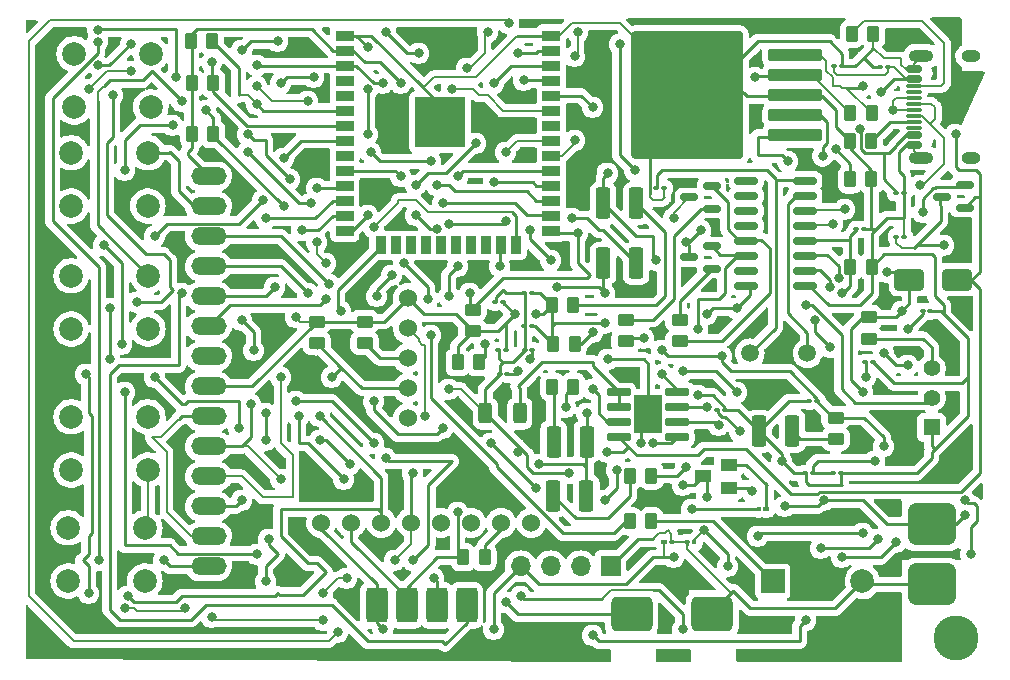
<source format=gtl>
%TF.GenerationSoftware,KiCad,Pcbnew,7.0.10*%
%TF.CreationDate,2024-08-15T14:25:41+05:30*%
%TF.ProjectId,Watch,57617463-682e-46b6-9963-61645f706362,rev?*%
%TF.SameCoordinates,Original*%
%TF.FileFunction,Copper,L1,Top*%
%TF.FilePolarity,Positive*%
%FSLAX46Y46*%
G04 Gerber Fmt 4.6, Leading zero omitted, Abs format (unit mm)*
G04 Created by KiCad (PCBNEW 7.0.10) date 2024-08-15 14:25:41*
%MOMM*%
%LPD*%
G01*
G04 APERTURE LIST*
G04 Aperture macros list*
%AMRoundRect*
0 Rectangle with rounded corners*
0 $1 Rounding radius*
0 $2 $3 $4 $5 $6 $7 $8 $9 X,Y pos of 4 corners*
0 Add a 4 corners polygon primitive as box body*
4,1,4,$2,$3,$4,$5,$6,$7,$8,$9,$2,$3,0*
0 Add four circle primitives for the rounded corners*
1,1,$1+$1,$2,$3*
1,1,$1+$1,$4,$5*
1,1,$1+$1,$6,$7*
1,1,$1+$1,$8,$9*
0 Add four rect primitives between the rounded corners*
20,1,$1+$1,$2,$3,$4,$5,0*
20,1,$1+$1,$4,$5,$6,$7,0*
20,1,$1+$1,$6,$7,$8,$9,0*
20,1,$1+$1,$8,$9,$2,$3,0*%
G04 Aperture macros list end*
%TA.AperFunction,SMDPad,CuDef*%
%ADD10RoundRect,0.100000X-0.140000X-0.100000X0.140000X-0.100000X0.140000X0.100000X-0.140000X0.100000X0*%
%TD*%
%TA.AperFunction,SMDPad,CuDef*%
%ADD11RoundRect,0.100000X-0.125000X-0.100000X0.125000X-0.100000X0.125000X0.100000X-0.125000X0.100000X0*%
%TD*%
%TA.AperFunction,SMDPad,CuDef*%
%ADD12RoundRect,0.250000X-0.375000X-1.075000X0.375000X-1.075000X0.375000X1.075000X-0.375000X1.075000X0*%
%TD*%
%TA.AperFunction,SMDPad,CuDef*%
%ADD13RoundRect,0.100000X-0.115000X-0.100000X0.115000X-0.100000X0.115000X0.100000X-0.115000X0.100000X0*%
%TD*%
%TA.AperFunction,ComponentPad*%
%ADD14C,2.000000*%
%TD*%
%TA.AperFunction,SMDPad,CuDef*%
%ADD15RoundRect,0.250000X0.262500X0.450000X-0.262500X0.450000X-0.262500X-0.450000X0.262500X-0.450000X0*%
%TD*%
%TA.AperFunction,SMDPad,CuDef*%
%ADD16RoundRect,0.100000X-0.100000X-0.100000X0.100000X-0.100000X0.100000X0.100000X-0.100000X0.100000X0*%
%TD*%
%TA.AperFunction,SMDPad,CuDef*%
%ADD17RoundRect,0.100000X-0.150000X-0.100000X0.150000X-0.100000X0.150000X0.100000X-0.150000X0.100000X0*%
%TD*%
%TA.AperFunction,SMDPad,CuDef*%
%ADD18RoundRect,0.250000X-0.262500X-0.450000X0.262500X-0.450000X0.262500X0.450000X-0.262500X0.450000X0*%
%TD*%
%TA.AperFunction,SMDPad,CuDef*%
%ADD19RoundRect,0.100000X-0.130000X-0.100000X0.130000X-0.100000X0.130000X0.100000X-0.130000X0.100000X0*%
%TD*%
%TA.AperFunction,ComponentPad*%
%ADD20R,1.700000X1.700000*%
%TD*%
%TA.AperFunction,ComponentPad*%
%ADD21O,1.700000X1.700000*%
%TD*%
%TA.AperFunction,SMDPad,CuDef*%
%ADD22RoundRect,0.150000X0.587500X0.150000X-0.587500X0.150000X-0.587500X-0.150000X0.587500X-0.150000X0*%
%TD*%
%TA.AperFunction,SMDPad,CuDef*%
%ADD23RoundRect,0.150000X0.500000X-0.150000X0.500000X0.150000X-0.500000X0.150000X-0.500000X-0.150000X0*%
%TD*%
%TA.AperFunction,SMDPad,CuDef*%
%ADD24RoundRect,0.075000X0.575000X-0.075000X0.575000X0.075000X-0.575000X0.075000X-0.575000X-0.075000X0*%
%TD*%
%TA.AperFunction,ComponentPad*%
%ADD25O,2.100000X1.000000*%
%TD*%
%TA.AperFunction,ComponentPad*%
%ADD26O,1.600000X1.000000*%
%TD*%
%TA.AperFunction,SMDPad,CuDef*%
%ADD27RoundRect,0.100000X0.130000X0.100000X-0.130000X0.100000X-0.130000X-0.100000X0.130000X-0.100000X0*%
%TD*%
%TA.AperFunction,ComponentPad*%
%ADD28C,3.800000*%
%TD*%
%TA.AperFunction,SMDPad,CuDef*%
%ADD29RoundRect,0.250000X0.450000X-0.262500X0.450000X0.262500X-0.450000X0.262500X-0.450000X-0.262500X0*%
%TD*%
%TA.AperFunction,SMDPad,CuDef*%
%ADD30RoundRect,0.100000X-0.120000X-0.100000X0.120000X-0.100000X0.120000X0.100000X-0.120000X0.100000X0*%
%TD*%
%TA.AperFunction,SMDPad,CuDef*%
%ADD31RoundRect,0.100000X-0.105000X-0.100000X0.105000X-0.100000X0.105000X0.100000X-0.105000X0.100000X0*%
%TD*%
%TA.AperFunction,ComponentPad*%
%ADD32R,1.408000X1.408000*%
%TD*%
%TA.AperFunction,ComponentPad*%
%ADD33C,1.408000*%
%TD*%
%TA.AperFunction,SMDPad,CuDef*%
%ADD34RoundRect,0.250000X2.050000X0.300000X-2.050000X0.300000X-2.050000X-0.300000X2.050000X-0.300000X0*%
%TD*%
%TA.AperFunction,SMDPad,CuDef*%
%ADD35RoundRect,0.250000X2.025000X2.375000X-2.025000X2.375000X-2.025000X-2.375000X2.025000X-2.375000X0*%
%TD*%
%TA.AperFunction,SMDPad,CuDef*%
%ADD36RoundRect,0.250002X4.449998X5.149998X-4.449998X5.149998X-4.449998X-5.149998X4.449998X-5.149998X0*%
%TD*%
%TA.AperFunction,SMDPad,CuDef*%
%ADD37RoundRect,0.250000X0.312500X0.625000X-0.312500X0.625000X-0.312500X-0.625000X0.312500X-0.625000X0*%
%TD*%
%TA.AperFunction,ComponentPad*%
%ADD38C,1.524000*%
%TD*%
%TA.AperFunction,ComponentPad*%
%ADD39C,1.500000*%
%TD*%
%TA.AperFunction,SMDPad,CuDef*%
%ADD40RoundRect,0.250000X-1.000000X-0.650000X1.000000X-0.650000X1.000000X0.650000X-1.000000X0.650000X0*%
%TD*%
%TA.AperFunction,ComponentPad*%
%ADD41O,3.000000X1.500000*%
%TD*%
%TA.AperFunction,ComponentPad*%
%ADD42R,2.000000X2.000000*%
%TD*%
%TA.AperFunction,SMDPad,CuDef*%
%ADD43RoundRect,0.281250X-0.618750X-1.188750X0.618750X-1.188750X0.618750X1.188750X-0.618750X1.188750X0*%
%TD*%
%TA.AperFunction,SMDPad,CuDef*%
%ADD44R,1.400000X1.000000*%
%TD*%
%TA.AperFunction,SMDPad,CuDef*%
%ADD45RoundRect,0.075000X-0.910000X-0.225000X0.910000X-0.225000X0.910000X0.225000X-0.910000X0.225000X0*%
%TD*%
%TA.AperFunction,SMDPad,CuDef*%
%ADD46R,2.413000X3.302000*%
%TD*%
%TA.AperFunction,SMDPad,CuDef*%
%ADD47R,1.500000X0.900000*%
%TD*%
%TA.AperFunction,SMDPad,CuDef*%
%ADD48R,0.900000X1.500000*%
%TD*%
%TA.AperFunction,SMDPad,CuDef*%
%ADD49R,1.050000X1.050000*%
%TD*%
%TA.AperFunction,SMDPad,CuDef*%
%ADD50R,4.200000X4.200000*%
%TD*%
%TA.AperFunction,SMDPad,CuDef*%
%ADD51RoundRect,0.150000X0.825000X0.150000X-0.825000X0.150000X-0.825000X-0.150000X0.825000X-0.150000X0*%
%TD*%
%TA.AperFunction,SMDPad,CuDef*%
%ADD52RoundRect,0.459375X-1.290625X-1.010625X1.290625X-1.010625X1.290625X1.010625X-1.290625X1.010625X0*%
%TD*%
%TA.AperFunction,SMDPad,CuDef*%
%ADD53RoundRect,0.546875X1.458125X-1.203125X1.458125X1.203125X-1.458125X1.203125X-1.458125X-1.203125X0*%
%TD*%
%TA.AperFunction,ViaPad*%
%ADD54C,0.800000*%
%TD*%
%TA.AperFunction,Conductor*%
%ADD55C,0.250000*%
%TD*%
%TA.AperFunction,Conductor*%
%ADD56C,0.200000*%
%TD*%
%TA.AperFunction,Conductor*%
%ADD57C,0.160000*%
%TD*%
%TA.AperFunction,Conductor*%
%ADD58C,0.180000*%
%TD*%
G04 APERTURE END LIST*
D10*
%TO.P,C7,1*%
%TO.N,+3.3V*%
X134046000Y-117348000D03*
D11*
%TO.P,C7,2*%
%TO.N,GND*%
X134726000Y-117348000D03*
%TD*%
D12*
%TO.P,D4,1,K*%
%TO.N,TX*%
X128902000Y-88646000D03*
%TO.P,D4,2,A*%
%TO.N,Net-(D4-A)*%
X131702000Y-88646000D03*
%TD*%
D13*
%TO.P,C6,1*%
%TO.N,GND*%
X122271000Y-101092000D03*
%TO.P,C6,2*%
%TO.N,EN*%
X122911000Y-101092000D03*
%TD*%
D14*
%TO.P,BOOT,1,A*%
%TO.N,Io0*%
X83872000Y-106716000D03*
X90372000Y-106716000D03*
%TO.P,BOOT,2,B*%
%TO.N,GND*%
X83872000Y-111216000D03*
X90372000Y-111216000D03*
%TD*%
D12*
%TO.P,D3,1,K*%
%TO.N,RX*%
X128902000Y-93726000D03*
%TO.P,D3,2,A*%
%TO.N,Net-(D3-A)*%
X131702000Y-93726000D03*
%TD*%
D15*
%TO.P,R15,1*%
%TO.N,Net-(D3-A)*%
X118411000Y-102108000D03*
%TO.P,R15,2*%
%TO.N,+3.3V*%
X116586000Y-102108000D03*
%TD*%
D16*
%TO.P,R11,1*%
%TO.N,B_check*%
X142069000Y-114554000D03*
D17*
%TO.P,R11,2*%
%TO.N,Net-(Q4-Pad2)*%
X142723000Y-114554000D03*
%TD*%
D15*
%TO.P,R1,1*%
%TO.N,GND*%
X151792500Y-74300000D03*
%TO.P,R1,2*%
%TO.N,Net-(J1-CC2)*%
X149967500Y-74300000D03*
%TD*%
D18*
%TO.P,R19,1*%
%TO.N,Net-(D5-K)*%
X124563500Y-104170000D03*
%TO.P,R19,2*%
%TO.N,Net-(U5-~{STDBY})*%
X126388500Y-104170000D03*
%TD*%
D19*
%TO.P,C1,1*%
%TO.N,VBUS*%
X153745000Y-91460000D03*
%TO.P,C1,2*%
%TO.N,GND*%
X154415000Y-91460000D03*
%TD*%
D18*
%TO.P,R4,1*%
%TO.N,+3.3V*%
X149817500Y-81010000D03*
%TO.P,R4,2*%
%TO.N,Net-(U2-ADJ)*%
X151642500Y-81010000D03*
%TD*%
D20*
%TO.P,J3,1,3.3*%
%TO.N,GND*%
X129540000Y-119380000D03*
D21*
%TO.P,J3,2,RX*%
%TO.N,TX*%
X127000000Y-119380000D03*
%TO.P,J3,3,TX*%
%TO.N,RX*%
X124460000Y-119380000D03*
%TO.P,J3,4,GND*%
%TO.N,+3.3V*%
X121920000Y-119380000D03*
%TD*%
D22*
%TO.P,Q3,1,B*%
%TO.N,Net-(Q3-B)*%
X138097500Y-89088000D03*
%TO.P,Q3,2,E*%
%TO.N,DTR*%
X138097500Y-87188000D03*
%TO.P,Q3,3,C*%
%TO.N,Io0*%
X136222500Y-88138000D03*
%TD*%
D12*
%TO.P,D5,1,K*%
%TO.N,Net-(D5-K)*%
X124730000Y-108820000D03*
%TO.P,D5,2,A*%
%TO.N,VBUS*%
X127530000Y-108820000D03*
%TD*%
D23*
%TO.P,J1,A1,GND*%
%TO.N,GND*%
X155210000Y-83700000D03*
%TO.P,J1,A4,VBUS*%
%TO.N,+5V*%
X155210000Y-82900000D03*
D24*
%TO.P,J1,A5,CC1*%
%TO.N,Net-(J1-CC1)*%
X155210000Y-81750000D03*
%TO.P,J1,A6,D+*%
%TO.N,D+*%
X155210000Y-80750000D03*
%TO.P,J1,A7,D-*%
%TO.N,D-*%
X155210000Y-80250000D03*
%TO.P,J1,A8,SBU1*%
%TO.N,unconnected-(J1-SBU1-PadA8)*%
X155210000Y-79250000D03*
D23*
%TO.P,J1,A9,VBUS*%
%TO.N,+5V*%
X155210000Y-78100000D03*
%TO.P,J1,A12,GND*%
%TO.N,GND*%
X155210000Y-77300000D03*
%TO.P,J1,B1,GND*%
X155210000Y-77300000D03*
%TO.P,J1,B4,VBUS*%
%TO.N,+5V*%
X155210000Y-78100000D03*
D24*
%TO.P,J1,B5,CC2*%
%TO.N,Net-(J1-CC2)*%
X155210000Y-78750000D03*
%TO.P,J1,B6,D+*%
%TO.N,D+*%
X155210000Y-79750000D03*
%TO.P,J1,B7,D-*%
%TO.N,D-*%
X155210000Y-81250000D03*
%TO.P,J1,B8,SBU2*%
%TO.N,unconnected-(J1-SBU2-PadB8)*%
X155210000Y-82250000D03*
D23*
%TO.P,J1,B9,VBUS*%
%TO.N,+5V*%
X155210000Y-82900000D03*
%TO.P,J1,B12,GND*%
%TO.N,GND*%
X155210000Y-83700000D03*
D25*
%TO.P,J1,S1,SHIELD*%
X155850000Y-84820000D03*
D26*
X160030000Y-84820000D03*
D25*
X155850000Y-76180000D03*
D26*
X160030000Y-76180000D03*
%TD*%
D14*
%TO.P,Failsafe,1,A*%
%TO.N,Fail_safe*%
X84126000Y-75982000D03*
X90626000Y-75982000D03*
%TO.P,Failsafe,2,B*%
%TO.N,GND*%
X84126000Y-80482000D03*
X90626000Y-80482000D03*
%TD*%
%TO.P,Reset,1,A*%
%TO.N,GND*%
X83618000Y-116114000D03*
X90118000Y-116114000D03*
%TO.P,Reset,2,B*%
%TO.N,EN*%
X83618000Y-120614000D03*
X90118000Y-120614000D03*
%TD*%
D19*
%TO.P,C14,1*%
%TO.N,Net-(U4-XO)*%
X133420000Y-87376000D03*
%TO.P,C14,2*%
%TO.N,GND*%
X134087000Y-87376000D03*
%TD*%
%TO.P,C19,1*%
%TO.N,GND*%
X122245000Y-96266000D03*
%TO.P,C19,2*%
%TO.N,+3.3V*%
X122911000Y-96266000D03*
%TD*%
D27*
%TO.P,C13,1*%
%TO.N,GND*%
X151770000Y-102108000D03*
%TO.P,C13,2*%
%TO.N,Net-(U4-XI)*%
X151100000Y-102108000D03*
%TD*%
D15*
%TO.P,R25,1*%
%TO.N,Fail_safe*%
X95908500Y-78486000D03*
%TO.P,R25,2*%
%TO.N,+3.3V*%
X94083500Y-78486000D03*
%TD*%
D28*
%TO.P,M2,1*%
%TO.N,N/C*%
X158750000Y-125476000D03*
%TD*%
D12*
%TO.P,D6,1,K*%
%TO.N,Net-(D6-K)*%
X124690000Y-113410000D03*
%TO.P,D6,2,A*%
%TO.N,VBUS*%
X127490000Y-113410000D03*
%TD*%
D29*
%TO.P,R14,1*%
%TO.N,RTS*%
X130810000Y-100330000D03*
%TO.P,R14,2*%
%TO.N,Net-(Q3-B)*%
X130810000Y-98505000D03*
%TD*%
%TO.P,R18,1*%
%TO.N,Net-(SW1A-C)*%
X151384000Y-100123000D03*
%TO.P,R18,2*%
%TO.N,VBUS*%
X151384000Y-98298000D03*
%TD*%
D18*
%TO.P,R21,1*%
%TO.N,Buzz+*%
X131167500Y-115570000D03*
%TO.P,R21,2*%
%TO.N,Net-(BZ1-+)*%
X132992500Y-115570000D03*
%TD*%
D30*
%TO.P,R12,1*%
%TO.N,GND*%
X135987000Y-117348000D03*
D31*
%TO.P,R12,2*%
%TO.N,B_check*%
X136627000Y-117348000D03*
%TD*%
D32*
%TO.P,SW1,1,A*%
%TO.N,GND*%
X156718000Y-107616000D03*
D33*
%TO.P,SW1,2,B*%
%TO.N,Enb*%
X156718000Y-105116000D03*
%TO.P,SW1,3,C*%
%TO.N,Net-(SW1A-C)*%
X156718000Y-102616000D03*
%TD*%
D27*
%TO.P,C17,1*%
%TO.N,+BATT*%
X146690000Y-111506000D03*
%TO.P,C17,2*%
%TO.N,GND*%
X146023000Y-111506000D03*
%TD*%
D19*
%TO.P,C16,1*%
%TO.N,+BATT*%
X148409000Y-111506000D03*
%TO.P,C16,2*%
%TO.N,GND*%
X149073000Y-111506000D03*
%TD*%
%TO.P,R2,1*%
%TO.N,+5V*%
X153695000Y-87790000D03*
%TO.P,R2,2*%
%TO.N,GND*%
X154360000Y-87790000D03*
%TD*%
D18*
%TO.P,R3,1*%
%TO.N,GND*%
X149777500Y-83360000D03*
%TO.P,R3,2*%
%TO.N,Net-(J1-CC1)*%
X151602500Y-83360000D03*
%TD*%
D19*
%TO.P,C15,1*%
%TO.N,GND*%
X119795000Y-97028000D03*
%TO.P,C15,2*%
%TO.N,+3.3V*%
X120462000Y-97028000D03*
%TD*%
D27*
%TO.P,C8,1*%
%TO.N,+3.3V*%
X147041000Y-105410000D03*
%TO.P,C8,2*%
%TO.N,GND*%
X146375000Y-105410000D03*
%TD*%
D34*
%TO.P,U2,1,EN*%
%TO.N,Enb*%
X145179000Y-82883000D03*
%TO.P,U2,2,VIN*%
%TO.N,VBUS*%
X145179000Y-81183000D03*
%TO.P,U2,3,GND*%
%TO.N,GND*%
X145179000Y-79483000D03*
D35*
X138454000Y-82258000D03*
X138454000Y-76708000D03*
D36*
X136029000Y-79483000D03*
D35*
X133604000Y-82258000D03*
X133604000Y-76708000D03*
D34*
%TO.P,U2,4,VOUT*%
%TO.N,+3.3V*%
X145179000Y-77783000D03*
%TO.P,U2,5,ADJ*%
%TO.N,Net-(U2-ADJ)*%
X145179000Y-76083000D03*
%TD*%
D37*
%TO.P,R17,1*%
%TO.N,Net-(U5-PROG)*%
X121858500Y-106426000D03*
%TO.P,R17,2*%
%TO.N,GND*%
X118933500Y-106426000D03*
%TD*%
D29*
%TO.P,R9,1*%
%TO.N,SDA*%
X104648000Y-100480500D03*
%TO.P,R9,2*%
%TO.N,+3.3V*%
X104648000Y-98655500D03*
%TD*%
D18*
%TO.P,C5,1*%
%TO.N,+3.3V*%
X149837500Y-94000000D03*
%TO.P,C5,2*%
%TO.N,GND*%
X151662500Y-94000000D03*
%TD*%
%TO.P,R20,1*%
%TO.N,Net-(D6-K)*%
X131175000Y-111730000D03*
%TO.P,R20,2*%
%TO.N,Net-(U5-~{CHRG})*%
X133000000Y-111730000D03*
%TD*%
%TO.P,R7,1*%
%TO.N,+3.3V*%
X124667000Y-100584000D03*
%TO.P,R7,2*%
%TO.N,EN*%
X126492000Y-100584000D03*
%TD*%
D38*
%TO.P,U6,1,Vcc*%
%TO.N,+3.3V*%
X105029000Y-115697000D03*
%TO.P,U6,2,GND*%
%TO.N,GND*%
X107569000Y-115697000D03*
%TO.P,U6,3,SCL*%
%TO.N,SCL*%
X110109000Y-115697000D03*
%TO.P,U6,4,SDA*%
%TO.N,SDA*%
X112649000Y-115697000D03*
%TO.P,U6,5,XDA*%
%TO.N,unconnected-(U6-XDA-Pad5)*%
X115189000Y-115697000D03*
%TO.P,U6,6,XCL*%
%TO.N,unconnected-(U6-XCL-Pad6)*%
X117729000Y-115697000D03*
%TO.P,U6,7,AD0*%
%TO.N,Net-(U6-AD0)*%
X120269000Y-115697000D03*
%TO.P,U6,8,INT*%
%TO.N,unconnected-(U6-INT-Pad8)*%
X122809000Y-115697000D03*
%TD*%
D39*
%TO.P,Y1,1,1*%
%TO.N,Net-(U4-XI)*%
X146214000Y-101346000D03*
%TO.P,Y1,2,2*%
%TO.N,Net-(U4-XO)*%
X141334000Y-101346000D03*
%TD*%
D29*
%TO.P,R6,1*%
%TO.N,Net-(D2-A)*%
X148590000Y-108608500D03*
%TO.P,R6,2*%
%TO.N,+3.3V*%
X148590000Y-106783500D03*
%TD*%
D14*
%TO.P,Control_1,1,A*%
%TO.N,C_1*%
X90372000Y-88864000D03*
X83872000Y-88864000D03*
%TO.P,Control_1,2,B*%
%TO.N,GND*%
X90372000Y-84364000D03*
X83872000Y-84364000D03*
%TD*%
D29*
%TO.P,R8,1*%
%TO.N,+3.3V*%
X117856000Y-99464500D03*
%TO.P,R8,2*%
%TO.N,Io0*%
X117856000Y-97639500D03*
%TD*%
D27*
%TO.P,C12,1*%
%TO.N,VBUS*%
X120807000Y-103124000D03*
%TO.P,C12,2*%
%TO.N,GND*%
X120139000Y-103124000D03*
%TD*%
D18*
%TO.P,R23,1*%
%TO.N,+3.3V*%
X94083500Y-82804000D03*
%TO.P,R23,2*%
%TO.N,C_1*%
X95908500Y-82804000D03*
%TD*%
D40*
%TO.P,D1,1,A1*%
%TO.N,VBUS*%
X154840000Y-95120000D03*
%TO.P,D1,2,A2*%
%TO.N,+5V*%
X158840000Y-95120000D03*
%TD*%
D19*
%TO.P,C18,1*%
%TO.N,+BATT*%
X155955000Y-97790000D03*
%TO.P,C18,2*%
%TO.N,GND*%
X156621000Y-97790000D03*
%TD*%
%TO.P,C11,2*%
%TO.N,+3.3V*%
X120716000Y-101092000D03*
%TO.P,C11,w*%
%TO.N,GND*%
X120050000Y-101092000D03*
%TD*%
D38*
%TO.P,MAX1,1,Vin*%
%TO.N,+3.3V*%
X112363000Y-96679000D03*
%TO.P,MAX1,2,GND*%
%TO.N,GND*%
X112363000Y-99219000D03*
%TO.P,MAX1,3,SCL*%
%TO.N,SCL*%
X112363000Y-101759000D03*
%TO.P,MAX1,4,SDA*%
%TO.N,SDA*%
X112363000Y-104299000D03*
%TO.P,MAX1,5,INT*%
%TO.N,unconnected-(MAX1-INT-Pad5)*%
X112363000Y-106839000D03*
%TD*%
D22*
%TO.P,Q2,1,B*%
%TO.N,Net-(Q2-B)*%
X138097500Y-94168000D03*
%TO.P,Q2,2,E*%
%TO.N,RTS*%
X138097500Y-92268000D03*
%TO.P,Q2,3,C*%
%TO.N,EN*%
X136222500Y-93218000D03*
%TD*%
D19*
%TO.P,C4,1*%
%TO.N,+3.3V*%
X150350000Y-90860000D03*
%TO.P,C4,2*%
%TO.N,GND*%
X151020000Y-90860000D03*
%TD*%
D41*
%TO.P,U3,1,VCC*%
%TO.N,+3.3V*%
X95504000Y-86360000D03*
%TO.P,U3,2,GND*%
%TO.N,GND*%
X95504000Y-88900000D03*
%TO.P,U3,3,CS*%
%TO.N,CS*%
X95504000Y-91440000D03*
%TO.P,U3,4,RST*%
%TO.N,RST*%
X95504000Y-93980000D03*
%TO.P,U3,5,DC*%
%TO.N,DC*%
X95504000Y-96520000D03*
%TO.P,U3,6,MOSI*%
%TO.N,MOSI*%
X95504000Y-99060000D03*
%TO.P,U3,7,SCK*%
%TO.N,SCK*%
X95504000Y-101600000D03*
%TO.P,U3,8,LED*%
%TO.N,+3.3V*%
X95504000Y-104140000D03*
%TO.P,U3,9,MISO*%
%TO.N,MISO*%
X95504000Y-106680000D03*
%TO.P,U3,10,T_CLK*%
%TO.N,SCK*%
X95504000Y-109220000D03*
%TO.P,U3,11,T_CS*%
%TO.N,T_CS*%
X95504000Y-111760000D03*
%TO.P,U3,12,T_DIN*%
%TO.N,MOSI*%
X95504000Y-114300000D03*
%TO.P,U3,13,T_D0*%
%TO.N,MISO*%
X95504000Y-116840000D03*
%TO.P,U3,14,T_IRQ*%
%TO.N,T_IRQ*%
X95504000Y-119380000D03*
%TD*%
D27*
%TO.P,C2,1*%
%TO.N,GND*%
X149115000Y-77030000D03*
%TO.P,C2,2*%
%TO.N,+5V*%
X148450000Y-77030000D03*
%TD*%
D19*
%TO.P,C10,1*%
%TO.N,VBUS*%
X138590000Y-106172000D03*
%TO.P,C10,2*%
%TO.N,GND*%
X139258000Y-106172000D03*
%TD*%
D14*
%TO.P,Control_2,1,A*%
%TO.N,C_2*%
X83872000Y-94778000D03*
X90372000Y-94778000D03*
%TO.P,Control_2,2,B*%
%TO.N,GND*%
X83872000Y-99278000D03*
X90372000Y-99278000D03*
%TD*%
D42*
%TO.P,BZ1,1,+*%
%TO.N,Net-(BZ1-+)*%
X143266000Y-120650000D03*
D14*
%TO.P,BZ1,2,-*%
%TO.N,GND*%
X150866000Y-120650000D03*
%TD*%
D29*
%TO.P,R10,1*%
%TO.N,SCL*%
X108712000Y-100480500D03*
%TO.P,R10,2*%
%TO.N,+3.3V*%
X108712000Y-98655500D03*
%TD*%
D22*
%TO.P,Q1,1,G*%
%TO.N,+5V*%
X159512000Y-89022000D03*
%TO.P,Q1,2,S*%
%TO.N,+BATT*%
X159512000Y-87122000D03*
%TO.P,Q1,3,D*%
%TO.N,VBUS*%
X157637000Y-88072000D03*
%TD*%
D15*
%TO.P,R16,1*%
%TO.N,Net-(D4-A)*%
X126388500Y-97282000D03*
%TO.P,R16,2*%
%TO.N,+3.3V*%
X124563500Y-97282000D03*
%TD*%
D43*
%TO.P,GPS,1,5V*%
%TO.N,+3.3V*%
X109728000Y-122682000D03*
%TO.P,GPS,2,GND*%
%TO.N,GND*%
X112268000Y-122682000D03*
%TO.P,GPS,3,TX*%
%TO.N,RX1*%
X114808000Y-122682000D03*
%TO.P,GPS,4,RX*%
%TO.N,TX1*%
X117348000Y-122682000D03*
%TD*%
D18*
%TO.P,R5,1*%
%TO.N,Net-(U2-ADJ)*%
X149807500Y-86620000D03*
%TO.P,R5,2*%
%TO.N,GND*%
X151632500Y-86620000D03*
%TD*%
D27*
%TO.P,C3,1*%
%TO.N,+5V*%
X153020000Y-77070000D03*
%TO.P,C3,2*%
%TO.N,GND*%
X152350000Y-77070000D03*
%TD*%
D18*
%TO.P,R24,1*%
%TO.N,+3.3V*%
X93980000Y-74930000D03*
%TO.P,R24,2*%
%TO.N,C_2*%
X95805000Y-74930000D03*
%TD*%
D44*
%TO.P,Q4,1*%
%TO.N,Select*%
X139530000Y-112710000D03*
%TO.P,Q4,2*%
%TO.N,Net-(Q4-Pad2)*%
X139530000Y-110810000D03*
%TO.P,Q4,3*%
%TO.N,+BATT*%
X137330000Y-111760000D03*
%TD*%
D45*
%TO.P,U5,1,TEMP*%
%TO.N,Net-(U5-PROG)*%
X130220000Y-104620000D03*
%TO.P,U5,2,PROG*%
X130220000Y-105890000D03*
%TO.P,U5,3,GND*%
%TO.N,GND*%
X130220000Y-107160000D03*
%TO.P,U5,4,VCC*%
%TO.N,+5V*%
X130220000Y-108430000D03*
%TO.P,U5,5,BAT*%
%TO.N,+BATT*%
X135170000Y-108430000D03*
%TO.P,U5,6,~{STDBY}*%
%TO.N,Net-(U5-~{STDBY})*%
X135170000Y-107160000D03*
%TO.P,U5,7,~{CHRG}*%
%TO.N,Net-(U5-~{CHRG})*%
X135170000Y-105890000D03*
%TO.P,U5,8,CE*%
%TO.N,+5V*%
X135170000Y-104620000D03*
D46*
%TO.P,U5,9,EP*%
%TO.N,GND*%
X132695000Y-106525000D03*
%TD*%
D29*
%TO.P,R13,1*%
%TO.N,DTR*%
X135382000Y-100330000D03*
%TO.P,R13,2*%
%TO.N,Net-(Q2-B)*%
X135382000Y-98505000D03*
%TD*%
D12*
%TO.P,D2,1,K*%
%TO.N,GND*%
X142110000Y-107950000D03*
%TO.P,D2,2,A*%
%TO.N,Net-(D2-A)*%
X144910000Y-107950000D03*
%TD*%
D19*
%TO.P,C9,1*%
%TO.N,GND*%
X122240000Y-99060000D03*
%TO.P,C9,2*%
%TO.N,+3.3V*%
X122911000Y-99060000D03*
%TD*%
D15*
%TO.P,R22,1*%
%TO.N,Net-(U6-AD0)*%
X118872000Y-118618000D03*
%TO.P,R22,2*%
%TO.N,GND*%
X117047000Y-118618000D03*
%TD*%
D47*
%TO.P,U1,1,GND*%
%TO.N,GND*%
X107030000Y-74440000D03*
%TO.P,U1,2,VDD*%
%TO.N,+3.3V*%
X107030000Y-75710000D03*
%TO.P,U1,3,EN*%
%TO.N,EN*%
X107030000Y-76980000D03*
%TO.P,U1,4,SENSOR_VP*%
%TO.N,unconnected-(U1-SENSOR_VP-Pad4)*%
X107030000Y-78250000D03*
%TO.P,U1,5,SENSOR_VN*%
%TO.N,unconnected-(U1-SENSOR_VN-Pad5)*%
X107030000Y-79520000D03*
%TO.P,U1,6,IO34*%
%TO.N,C_2*%
X107030000Y-80790000D03*
%TO.P,U1,7,IO35*%
%TO.N,Fail_safe*%
X107030000Y-82060000D03*
%TO.P,U1,8,IO32*%
%TO.N,Select*%
X107030000Y-83330000D03*
%TO.P,U1,9,IO33*%
%TO.N,unconnected-(U1-IO33-Pad9)*%
X107030000Y-84600000D03*
%TO.P,U1,10,IO25*%
%TO.N,T_IRQ*%
X107030000Y-85870000D03*
%TO.P,U1,11,IO26*%
%TO.N,B_check*%
X107030000Y-87140000D03*
%TO.P,U1,12,IO27*%
%TO.N,T_CS*%
X107030000Y-88410000D03*
%TO.P,U1,13,IO14*%
%TO.N,C_1*%
X107030000Y-89680000D03*
%TO.P,U1,14,IO12*%
%TO.N,Buzz+*%
X107030000Y-90950000D03*
D48*
%TO.P,U1,15,GND*%
%TO.N,GND*%
X110070000Y-92200000D03*
%TO.P,U1,16,IO13*%
%TO.N,unconnected-(U1-IO13-Pad16)*%
X111340000Y-92200000D03*
%TO.P,U1,17,SHD/SD2*%
%TO.N,unconnected-(U1-SHD{slash}SD2-Pad17)*%
X112610000Y-92200000D03*
%TO.P,U1,18,SWP/SD3*%
%TO.N,unconnected-(U1-SWP{slash}SD3-Pad18)*%
X113880000Y-92200000D03*
%TO.P,U1,19,SCS/CMD*%
%TO.N,unconnected-(U1-SCS{slash}CMD-Pad19)*%
X115150000Y-92200000D03*
%TO.P,U1,20,SCK/CLK*%
%TO.N,unconnected-(U1-SCK{slash}CLK-Pad20)*%
X116420000Y-92200000D03*
%TO.P,U1,21,SDO/SD0*%
%TO.N,unconnected-(U1-SDO{slash}SD0-Pad21)*%
X117690000Y-92200000D03*
%TO.P,U1,22,SDI/SD1*%
%TO.N,unconnected-(U1-SDI{slash}SD1-Pad22)*%
X118960000Y-92200000D03*
%TO.P,U1,23,IO15*%
%TO.N,CS*%
X120230000Y-92200000D03*
%TO.P,U1,24,IO2*%
%TO.N,DC*%
X121500000Y-92200000D03*
D47*
%TO.P,U1,25,IO0*%
%TO.N,Io0*%
X124530000Y-90950000D03*
%TO.P,U1,26,IO4*%
%TO.N,RST*%
X124530000Y-89680000D03*
%TO.P,U1,27,IO16*%
%TO.N,RX1*%
X124530000Y-88410000D03*
%TO.P,U1,28,IO17*%
%TO.N,TX1*%
X124530000Y-87140000D03*
%TO.P,U1,29,IO5*%
%TO.N,Motor+*%
X124530000Y-85870000D03*
%TO.P,U1,30,IO18*%
%TO.N,SCK*%
X124530000Y-84600000D03*
%TO.P,U1,31,IO19*%
%TO.N,MISO*%
X124530000Y-83330000D03*
%TO.P,U1,32,NC*%
%TO.N,unconnected-(U1-NC-Pad32)*%
X124530000Y-82060000D03*
%TO.P,U1,33,IO21*%
%TO.N,SDA*%
X124530000Y-80790000D03*
%TO.P,U1,34,RXD0/IO3*%
%TO.N,TX*%
X124530000Y-79520000D03*
%TO.P,U1,35,TXD0/IO1*%
%TO.N,RX*%
X124530000Y-78250000D03*
%TO.P,U1,36,IO22*%
%TO.N,SCL*%
X124530000Y-76980000D03*
%TO.P,U1,37,IO23*%
%TO.N,MOSI*%
X124530000Y-75710000D03*
%TO.P,U1,38,GND*%
%TO.N,GND*%
X124530000Y-74440000D03*
D49*
%TO.P,U1,39,GND*%
X113575000Y-80255000D03*
X113575000Y-81780000D03*
X113575000Y-83305000D03*
X115100000Y-80255000D03*
X115100000Y-81780000D03*
D50*
X115100000Y-81780000D03*
D49*
X115100000Y-83305000D03*
X116625000Y-80255000D03*
X116625000Y-81780000D03*
X116625000Y-83305000D03*
%TD*%
D51*
%TO.P,U4,1,GND*%
%TO.N,GND*%
X145985000Y-95631000D03*
%TO.P,U4,2,TXD*%
%TO.N,TX*%
X145985000Y-94361000D03*
%TO.P,U4,3,RXD*%
%TO.N,RX*%
X145985000Y-93091000D03*
%TO.P,U4,4,V3*%
%TO.N,+3.3V*%
X145985000Y-91821000D03*
%TO.P,U4,5,UD+*%
%TO.N,D+*%
X145985000Y-90551000D03*
%TO.P,U4,6,UD-*%
%TO.N,D-*%
X145985000Y-89281000D03*
%TO.P,U4,7,XI*%
%TO.N,Net-(U4-XI)*%
X145985000Y-88011000D03*
%TO.P,U4,8,XO*%
%TO.N,Net-(U4-XO)*%
X145985000Y-86741000D03*
%TO.P,U4,9,~{CTS}*%
%TO.N,unconnected-(U4-~{CTS}-Pad9)*%
X141035000Y-86741000D03*
%TO.P,U4,10,~{DSR}*%
%TO.N,unconnected-(U4-~{DSR}-Pad10)*%
X141035000Y-88011000D03*
%TO.P,U4,11,~{RI}*%
%TO.N,unconnected-(U4-~{RI}-Pad11)*%
X141035000Y-89281000D03*
%TO.P,U4,12,~{DCD}*%
%TO.N,unconnected-(U4-~{DCD}-Pad12)*%
X141035000Y-90551000D03*
%TO.P,U4,13,~{DTR}*%
%TO.N,DTR*%
X141035000Y-91821000D03*
%TO.P,U4,14,~{RTS}*%
%TO.N,RTS*%
X141035000Y-93091000D03*
%TO.P,U4,15,R232*%
%TO.N,unconnected-(U4-R232-Pad15)*%
X141035000Y-94361000D03*
%TO.P,U4,16,VCC*%
%TO.N,+3.3V*%
X141035000Y-95631000D03*
%TD*%
D52*
%TO.P,M1,1,V+*%
%TO.N,Motor+*%
X131318000Y-123444000D03*
%TO.P,M1,2,V-*%
%TO.N,GND*%
X138148000Y-123444000D03*
%TD*%
D53*
%TO.P,J2,1,+*%
%TO.N,+BATT*%
X156718000Y-115824000D03*
%TO.P,J2,2,-*%
%TO.N,GND*%
X156718000Y-120904000D03*
%TD*%
D54*
%TO.N,GND*%
X128016000Y-104394000D03*
X129286000Y-101854000D03*
X132080000Y-108966000D03*
%TO.N,C_1*%
X95250000Y-80772000D03*
X103378000Y-90932000D03*
X88392000Y-85852000D03*
X101854000Y-88900000D03*
X92456000Y-82042000D03*
%TO.N,GND*%
X121666000Y-109728000D03*
X129032000Y-113792000D03*
X104394000Y-77978000D03*
X116586000Y-114808000D03*
X113792000Y-106680000D03*
X101600000Y-78486000D03*
X108965996Y-75438000D03*
X125984000Y-111506000D03*
X136906000Y-104902000D03*
X115824000Y-104394000D03*
X130048000Y-111251966D03*
X106680000Y-97790000D03*
X144018000Y-110490000D03*
%TO.N,RX1*%
X100330000Y-106426000D03*
X114554000Y-120396000D03*
X98298000Y-98552000D03*
X114808000Y-87122000D03*
X104902000Y-108712000D03*
X107442000Y-110744000D03*
X99314000Y-101092000D03*
X110490000Y-110236000D03*
X100330000Y-108712000D03*
X112776000Y-118872000D03*
%TO.N,TX1*%
X119634000Y-86868000D03*
X114300000Y-85090000D03*
X102362000Y-86614000D03*
X98806000Y-82804000D03*
X109220000Y-84328000D03*
X93218000Y-96266000D03*
%TO.N,Io0*%
X98044000Y-107696000D03*
X115316000Y-107696000D03*
X134874000Y-89916000D03*
X90932000Y-103378000D03*
X109474000Y-105410000D03*
X126746000Y-91186000D03*
X117602000Y-96266000D03*
%TO.N,VBUS*%
X154178000Y-97790000D03*
X140208000Y-104648000D03*
X147503948Y-84628701D03*
X135636000Y-102870000D03*
X123444000Y-110744000D03*
X152908000Y-94488000D03*
X157734000Y-92202000D03*
X150876000Y-104648000D03*
X121666000Y-102870000D03*
X140462000Y-107950000D03*
X127508000Y-106426000D03*
%TO.N,+5V*%
X129239299Y-109728000D03*
X152400000Y-79248000D03*
X133858000Y-103124000D03*
X150690195Y-82356740D03*
X158750000Y-82803982D03*
%TO.N,EN*%
X128016000Y-99568000D03*
X122682000Y-101854000D03*
X130302000Y-75184000D03*
X86105988Y-73954008D03*
X110236000Y-78486000D03*
X137160000Y-90932000D03*
X99568000Y-76962000D03*
X92710000Y-77978000D03*
X135890000Y-91948000D03*
X131572000Y-85852000D03*
%TO.N,Net-(U4-XI)*%
X151130000Y-103378000D03*
%TO.N,+BATT*%
X133096000Y-108966000D03*
X154686000Y-99314000D03*
X147574000Y-113792000D03*
X155956000Y-89408000D03*
X144272000Y-114300000D03*
X135636000Y-112522000D03*
X151892000Y-110490000D03*
X137668000Y-113538000D03*
X159512000Y-115062000D03*
%TO.N,RX*%
X122682000Y-90932000D03*
X129032000Y-96266000D03*
X148844000Y-94996000D03*
X122174000Y-78232000D03*
X149098000Y-118618000D03*
X124460000Y-93472000D03*
X153670000Y-117348000D03*
X124968000Y-95758000D03*
%TO.N,Net-(D3-A)*%
X118872000Y-100584000D03*
X126238000Y-89916000D03*
%TO.N,TX*%
X152146000Y-117094000D03*
X148082000Y-100838000D03*
X146812004Y-98552000D03*
X160020000Y-118364000D03*
X159512000Y-113792000D03*
X154686000Y-102362000D03*
X152654000Y-101346000D03*
X128016000Y-80518000D03*
X147320000Y-117856000D03*
X146050000Y-123952000D03*
X148082000Y-95757994D03*
X128016000Y-125222000D03*
X133350000Y-93472000D03*
X129286000Y-86106000D03*
%TO.N,D+*%
X148336000Y-90424000D03*
X153416000Y-80772000D03*
%TO.N,D-*%
X149352000Y-89154000D03*
X155702000Y-87122000D03*
%TO.N,Motor+*%
X116586000Y-93980000D03*
X115824000Y-96520000D03*
X120650000Y-122428000D03*
X116586000Y-86360000D03*
%TO.N,SCL*%
X85344000Y-121666000D03*
X87376000Y-79502000D03*
X87122000Y-97536000D03*
X101346000Y-74930000D03*
X98298000Y-75692000D03*
X113284000Y-75946000D03*
X119634000Y-78486000D03*
X89408000Y-97028000D03*
X86111143Y-76966143D03*
X87122000Y-101854000D03*
X110490000Y-74168000D03*
X88900000Y-75184000D03*
X88646000Y-121920000D03*
X104902000Y-106680000D03*
X85090000Y-103124000D03*
%TO.N,SDA*%
X103886000Y-80010000D03*
X105156000Y-121666000D03*
X103124000Y-106680000D03*
X105918000Y-103378000D03*
X93472000Y-122936000D03*
X112776000Y-111506000D03*
X85344000Y-78994000D03*
X111252000Y-118872000D03*
X107188000Y-120396000D03*
X106934000Y-112014000D03*
X105156000Y-123952000D03*
X88900000Y-77470000D03*
X88392000Y-122935996D03*
X116078000Y-78994000D03*
X99568000Y-78740000D03*
X95758000Y-123698000D03*
%TO.N,RTS*%
X132334000Y-100076000D03*
X136906000Y-99314000D03*
%TO.N,Select*%
X141478000Y-113030000D03*
X123190000Y-112776000D03*
X109474000Y-108966000D03*
X102870000Y-105410000D03*
X101854000Y-84836000D03*
X119380000Y-108966000D03*
%TO.N,Net-(U2-ADJ)*%
X150876000Y-78740000D03*
X148590000Y-84074000D03*
%TO.N,B_check*%
X104648000Y-87376000D03*
X86614000Y-92202000D03*
X135636000Y-124714000D03*
X90932000Y-91440000D03*
X88392000Y-104648000D03*
X136398000Y-114554000D03*
X137414000Y-116332000D03*
X100076000Y-88392000D03*
X121920000Y-121920000D03*
X99568000Y-118364000D03*
X139446000Y-119380000D03*
X88138000Y-100584000D03*
%TO.N,Net-(U5-~{STDBY})*%
X138684000Y-107442000D03*
X125730000Y-105918000D03*
%TO.N,Net-(U5-~{CHRG})*%
X137668000Y-105918000D03*
X135890000Y-110998000D03*
%TO.N,Buzz+*%
X114808000Y-90849998D03*
X108966000Y-89662000D03*
X114300000Y-99822000D03*
X113030000Y-89662000D03*
X114046000Y-96774000D03*
X112014000Y-93726000D03*
%TO.N,Enb*%
X146050000Y-97282004D03*
X144526000Y-85090000D03*
%TO.N,T_IRQ*%
X111760000Y-86360000D03*
X108966000Y-82804000D03*
X86192084Y-118872000D03*
X108966000Y-78994000D03*
X91694000Y-118872000D03*
X86106000Y-74954010D03*
%TO.N,T_CS*%
X101600000Y-103378000D03*
X100330000Y-89916000D03*
%TO.N,CS*%
X120142000Y-93980000D03*
X105664000Y-95504000D03*
%TO.N,DC*%
X109474000Y-90678000D03*
X101092000Y-95758000D03*
%TO.N,RST*%
X103886000Y-96266000D03*
X115316000Y-88646000D03*
%TO.N,SCK*%
X126746000Y-74168000D03*
X99060000Y-105664000D03*
X126492000Y-83312000D03*
X106426000Y-124968000D03*
X120904000Y-73406000D03*
X101600000Y-112014000D03*
X126492000Y-76200000D03*
%TO.N,MISO*%
X119126000Y-74168000D03*
X117348000Y-77216000D03*
X100330000Y-120650000D03*
X100584000Y-117094000D03*
X120650000Y-84328000D03*
%TO.N,MOSI*%
X121666000Y-75946000D03*
X115824000Y-90424000D03*
X120650000Y-90170000D03*
X105410000Y-96774000D03*
X110998000Y-94742000D03*
X109728000Y-96520000D03*
X98298000Y-113792000D03*
%TO.N,+3.3V*%
X141732000Y-77978000D03*
X111760000Y-78486000D03*
X133858000Y-101092000D03*
X118110000Y-83565992D03*
X113030000Y-87122000D03*
X104140000Y-88646000D03*
X110263000Y-124687000D03*
X137668000Y-98044000D03*
X129032000Y-98806000D03*
X141986000Y-116840000D03*
X140208000Y-97536000D03*
X121412000Y-98044000D03*
X123190000Y-98044000D03*
X152654000Y-109220000D03*
X134874000Y-118618000D03*
X119634000Y-124714000D03*
X98806000Y-84328000D03*
X149098000Y-96266000D03*
X138938000Y-101600000D03*
X104648000Y-91948000D03*
X102870000Y-98298000D03*
X150876000Y-116586000D03*
X105410000Y-93726000D03*
%TO.N,C_2*%
X99568000Y-80264000D03*
X93218000Y-80010000D03*
%TO.N,Fail_safe*%
X95758000Y-76708000D03*
%TD*%
D55*
%TO.N,GND*%
X149777500Y-83360000D02*
X149777500Y-83991500D01*
X151632500Y-85846500D02*
X151632500Y-86620000D01*
X149777500Y-83991500D02*
X151632500Y-85846500D01*
%TO.N,+5V*%
X160782000Y-94428000D02*
X160782000Y-88138000D01*
X160782000Y-88138000D02*
X160782000Y-86153000D01*
X159512000Y-89022000D02*
X160396000Y-88138000D01*
X160396000Y-88138000D02*
X160782000Y-88138000D01*
X158750000Y-85598000D02*
X158750000Y-82803982D01*
X159004000Y-85852000D02*
X158750000Y-85598000D01*
X160782000Y-86153000D02*
X160481000Y-85852000D01*
X160481000Y-85852000D02*
X159004000Y-85852000D01*
D56*
%TO.N,D-*%
X156574205Y-81931795D02*
X157734000Y-83091590D01*
X156210000Y-86868000D02*
X155956000Y-87122000D01*
D55*
%TO.N,+5V*%
X160090000Y-95120000D02*
X160782000Y-94428000D01*
D56*
%TO.N,D-*%
X155956000Y-87122000D02*
X155702000Y-87122000D01*
X157734000Y-83312000D02*
X157734000Y-85344000D01*
X157734000Y-83091590D02*
X157734000Y-83312000D01*
X157734000Y-85344000D02*
X156210000Y-86868000D01*
D55*
%TO.N,GND*%
X154360000Y-86310000D02*
X153924000Y-85874000D01*
X153924000Y-85874000D02*
X153924000Y-84328000D01*
X153924000Y-84328000D02*
X154552000Y-83700000D01*
X154552000Y-83700000D02*
X155210000Y-83700000D01*
%TO.N,+5V*%
X151094900Y-84385000D02*
X152654000Y-84385000D01*
X152654000Y-84385000D02*
X153155000Y-84385000D01*
X153695000Y-87790000D02*
X153695000Y-87655000D01*
X153695000Y-87655000D02*
X152654000Y-86614000D01*
X152654000Y-86614000D02*
X152654000Y-84385000D01*
%TO.N,GND*%
X132695000Y-102215000D02*
X132695000Y-106525000D01*
X129258000Y-107160000D02*
X128524000Y-106426000D01*
X128524000Y-106426000D02*
X128524000Y-104902000D01*
X130220000Y-107160000D02*
X129258000Y-107160000D01*
X128524000Y-104902000D02*
X128016000Y-104394000D01*
X129286000Y-101854000D02*
X132334000Y-101854000D01*
X132334000Y-101854000D02*
X132695000Y-102215000D01*
X132080000Y-107140000D02*
X132080000Y-108966000D01*
X132060000Y-107160000D02*
X132695000Y-106525000D01*
X150255000Y-77030000D02*
X150980500Y-76304500D01*
X150980500Y-76304500D02*
X151792500Y-75492500D01*
X152350000Y-77070000D02*
X151746000Y-77070000D01*
X151746000Y-77070000D02*
X150980500Y-76304500D01*
X149115000Y-77030000D02*
X150255000Y-77030000D01*
%TO.N,C_1*%
X103378000Y-90932000D02*
X104778000Y-90932000D01*
X95908500Y-81430500D02*
X95250000Y-80772000D01*
X88392000Y-83312000D02*
X88392000Y-85852000D01*
X95908500Y-82954500D02*
X101854000Y-88900000D01*
X95908500Y-82804000D02*
X95908500Y-82954500D01*
X89662000Y-82042000D02*
X88392000Y-83312000D01*
X106030000Y-89680000D02*
X107030000Y-89680000D01*
X92456000Y-82042000D02*
X89662000Y-82042000D01*
X104778000Y-90932000D02*
X106030000Y-89680000D01*
X95908500Y-82804000D02*
X95908500Y-81430500D01*
%TO.N,GND*%
X92964000Y-87630000D02*
X92964000Y-85090000D01*
X112268000Y-121981630D02*
X112268000Y-122682000D01*
X144650000Y-105410000D02*
X142110000Y-107950000D01*
X151770000Y-102108000D02*
X153548000Y-103886000D01*
X122428000Y-110998000D02*
X122936000Y-111506000D01*
D57*
X125204000Y-74440000D02*
X126238000Y-73406000D01*
X132842000Y-87884000D02*
X132842000Y-88138000D01*
D55*
X122936000Y-111506000D02*
X123190000Y-111506000D01*
X154360000Y-86310000D02*
X154360000Y-87790000D01*
X147408000Y-79590000D02*
X145060000Y-79590000D01*
X156718000Y-92964000D02*
X152698500Y-92964000D01*
X151964000Y-90860000D02*
X152146000Y-90678000D01*
X118933500Y-106426000D02*
X118933500Y-104357500D01*
D57*
X130302000Y-73406000D02*
X133604000Y-76708000D01*
D55*
X124530000Y-74440000D02*
X121648000Y-74440000D01*
X110070000Y-92368000D02*
X110070000Y-92200000D01*
D57*
X118110000Y-77978000D02*
X114554000Y-77978000D01*
X154540000Y-77300000D02*
X155210000Y-77300000D01*
D55*
X106426000Y-97600000D02*
X106426000Y-96012000D01*
X142494000Y-122936000D02*
X148580000Y-122936000D01*
X94234000Y-88900000D02*
X92964000Y-87630000D01*
X148082000Y-74930000D02*
X149115000Y-75963000D01*
X148012000Y-97282000D02*
X150622000Y-97282000D01*
X153548000Y-103886000D02*
X159258000Y-103886000D01*
X151120000Y-120904000D02*
X150866000Y-120650000D01*
X138187999Y-104902000D02*
X136906000Y-104902000D01*
X149115000Y-75963000D02*
X149115000Y-77030000D01*
X159766000Y-100076000D02*
X157734000Y-98044000D01*
D57*
X155210000Y-84180000D02*
X155850000Y-84820000D01*
D55*
X146050000Y-111506000D02*
X146050000Y-112268000D01*
X149073000Y-111506000D02*
X155450000Y-111506000D01*
X148590000Y-82172500D02*
X148590000Y-80772000D01*
X140332000Y-106172000D02*
X142110000Y-107950000D01*
D57*
X155210000Y-83700000D02*
X155210000Y-84180000D01*
X113284000Y-100330000D02*
X113602000Y-100648000D01*
D55*
X92202000Y-84328000D02*
X92166000Y-84364000D01*
X107967996Y-74440000D02*
X108965996Y-75438000D01*
X151662500Y-91161500D02*
X152146000Y-90678000D01*
X145060000Y-79590000D02*
X141110000Y-79590000D01*
D57*
X133096000Y-117094000D02*
X133604000Y-116586000D01*
D55*
X102108000Y-77978000D02*
X101600000Y-78486000D01*
X156621000Y-97790000D02*
X157480000Y-97790000D01*
D57*
X151792500Y-75492500D02*
X152680000Y-76380000D01*
D55*
X156718000Y-120904000D02*
X151120000Y-120904000D01*
X139258000Y-106172000D02*
X139258000Y-105972001D01*
X144018000Y-110490000D02*
X144018000Y-109858000D01*
X106426000Y-97600000D02*
X106490000Y-97600000D01*
X119822000Y-97028000D02*
X119822000Y-96586000D01*
X156972000Y-109474000D02*
X159766000Y-106680000D01*
X152908000Y-89916000D02*
X154360000Y-89916000D01*
X156718000Y-109220000D02*
X156718000Y-107616000D01*
X114450500Y-79605500D02*
X115100000Y-80255000D01*
X141110000Y-79590000D02*
X138335000Y-76815000D01*
X132842000Y-83008000D02*
X133485000Y-82365000D01*
X132695000Y-106525000D02*
X132080000Y-107140000D01*
X149098000Y-112522000D02*
X149073000Y-112497000D01*
D57*
X155210000Y-77300000D02*
X155210000Y-76820000D01*
X113602000Y-100648000D02*
X113792000Y-100648000D01*
X134112000Y-88138000D02*
X134087000Y-88113000D01*
X121648000Y-74440000D02*
X118110000Y-77978000D01*
D55*
X155450000Y-111506000D02*
X156718000Y-110238000D01*
D57*
X134112000Y-116586000D02*
X133604000Y-116586000D01*
D55*
X112268000Y-122682000D02*
X112268000Y-121212000D01*
D57*
X124530000Y-74440000D02*
X125204000Y-74440000D01*
D55*
X146270000Y-95540000D02*
X148012000Y-97282000D01*
X156972000Y-96520000D02*
X156972000Y-93218000D01*
D57*
X152680000Y-76380000D02*
X154160000Y-76380000D01*
D55*
X152698500Y-92964000D02*
X151662500Y-94000000D01*
X95504000Y-88900000D02*
X94234000Y-88900000D01*
X138335000Y-76815000D02*
X140101000Y-76815000D01*
X139258000Y-105972001D02*
X138187999Y-104902000D01*
X120076000Y-101788000D02*
X120396000Y-102108000D01*
X151020000Y-90860000D02*
X151638000Y-90860000D01*
X120650000Y-96266000D02*
X122271000Y-96266000D01*
X122271000Y-96266000D02*
X122271000Y-99060000D01*
X121569750Y-109062250D02*
X122428000Y-109920500D01*
X148590000Y-80772000D02*
X147408000Y-79590000D01*
D57*
X132842000Y-88138000D02*
X133096000Y-88392000D01*
D55*
X138148000Y-123444000D02*
X138148000Y-123218000D01*
X156718000Y-109728000D02*
X156972000Y-109474000D01*
D57*
X135987000Y-117953000D02*
X139700000Y-121666000D01*
X115824000Y-104394000D02*
X116901500Y-104394000D01*
D55*
X139700000Y-121666000D02*
X139902501Y-121463499D01*
D57*
X90372000Y-111216000D02*
X90372000Y-115860000D01*
X116901500Y-104394000D02*
X118933500Y-106426000D01*
D55*
X130048000Y-112776000D02*
X129032000Y-113792000D01*
X118933500Y-106426000D02*
X121569750Y-109062250D01*
X146304000Y-112522000D02*
X149098000Y-112522000D01*
X151632500Y-86620000D02*
X151632500Y-90854500D01*
X139902501Y-121463499D02*
X141375001Y-122936000D01*
X141375001Y-122936000D02*
X142494000Y-122936000D01*
D57*
X154385000Y-91460000D02*
X154385000Y-89941000D01*
D55*
X121569750Y-109062250D02*
X121666000Y-109158500D01*
X140101000Y-76815000D02*
X141986000Y-74930000D01*
X145060000Y-79590000D02*
X143344000Y-79590000D01*
X149777500Y-83360000D02*
X148590000Y-82172500D01*
X141986000Y-74930000D02*
X148082000Y-74930000D01*
D57*
X154385000Y-89941000D02*
X154360000Y-89916000D01*
D55*
X157734000Y-97282000D02*
X156972000Y-96520000D01*
X156972000Y-93218000D02*
X156718000Y-92964000D01*
D57*
X151792500Y-74300000D02*
X151792500Y-75492500D01*
X114554000Y-77978000D02*
X113815500Y-78716500D01*
X134686000Y-117348000D02*
X135987000Y-117348000D01*
D55*
X156718000Y-110238000D02*
X156718000Y-109728000D01*
X116586000Y-114808000D02*
X116586000Y-118157000D01*
X120396000Y-102108000D02*
X121255000Y-102108000D01*
X106490000Y-97600000D02*
X106680000Y-97790000D01*
D57*
X113815500Y-78716500D02*
X113561500Y-78716500D01*
X134366000Y-116332000D02*
X134112000Y-116586000D01*
D55*
X154360000Y-87790000D02*
X154360000Y-89916000D01*
D57*
X113284000Y-100140000D02*
X113284000Y-100330000D01*
D55*
X150622000Y-97282000D02*
X151662500Y-96241500D01*
X121255000Y-102108000D02*
X122271000Y-101092000D01*
X122271000Y-101092000D02*
X122271000Y-99060000D01*
D57*
X149155000Y-77070000D02*
X149115000Y-77030000D01*
D55*
X120167000Y-103124000D02*
X120167000Y-102337000D01*
X92964000Y-85090000D02*
X92202000Y-84328000D01*
X145034000Y-111506000D02*
X144018000Y-110490000D01*
X154360000Y-91435000D02*
X154385000Y-91460000D01*
X92166000Y-84364000D02*
X90372000Y-84364000D01*
X120076000Y-101092000D02*
X120076000Y-101788000D01*
X109285000Y-74440000D02*
X113561500Y-78716500D01*
D57*
X135987000Y-117348000D02*
X135987000Y-117953000D01*
D55*
X107569000Y-116205000D02*
X107569000Y-117282630D01*
X138148000Y-123218000D02*
X139700000Y-121666000D01*
D57*
X154160000Y-76380000D02*
X154160000Y-76920000D01*
D55*
X123190000Y-111506000D02*
X125984000Y-111506000D01*
X122428000Y-109920500D02*
X122428000Y-110998000D01*
D57*
X126238000Y-73406000D02*
X130302000Y-73406000D01*
D55*
X116586000Y-118157000D02*
X117047000Y-118618000D01*
X112268000Y-121212000D02*
X114862000Y-118618000D01*
D57*
X134686000Y-116652000D02*
X134366000Y-116332000D01*
D55*
X144018000Y-109858000D02*
X142110000Y-107950000D01*
X157734000Y-98044000D02*
X157734000Y-97282000D01*
X129540000Y-119380000D02*
X131826000Y-117094000D01*
X152146000Y-90678000D02*
X152908000Y-89916000D01*
X138148000Y-123444000D02*
X139672000Y-123444000D01*
X120167000Y-102337000D02*
X120396000Y-102108000D01*
D57*
X155210000Y-76820000D02*
X155850000Y-76180000D01*
D55*
X106426000Y-96012000D02*
X110070000Y-92368000D01*
X131826000Y-117094000D02*
X133096000Y-117094000D01*
X130048000Y-111251966D02*
X130048000Y-112776000D01*
D57*
X90372000Y-115860000D02*
X90118000Y-116114000D01*
D55*
X146050000Y-111506000D02*
X145034000Y-111506000D01*
X146401000Y-105410000D02*
X144650000Y-105410000D01*
D57*
X133858000Y-88392000D02*
X134112000Y-88138000D01*
D55*
X159258000Y-103886000D02*
X159766000Y-103378000D01*
D57*
X134087000Y-88113000D02*
X134087000Y-87376000D01*
D55*
X151662500Y-96241500D02*
X151662500Y-94000000D01*
X139258000Y-106172000D02*
X140332000Y-106172000D01*
X151638000Y-90860000D02*
X151964000Y-90860000D01*
X119822000Y-96586000D02*
X120396000Y-96012000D01*
X156972000Y-109474000D02*
X156718000Y-109220000D01*
X114862000Y-118618000D02*
X117047000Y-118618000D01*
X146050000Y-112268000D02*
X146304000Y-112522000D01*
X135987000Y-117348000D02*
X135987000Y-117547999D01*
D57*
X154160000Y-76920000D02*
X154540000Y-77300000D01*
D55*
X121666000Y-109158500D02*
X121666000Y-109728000D01*
X159766000Y-106680000D02*
X159766000Y-103378000D01*
X115100000Y-80988000D02*
X115100000Y-81017500D01*
X107030000Y-74440000D02*
X109285000Y-74440000D01*
X159766000Y-103378000D02*
X159766000Y-100076000D01*
X113561500Y-78716500D02*
X114450500Y-79605500D01*
X118933500Y-104357500D02*
X120167000Y-103124000D01*
X157480000Y-97790000D02*
X157734000Y-98044000D01*
X107569000Y-117282630D02*
X112268000Y-121981630D01*
X120396000Y-96012000D02*
X120650000Y-96266000D01*
D57*
X134686000Y-117348000D02*
X134686000Y-116652000D01*
D55*
X132842000Y-87884000D02*
X132842000Y-83008000D01*
D57*
X113792000Y-100648000D02*
X113792000Y-106680000D01*
X112363000Y-99219000D02*
X113284000Y-100140000D01*
D55*
X107030000Y-74440000D02*
X107967996Y-74440000D01*
D57*
X133096000Y-88392000D02*
X133858000Y-88392000D01*
D55*
X104394000Y-77978000D02*
X102108000Y-77978000D01*
X148580000Y-122936000D02*
X150866000Y-120650000D01*
X151662500Y-94000000D02*
X151662500Y-91161500D01*
X149073000Y-112497000D02*
X149073000Y-111506000D01*
X151632500Y-90854500D02*
X151638000Y-90860000D01*
%TO.N,RX1*%
X107442000Y-110744000D02*
X105410000Y-108712000D01*
X116332000Y-87630000D02*
X122428000Y-87630000D01*
X100330000Y-108712000D02*
X100330000Y-106426000D01*
X115824000Y-87122000D02*
X116332000Y-87630000D01*
X105410000Y-108712000D02*
X104902000Y-108712000D01*
X114808000Y-87122000D02*
X115824000Y-87122000D01*
X114808000Y-120650000D02*
X114554000Y-120396000D01*
X116078000Y-110490000D02*
X110744000Y-110490000D01*
X99314000Y-99568000D02*
X98298000Y-98552000D01*
X114102000Y-117546000D02*
X114102000Y-112466000D01*
X114808000Y-122682000D02*
X114808000Y-120650000D01*
X110744000Y-110490000D02*
X110490000Y-110236000D01*
X99314000Y-101092000D02*
X99314000Y-99568000D01*
X112776000Y-118872000D02*
X114102000Y-117546000D01*
X114102000Y-112466000D02*
X116078000Y-110490000D01*
X123208000Y-88410000D02*
X124530000Y-88410000D01*
X122428000Y-87630000D02*
X123208000Y-88410000D01*
%TO.N,TX1*%
X98806000Y-82804000D02*
X99314000Y-83312000D01*
X105918000Y-122682000D02*
X108966000Y-125730000D01*
X92964000Y-102362000D02*
X87884000Y-102362000D01*
X115516000Y-125984000D02*
X117348000Y-124152000D01*
X108966000Y-125730000D02*
X115262000Y-125730000D01*
X117348000Y-124152000D02*
X117348000Y-122682000D01*
X109982000Y-85090000D02*
X109220000Y-84328000D01*
X87122000Y-123067652D02*
X87969348Y-123915000D01*
X95250000Y-122682000D02*
X105918000Y-122682000D01*
X93218000Y-96266000D02*
X92964000Y-96520000D01*
X124530000Y-87140000D02*
X123208000Y-87140000D01*
X87884000Y-102362000D02*
X87122000Y-103124000D01*
X115262000Y-125730000D02*
X115516000Y-125984000D01*
X100330000Y-84582000D02*
X102362000Y-86614000D01*
X123208000Y-87140000D02*
X122936000Y-86868000D01*
X99314000Y-83312000D02*
X100330000Y-83312000D01*
X94017000Y-123915000D02*
X95250000Y-122682000D01*
X87122000Y-103124000D02*
X87122000Y-123067652D01*
X92964000Y-96520000D02*
X92964000Y-102362000D01*
X87969348Y-123915000D02*
X94017000Y-123915000D01*
X122936000Y-86868000D02*
X119634000Y-86868000D01*
X100330000Y-83312000D02*
X100330000Y-84582000D01*
X114300000Y-85090000D02*
X109982000Y-85090000D01*
%TO.N,Io0*%
X117856000Y-97639500D02*
X117856000Y-97536000D01*
X109474000Y-106172000D02*
X111506000Y-108204000D01*
D58*
X134874000Y-89486500D02*
X134874000Y-89916000D01*
D55*
X120396000Y-94996000D02*
X127508000Y-94996000D01*
X127508000Y-94996000D02*
X127762000Y-94742000D01*
X117856000Y-97536000D02*
X120396000Y-94996000D01*
X93472000Y-105664000D02*
X93726000Y-105410000D01*
X126746000Y-91186000D02*
X124766000Y-91186000D01*
X93726000Y-105410000D02*
X98044000Y-105410000D01*
X111506000Y-108204000D02*
X114808000Y-108204000D01*
X109474000Y-105410000D02*
X109474000Y-106172000D01*
X93218000Y-105664000D02*
X93472000Y-105664000D01*
X126746000Y-93726000D02*
X126746000Y-91186000D01*
X114808000Y-108204000D02*
X115316000Y-107696000D01*
X90932000Y-103378000D02*
X93218000Y-105664000D01*
X117602000Y-97385500D02*
X117856000Y-97639500D01*
X98044000Y-105410000D02*
X98044000Y-107696000D01*
X124766000Y-91186000D02*
X124530000Y-90950000D01*
D58*
X136222500Y-88138000D02*
X134874000Y-89486500D01*
D55*
X117602000Y-96266000D02*
X117602000Y-97385500D01*
X127762000Y-94742000D02*
X126746000Y-93726000D01*
%TO.N,Net-(BZ1-+)*%
X138186000Y-115570000D02*
X143266000Y-120650000D01*
X132992500Y-115570000D02*
X138186000Y-115570000D01*
%TO.N,VBUS*%
X139700000Y-104140000D02*
X140208000Y-104648000D01*
X127508000Y-108798000D02*
X127530000Y-108820000D01*
X147828000Y-81758000D02*
X147828000Y-83556695D01*
X150876000Y-98298000D02*
X149860000Y-99314000D01*
X127490000Y-110998000D02*
X127490000Y-108860000D01*
X145060000Y-81290000D02*
X147360000Y-81290000D01*
X147503948Y-83880747D02*
X147503948Y-84628701D01*
X127490000Y-108860000D02*
X127530000Y-108820000D01*
X155448000Y-92202000D02*
X157734000Y-92202000D01*
X152908000Y-94488000D02*
X154208000Y-94488000D01*
X151384000Y-98298000D02*
X153670000Y-98298000D01*
X121412000Y-103124000D02*
X121666000Y-102870000D01*
D57*
X153745000Y-92023000D02*
X154178000Y-92456000D01*
D55*
X155194000Y-92456000D02*
X155448000Y-92202000D01*
X138618000Y-106172000D02*
X138618000Y-106371999D01*
X149860000Y-103632000D02*
X150876000Y-104648000D01*
X157480000Y-88900000D02*
X157402500Y-88822500D01*
X123444000Y-110744000D02*
X127236000Y-110744000D01*
X154208000Y-94488000D02*
X154840000Y-95120000D01*
X127508000Y-106426000D02*
X127508000Y-108798000D01*
X154840000Y-97128000D02*
X154840000Y-95120000D01*
X127490000Y-113410000D02*
X127490000Y-110998000D01*
X147828000Y-83556695D02*
X147503948Y-83880747D01*
X138963001Y-106717000D02*
X139229000Y-106717000D01*
X154178000Y-97790000D02*
X154840000Y-97128000D01*
X135636000Y-102870000D02*
X138430000Y-102870000D01*
X138618000Y-106371999D02*
X138963001Y-106717000D01*
X153670000Y-98298000D02*
X154178000Y-97790000D01*
X155448000Y-92202000D02*
X157480000Y-90170000D01*
X151384000Y-98298000D02*
X150876000Y-98298000D01*
X157402500Y-88822500D02*
X157402500Y-88220000D01*
X149860000Y-99314000D02*
X149860000Y-103632000D01*
D57*
X154178000Y-92456000D02*
X155194000Y-92456000D01*
D55*
X120807000Y-103124000D02*
X121412000Y-103124000D01*
X139229000Y-106717000D02*
X140462000Y-107950000D01*
D57*
X153745000Y-91460000D02*
X153745000Y-92023000D01*
D55*
X157480000Y-90170000D02*
X157480000Y-88900000D01*
X147360000Y-81290000D02*
X147828000Y-81758000D01*
X138430000Y-102870000D02*
X139700000Y-104140000D01*
X127236000Y-110744000D02*
X127490000Y-110998000D01*
D57*
%TO.N,+5V*%
X153500000Y-77070000D02*
X153020000Y-77070000D01*
D55*
X135170000Y-104436000D02*
X133858000Y-103124000D01*
X131037000Y-109247000D02*
X130556000Y-109728000D01*
X153155000Y-84385000D02*
X153720000Y-83820000D01*
X130220000Y-108430000D02*
X131037000Y-109247000D01*
X160844860Y-95874860D02*
X160844860Y-102170860D01*
X144780000Y-113284000D02*
X140970000Y-109474000D01*
D57*
X153020000Y-77550000D02*
X152790000Y-77780000D01*
D55*
X153548000Y-78100000D02*
X152400000Y-79248000D01*
X136906000Y-109982000D02*
X131772000Y-109982000D01*
X135170000Y-104620000D02*
X135170000Y-104436000D01*
X147273695Y-113067000D02*
X147056695Y-113284000D01*
X159221000Y-113067000D02*
X147273695Y-113067000D01*
X131772000Y-109982000D02*
X131037000Y-109247000D01*
X150765000Y-84055100D02*
X151094900Y-84385000D01*
D57*
X155210000Y-78100000D02*
X154530000Y-78100000D01*
D55*
X160090000Y-95120000D02*
X160844860Y-95874860D01*
X150765000Y-82431545D02*
X150765000Y-84055100D01*
X137414000Y-109474000D02*
X136906000Y-109982000D01*
X160844860Y-102170860D02*
X160825836Y-111462164D01*
X158840000Y-95120000D02*
X160090000Y-95120000D01*
X147056695Y-113284000D02*
X144780000Y-113284000D01*
D57*
X148475000Y-77555000D02*
X148475000Y-77030000D01*
D55*
X150690195Y-82356740D02*
X150765000Y-82431545D01*
D57*
X154530000Y-78100000D02*
X153500000Y-77070000D01*
D55*
X153720000Y-83740001D02*
X154560001Y-82900000D01*
X153720000Y-83820000D02*
X153720000Y-83740001D01*
D57*
X153020000Y-77070000D02*
X153020000Y-77550000D01*
X152790000Y-77780000D02*
X148700000Y-77780000D01*
D55*
X160825836Y-111462164D02*
X159221000Y-113067000D01*
X154560001Y-82900000D02*
X155210000Y-82900000D01*
X130556000Y-109728000D02*
X129239299Y-109728000D01*
D57*
X148700000Y-77780000D02*
X148475000Y-77555000D01*
D55*
X140970000Y-109474000D02*
X137414000Y-109474000D01*
X155210000Y-78100000D02*
X153548000Y-78100000D01*
%TO.N,EN*%
X136222500Y-93218000D02*
X136222500Y-92280500D01*
X99568000Y-76962000D02*
X99586000Y-76980000D01*
X130302000Y-84582000D02*
X130302000Y-75184000D01*
X136144000Y-91948000D02*
X137160000Y-90932000D01*
X136222500Y-92280500D02*
X135890000Y-91948000D01*
X99586000Y-76980000D02*
X107030000Y-76980000D01*
X109536000Y-78486000D02*
X110236000Y-78486000D01*
X135890000Y-91948000D02*
X136144000Y-91948000D01*
X131572000Y-85852000D02*
X130302000Y-84582000D01*
X122911000Y-101092000D02*
X122911000Y-101625000D01*
X92710000Y-73914000D02*
X92710000Y-75692000D01*
X126492000Y-100584000D02*
X127000000Y-100584000D01*
X86105988Y-73954008D02*
X86145996Y-73914000D01*
X92710000Y-75692000D02*
X92710000Y-77978000D01*
X122911000Y-101625000D02*
X122682000Y-101854000D01*
X86145996Y-73914000D02*
X92710000Y-73914000D01*
X107030000Y-76980000D02*
X108030000Y-76980000D01*
X108030000Y-76980000D02*
X109536000Y-78486000D01*
X127000000Y-100584000D02*
X128016000Y-99568000D01*
%TO.N,Net-(U4-XI)*%
X146214000Y-99606396D02*
X144526000Y-97918396D01*
X144526000Y-97918396D02*
X144526000Y-88689001D01*
X144526000Y-88689001D02*
X145295001Y-87920000D01*
X146214000Y-101346000D02*
X146214000Y-99606396D01*
X151130000Y-102108000D02*
X151130000Y-103378000D01*
X145295001Y-87920000D02*
X146270000Y-87920000D01*
%TO.N,Net-(U4-XO)*%
X142748000Y-85852000D02*
X143510000Y-86614000D01*
X141334000Y-101346000D02*
X143510000Y-99170000D01*
X133447000Y-87376000D02*
X133447000Y-86263000D01*
X133858000Y-85852000D02*
X142748000Y-85852000D01*
X133447000Y-86263000D02*
X133858000Y-85852000D01*
X143510000Y-99170000D02*
X143510000Y-86614000D01*
X143510000Y-86614000D02*
X143546000Y-86650000D01*
X143546000Y-86650000D02*
X146270000Y-86650000D01*
%TO.N,+BATT*%
X135170000Y-108430000D02*
X134634000Y-108966000D01*
X150876000Y-113792000D02*
X147574000Y-113792000D01*
X157078000Y-87270000D02*
X156972000Y-87376000D01*
X137668000Y-112098000D02*
X137330000Y-111760000D01*
X156972000Y-87376000D02*
X156833092Y-87376000D01*
X159277500Y-87270000D02*
X157078000Y-87270000D01*
X136568000Y-112522000D02*
X137330000Y-111760000D01*
X146690000Y-111506000D02*
X148433000Y-111506000D01*
X155956000Y-88253092D02*
X155956000Y-89408000D01*
X147066000Y-114300000D02*
X144272000Y-114300000D01*
X152908000Y-115824000D02*
X150876000Y-113792000D01*
X146690000Y-110866000D02*
X147066000Y-110490000D01*
X146690000Y-111506000D02*
X146690000Y-110866000D01*
X147066000Y-110490000D02*
X151892000Y-110490000D01*
X155981000Y-97790000D02*
X155981000Y-98019000D01*
X137668000Y-113538000D02*
X137668000Y-112098000D01*
X156718000Y-115824000D02*
X158750000Y-115824000D01*
X155981000Y-98019000D02*
X154686000Y-99314000D01*
X156833092Y-87376000D02*
X155956000Y-88253092D01*
X158750000Y-115824000D02*
X159512000Y-115062000D01*
X135636000Y-112522000D02*
X136568000Y-112522000D01*
X156718000Y-115824000D02*
X152908000Y-115824000D01*
X147574000Y-113792000D02*
X147066000Y-114300000D01*
X134634000Y-108966000D02*
X133096000Y-108966000D01*
%TO.N,Net-(D2-A)*%
X144910000Y-107950000D02*
X145568500Y-108608500D01*
X145568500Y-108608500D02*
X148590000Y-108608500D01*
%TO.N,RX*%
X124512000Y-78232000D02*
X124530000Y-78250000D01*
X129032000Y-96266000D02*
X128902000Y-96136000D01*
X149098000Y-118618000D02*
X152400000Y-118618000D01*
X122174000Y-78232000D02*
X124512000Y-78232000D01*
X146270000Y-93000000D02*
X147864000Y-93000000D01*
X128524000Y-95758000D02*
X124968000Y-95758000D01*
X148844000Y-93980000D02*
X148844000Y-94996000D01*
X128778000Y-93850000D02*
X128902000Y-93726000D01*
X147864000Y-93000000D02*
X148844000Y-93980000D01*
X122682000Y-91694000D02*
X122682000Y-90932000D01*
X152400000Y-118618000D02*
X153670000Y-117348000D01*
X129032000Y-96266000D02*
X128524000Y-95758000D01*
X128902000Y-96136000D02*
X128902000Y-93726000D01*
X124460000Y-93472000D02*
X122682000Y-91694000D01*
%TO.N,Net-(D3-A)*%
X118872000Y-100584000D02*
X118872000Y-101647000D01*
X127508000Y-89916000D02*
X126238000Y-89916000D01*
X128908000Y-90932000D02*
X128524000Y-90932000D01*
X131702000Y-93726000D02*
X128908000Y-90932000D01*
X118872000Y-101647000D02*
X118411000Y-102108000D01*
X128524000Y-90932000D02*
X127508000Y-89916000D01*
%TO.N,TX*%
X154686000Y-102362000D02*
X153670000Y-102362000D01*
X159766000Y-114046000D02*
X159512000Y-113792000D01*
X148082000Y-95107001D02*
X148082000Y-95757994D01*
X146270000Y-94270000D02*
X147244999Y-94270000D01*
X145542000Y-124460000D02*
X146050000Y-123952000D01*
X153670000Y-102362000D02*
X152654000Y-101346000D01*
X160274000Y-114046000D02*
X159766000Y-114046000D01*
X128016000Y-125222000D02*
X128524000Y-125730000D01*
X131696000Y-91440000D02*
X133096000Y-91440000D01*
X127018000Y-79520000D02*
X128016000Y-80518000D01*
X129286000Y-86106000D02*
X129032000Y-85852000D01*
X160020000Y-116078000D02*
X160528000Y-115570000D01*
X128902000Y-88646000D02*
X131696000Y-91440000D01*
X151384000Y-117856000D02*
X152146000Y-117094000D01*
X160528000Y-115570000D02*
X160528000Y-114300000D01*
X128524000Y-125730000D02*
X145542000Y-125730000D01*
X133096000Y-91440000D02*
X133096000Y-93218000D01*
X133096000Y-93218000D02*
X133350000Y-93472000D01*
X148082000Y-100838000D02*
X146812004Y-99568004D01*
X160528000Y-114300000D02*
X160274000Y-114046000D01*
X147244999Y-94270000D02*
X148082000Y-95107001D01*
X145542000Y-125730000D02*
X145542000Y-124460000D01*
X129286000Y-86106000D02*
X128902000Y-86490000D01*
X124530000Y-79520000D02*
X127018000Y-79520000D01*
X147320000Y-117856000D02*
X151384000Y-117856000D01*
X128902000Y-86490000D02*
X128902000Y-88646000D01*
X160020000Y-118364000D02*
X160020000Y-116078000D01*
X146812004Y-99568004D02*
X146812004Y-98552000D01*
%TO.N,Net-(D4-A)*%
X134112000Y-96520000D02*
X133350000Y-97282000D01*
X134112000Y-91056000D02*
X134112000Y-96520000D01*
X133350000Y-97282000D02*
X126388500Y-97282000D01*
X131702000Y-88646000D02*
X134112000Y-91056000D01*
%TO.N,Net-(D5-K)*%
X124730000Y-108820000D02*
X124730000Y-104336500D01*
X124730000Y-104336500D02*
X124563500Y-104170000D01*
%TO.N,Net-(D6-K)*%
X131175000Y-113427000D02*
X129286000Y-115316000D01*
X131175000Y-111730000D02*
X131175000Y-113427000D01*
X129286000Y-115316000D02*
X126596000Y-115316000D01*
X126596000Y-115316000D02*
X124690000Y-113410000D01*
%TO.N,Net-(J1-CC1)*%
X153212500Y-81750000D02*
X155210000Y-81750000D01*
X151602500Y-83360000D02*
X153212500Y-81750000D01*
D56*
%TO.N,D+*%
X155210000Y-80750000D02*
X153438000Y-80750000D01*
X148336000Y-90424000D02*
X148300000Y-90460000D01*
X153438000Y-80750000D02*
X153416000Y-80772000D01*
X155210000Y-79750000D02*
X153676000Y-79750000D01*
X153676000Y-79750000D02*
X153416000Y-80010000D01*
X153416000Y-80010000D02*
X153416000Y-80772000D01*
X148300000Y-90460000D02*
X146270000Y-90460000D01*
%TO.N,D-*%
X156704000Y-80250000D02*
X156972000Y-80518000D01*
X155892410Y-81250000D02*
X156574205Y-81931795D01*
X156972000Y-81534000D02*
X156574205Y-81931795D01*
X156972000Y-80518000D02*
X156972000Y-81534000D01*
X155210000Y-80250000D02*
X156704000Y-80250000D01*
X149316000Y-89190000D02*
X146270000Y-89190000D01*
X149352000Y-89154000D02*
X149316000Y-89190000D01*
X155210000Y-81250000D02*
X155892410Y-81250000D01*
D57*
%TO.N,Net-(J1-CC2)*%
X153340223Y-73199805D02*
X153360418Y-73220000D01*
X155930000Y-73220000D02*
X157780000Y-75070000D01*
X157490000Y-78750000D02*
X155210000Y-78750000D01*
X157780000Y-75070000D02*
X157780000Y-78460000D01*
X153334383Y-73205645D02*
X153340223Y-73199805D01*
X149967500Y-74222500D02*
X150984355Y-73205645D01*
X149967500Y-74300000D02*
X149967500Y-74222500D01*
X157780000Y-78460000D02*
X157490000Y-78750000D01*
X150984355Y-73205645D02*
X153334383Y-73205645D01*
X153360418Y-73220000D02*
X155930000Y-73220000D01*
D55*
%TO.N,Motor+*%
X121666000Y-123444000D02*
X120650000Y-122428000D01*
X131318000Y-123444000D02*
X121666000Y-123444000D01*
X116586000Y-86360000D02*
X117076000Y-85870000D01*
X115824000Y-94742000D02*
X116586000Y-93980000D01*
X115824000Y-96520000D02*
X115824000Y-94742000D01*
X117076000Y-85870000D02*
X124530000Y-85870000D01*
%TO.N,SCL*%
X121140000Y-76980000D02*
X119634000Y-78486000D01*
X85344000Y-116840000D02*
X85344000Y-118364000D01*
X101346000Y-121666000D02*
X101473000Y-121793000D01*
X101092000Y-121920000D02*
X101346000Y-121666000D01*
X85344000Y-103378000D02*
X85344000Y-106426000D01*
X91694000Y-92964000D02*
X92202000Y-93472000D01*
X101473000Y-121793000D02*
X103505000Y-121793000D01*
X86111143Y-76966143D02*
X87117857Y-76966143D01*
X110109000Y-114808000D02*
X110109000Y-111887000D01*
X92710000Y-122428000D02*
X93218000Y-121920000D01*
X84836000Y-118872000D02*
X85344000Y-119380000D01*
X87376000Y-79502000D02*
X87376000Y-83058000D01*
X85598000Y-106680000D02*
X85598000Y-116586000D01*
X89154000Y-122428000D02*
X92710000Y-122428000D01*
X92202000Y-93472000D02*
X92202000Y-95758000D01*
X110109000Y-116205000D02*
X110109000Y-114808000D01*
X86868000Y-89662000D02*
X90170000Y-92964000D01*
X105410000Y-119888000D02*
X104648000Y-119126000D01*
X85344000Y-119380000D02*
X85344000Y-121666000D01*
X109855000Y-114554000D02*
X110109000Y-114808000D01*
X110109000Y-111887000D02*
X104902000Y-106680000D01*
X85598000Y-116586000D02*
X85344000Y-116840000D01*
X86868000Y-87884000D02*
X86868000Y-89662000D01*
X92456000Y-96012000D02*
X91440000Y-97028000D01*
X87376000Y-83058000D02*
X86868000Y-83566000D01*
X90170000Y-92964000D02*
X91694000Y-92964000D01*
X85344000Y-118364000D02*
X84836000Y-118872000D01*
X109990500Y-101759000D02*
X108712000Y-100480500D01*
X87122000Y-97536000D02*
X87122000Y-101854000D01*
X86868000Y-83566000D02*
X86868000Y-87884000D01*
X113284000Y-75946000D02*
X112268000Y-75946000D01*
X124530000Y-76980000D02*
X121140000Y-76980000D01*
X101346000Y-74930000D02*
X99060000Y-74930000D01*
X91440000Y-97028000D02*
X89408000Y-97028000D01*
X112363000Y-101759000D02*
X109990500Y-101759000D01*
X103505000Y-121793000D02*
X105410000Y-119888000D01*
X104648000Y-119126000D02*
X103886000Y-119126000D01*
X85344000Y-106426000D02*
X85598000Y-106680000D01*
X99060000Y-74930000D02*
X98298000Y-75692000D01*
X101600000Y-114554000D02*
X109855000Y-114554000D01*
X85090000Y-103124000D02*
X85344000Y-103378000D01*
X101600000Y-116840000D02*
X101600000Y-114554000D01*
X92202000Y-95758000D02*
X92456000Y-96012000D01*
X103886000Y-119126000D02*
X101600000Y-116840000D01*
X93218000Y-121920000D02*
X101092000Y-121920000D01*
X112268000Y-75946000D02*
X110490000Y-74168000D01*
X87117857Y-76966143D02*
X88900000Y-75184000D01*
X88646000Y-121920000D02*
X89154000Y-122428000D01*
D57*
%TO.N,SDA*%
X93218000Y-123190000D02*
X93472000Y-122936000D01*
X105156000Y-121666000D02*
X106426000Y-120396000D01*
X119126000Y-79502000D02*
X118364000Y-79502000D01*
X106426000Y-120396000D02*
X107188000Y-120396000D01*
D55*
X103124000Y-108966000D02*
X103124000Y-106680000D01*
D57*
X88392000Y-122935996D02*
X89153996Y-122935996D01*
X86868000Y-77470000D02*
X85344000Y-78994000D01*
D55*
X112649000Y-116205000D02*
X112649000Y-111633000D01*
X103886000Y-108966000D02*
X103124000Y-108966000D01*
X104648000Y-100902000D02*
X104648000Y-100480500D01*
D57*
X95758000Y-123698000D02*
X96012000Y-123952000D01*
X103886000Y-80010000D02*
X100838000Y-80010000D01*
X88900000Y-77470000D02*
X86868000Y-77470000D01*
D55*
X106731750Y-102564250D02*
X104648000Y-100480500D01*
D57*
X118364000Y-79502000D02*
X117856000Y-78994000D01*
X89153996Y-122935996D02*
X89408000Y-123190000D01*
D55*
X108466500Y-104299000D02*
X106731750Y-102564250D01*
D57*
X100838000Y-80010000D02*
X99568000Y-78740000D01*
D55*
X112363000Y-104299000D02*
X108466500Y-104299000D01*
D57*
X117856000Y-78994000D02*
X116078000Y-78994000D01*
D55*
X106934000Y-112014000D02*
X103886000Y-108966000D01*
X112649000Y-111633000D02*
X112776000Y-111506000D01*
D57*
X111252000Y-118872000D02*
X112649000Y-117475000D01*
X89408000Y-123190000D02*
X93218000Y-123190000D01*
X96012000Y-123952000D02*
X105156000Y-123952000D01*
D55*
X105918000Y-103378000D02*
X106731750Y-102564250D01*
D57*
X120414000Y-80790000D02*
X119126000Y-79502000D01*
X112649000Y-117475000D02*
X112649000Y-116205000D01*
X124530000Y-80790000D02*
X120414000Y-80790000D01*
D55*
%TO.N,Net-(Q2-B)*%
X135382000Y-96883500D02*
X138097500Y-94168000D01*
X135382000Y-98505000D02*
X135382000Y-96883500D01*
%TO.N,RTS*%
X131064000Y-100076000D02*
X130810000Y-100330000D01*
X140345001Y-93000000D02*
X139192000Y-94153001D01*
X138097500Y-92268000D02*
X138829500Y-93000000D01*
X136906000Y-96774000D02*
X136906000Y-99314000D01*
X139192000Y-96266000D02*
X138684000Y-96774000D01*
X141320000Y-93000000D02*
X140345001Y-93000000D01*
X132334000Y-100076000D02*
X131064000Y-100076000D01*
X138829500Y-93000000D02*
X141320000Y-93000000D01*
X139192000Y-94153001D02*
X139192000Y-96266000D01*
X138684000Y-96774000D02*
X136906000Y-96774000D01*
%TO.N,Net-(Q3-B)*%
X138097500Y-89088000D02*
X137226000Y-89088000D01*
X134874000Y-96774000D02*
X133143000Y-98505000D01*
X137226000Y-89088000D02*
X134874000Y-91440000D01*
X133143000Y-98505000D02*
X130810000Y-98505000D01*
X134874000Y-91440000D02*
X134874000Y-96774000D01*
%TO.N,DTR*%
X142294999Y-91730000D02*
X141320000Y-91730000D01*
X140345001Y-91730000D02*
X141320000Y-91730000D01*
X138938000Y-100330000D02*
X143002000Y-96266000D01*
X138097500Y-87188000D02*
X139446000Y-88536500D01*
X143002000Y-96266000D02*
X143002000Y-92437001D01*
X143002000Y-92437001D02*
X142294999Y-91730000D01*
X139446000Y-88536500D02*
X139446000Y-90830999D01*
X135382000Y-100330000D02*
X138938000Y-100330000D01*
X139446000Y-90830999D02*
X140345001Y-91730000D01*
%TO.N,Net-(Q4-Pad2)*%
X139530000Y-110810000D02*
X141036000Y-110810000D01*
X141036000Y-110810000D02*
X142748000Y-112522000D01*
X142723000Y-112547000D02*
X142723000Y-114554000D01*
X142748000Y-112522000D02*
X142723000Y-112547000D01*
%TO.N,Select*%
X139530000Y-112710000D02*
X141158000Y-112710000D01*
X141158000Y-112710000D02*
X141478000Y-113030000D01*
X101854000Y-84836000D02*
X103360000Y-83330000D01*
X109474000Y-108966000D02*
X105918000Y-105410000D01*
X103360000Y-83330000D02*
X107030000Y-83330000D01*
X105918000Y-105410000D02*
X102870000Y-105410000D01*
X119380000Y-108966000D02*
X123190000Y-112776000D01*
D57*
%TO.N,Net-(U2-ADJ)*%
X147759000Y-76589000D02*
X147759000Y-77401000D01*
X147759000Y-77401000D02*
X148336000Y-77978000D01*
X147360000Y-76190000D02*
X147759000Y-76589000D01*
D55*
X149482500Y-78850000D02*
X150766000Y-78850000D01*
X149807500Y-85291500D02*
X149807500Y-86620000D01*
D57*
X149098000Y-78850000D02*
X149482500Y-78850000D01*
X145060000Y-76190000D02*
X147360000Y-76190000D01*
X148336000Y-77978000D02*
X148336000Y-78740000D01*
X149482500Y-78850000D02*
X151642500Y-81010000D01*
X148988000Y-78740000D02*
X149098000Y-78850000D01*
D55*
X150766000Y-78850000D02*
X150876000Y-78740000D01*
X148590000Y-84074000D02*
X149807500Y-85291500D01*
D57*
X148336000Y-78740000D02*
X148988000Y-78740000D01*
D55*
%TO.N,B_check*%
X92905000Y-118305000D02*
X92202000Y-117602000D01*
X88138000Y-100584000D02*
X88138000Y-93726000D01*
X133148222Y-121412000D02*
X133604000Y-121412000D01*
X88392000Y-117602000D02*
X88392000Y-104648000D01*
X106794000Y-87376000D02*
X107030000Y-87140000D01*
X133604000Y-121412000D02*
X135636000Y-123444000D01*
X92202000Y-117602000D02*
X88392000Y-117602000D01*
X99509000Y-118305000D02*
X92905000Y-118305000D01*
D57*
X129540000Y-121412000D02*
X128778000Y-122174000D01*
D55*
X139446000Y-118364000D02*
X139446000Y-119380000D01*
X90932000Y-91440000D02*
X92007000Y-90365000D01*
X104648000Y-87376000D02*
X106794000Y-87376000D01*
X136398000Y-114554000D02*
X142083000Y-114554000D01*
D57*
X136627000Y-117119000D02*
X137414000Y-116332000D01*
X136627000Y-117348000D02*
X136627000Y-117119000D01*
D55*
X128778000Y-122174000D02*
X122174000Y-122174000D01*
D57*
X133148222Y-121412000D02*
X129540000Y-121412000D01*
D55*
X88138000Y-93726000D02*
X86614000Y-92202000D01*
X92007000Y-90365000D02*
X98103000Y-90365000D01*
X99568000Y-118364000D02*
X99509000Y-118305000D01*
X122174000Y-122174000D02*
X121920000Y-121920000D01*
X137414000Y-116332000D02*
X139446000Y-118364000D01*
X135636000Y-124714000D02*
X135636000Y-123444000D01*
X98103000Y-90365000D02*
X100076000Y-88392000D01*
%TO.N,Net-(U5-PROG)*%
X128016000Y-102416000D02*
X128016000Y-102108000D01*
X123698000Y-102108000D02*
X121682500Y-104123500D01*
X128016000Y-102108000D02*
X123698000Y-102108000D01*
X121858500Y-104299500D02*
X121682500Y-104123500D01*
X121858500Y-106426000D02*
X121858500Y-104299500D01*
X130220000Y-104620000D02*
X130220000Y-105890000D01*
X130220000Y-104620000D02*
X128016000Y-102416000D01*
%TO.N,Net-(SW1A-C)*%
X156003000Y-100123000D02*
X156718000Y-100838000D01*
X151384000Y-100123000D02*
X156003000Y-100123000D01*
X156718000Y-100838000D02*
X156718000Y-102616000D01*
%TO.N,Net-(U5-~{STDBY})*%
X138402000Y-107160000D02*
X138684000Y-107442000D01*
X125730000Y-104828500D02*
X126388500Y-104170000D01*
X135170000Y-107160000D02*
X138402000Y-107160000D01*
X125730000Y-105918000D02*
X125730000Y-104828500D01*
%TO.N,Net-(U5-~{CHRG})*%
X137668000Y-105918000D02*
X137640000Y-105890000D01*
X137640000Y-105890000D02*
X135170000Y-105890000D01*
X133000000Y-111730000D02*
X135158000Y-111730000D01*
X135158000Y-111730000D02*
X135890000Y-110998000D01*
%TO.N,Buzz+*%
X131167500Y-115570000D02*
X130810000Y-115570000D01*
X130810000Y-115570000D02*
X129794000Y-116586000D01*
X119888000Y-110744000D02*
X114300000Y-105156000D01*
X114046000Y-96774000D02*
X114046000Y-95758000D01*
X125476000Y-116586000D02*
X119888000Y-110998000D01*
X108966000Y-89662000D02*
X107678000Y-90950000D01*
X114808000Y-90849998D02*
X114217998Y-90849998D01*
X114046000Y-95758000D02*
X112014000Y-93726000D01*
X107678000Y-90950000D02*
X107030000Y-90950000D01*
X129794000Y-116586000D02*
X125476000Y-116586000D01*
X119888000Y-110998000D02*
X119888000Y-110744000D01*
X114300000Y-105156000D02*
X114300000Y-99822000D01*
X114217998Y-90849998D02*
X113030000Y-89662000D01*
%TO.N,Net-(U6-AD0)*%
X118872000Y-118618000D02*
X118872000Y-117602000D01*
X118872000Y-117602000D02*
X120269000Y-116205000D01*
%TO.N,Enb*%
X145060000Y-82990000D02*
X142054000Y-82990000D01*
X150242000Y-105538000D02*
X149098000Y-104394000D01*
X141986000Y-84582000D02*
X144018000Y-84582000D01*
X142054000Y-82990000D02*
X141986000Y-83058000D01*
X156718000Y-105538000D02*
X150242000Y-105538000D01*
X146567309Y-97282004D02*
X146050000Y-97282004D01*
X141986000Y-83058000D02*
X141986000Y-84582000D01*
X149098000Y-99812695D02*
X146567309Y-97282004D01*
X149098000Y-104394000D02*
X149098000Y-99812695D01*
X144018000Y-84582000D02*
X144526000Y-85090000D01*
%TO.N,T_IRQ*%
X91694000Y-118872000D02*
X92202000Y-119380000D01*
X86106000Y-74954010D02*
X86106000Y-75945980D01*
X107030000Y-85870000D02*
X111270000Y-85870000D01*
X111270000Y-85870000D02*
X111760000Y-86360000D01*
X86106000Y-75945980D02*
X82296000Y-79755980D01*
X82296000Y-90170000D02*
X86192084Y-94066084D01*
X108966000Y-82804000D02*
X108966000Y-78994000D01*
X86192084Y-94066084D02*
X86192084Y-118872000D01*
X92202000Y-119380000D02*
X95504000Y-119380000D01*
X82296000Y-79755980D02*
X82296000Y-90170000D01*
%TO.N,T_CS*%
X100330000Y-89916000D02*
X104524000Y-89916000D01*
D57*
X98298000Y-111760000D02*
X100076000Y-113538000D01*
X102616000Y-109982000D02*
X101600000Y-108966000D01*
X100076000Y-113538000D02*
X102616000Y-113538000D01*
X102616000Y-113538000D02*
X102616000Y-109982000D01*
X95504000Y-111760000D02*
X98298000Y-111760000D01*
X101600000Y-108966000D02*
X101600000Y-103378000D01*
D55*
X104524000Y-89916000D02*
X106030000Y-88410000D01*
X106030000Y-88410000D02*
X107030000Y-88410000D01*
%TO.N,CS*%
X95504000Y-91440000D02*
X101600000Y-91440000D01*
X120142000Y-93980000D02*
X120142000Y-92288000D01*
X120142000Y-92288000D02*
X120230000Y-92200000D01*
X101600000Y-91440000D02*
X105664000Y-95504000D01*
D57*
%TO.N,DC*%
X111506000Y-88392000D02*
X113030000Y-88392000D01*
D55*
X100330000Y-96520000D02*
X101092000Y-95758000D01*
X121158000Y-89408000D02*
X121500000Y-89750000D01*
X95504000Y-96520000D02*
X100330000Y-96520000D01*
D57*
X111506000Y-88646000D02*
X111506000Y-88392000D01*
X109474000Y-90678000D02*
X111506000Y-88646000D01*
X113030000Y-88392000D02*
X114046000Y-89408000D01*
X114046000Y-89408000D02*
X121158000Y-89408000D01*
D55*
X121500000Y-89750000D02*
X121500000Y-92200000D01*
%TO.N,RST*%
X124512000Y-89662000D02*
X124530000Y-89680000D01*
X121412000Y-88646000D02*
X122428000Y-89662000D01*
X95504000Y-93980000D02*
X101600000Y-93980000D01*
X115316000Y-88646000D02*
X121412000Y-88646000D01*
X101600000Y-93980000D02*
X103886000Y-96266000D01*
X122428000Y-89662000D02*
X124512000Y-89662000D01*
D57*
%TO.N,SCK*%
X126492000Y-76200000D02*
X126746000Y-75946000D01*
X126746000Y-75946000D02*
X126746000Y-74168000D01*
X98806000Y-109220000D02*
X101600000Y-112014000D01*
X80264000Y-121920000D02*
X84074000Y-125730000D01*
X124530000Y-84600000D02*
X125440000Y-84600000D01*
X84074000Y-125730000D02*
X105664000Y-125730000D01*
D55*
X95504000Y-109220000D02*
X98298000Y-109220000D01*
D57*
X126492000Y-83548000D02*
X126492000Y-83312000D01*
X105664000Y-125730000D02*
X106426000Y-124968000D01*
D55*
X98806000Y-108712000D02*
X99060000Y-108458000D01*
D57*
X80264000Y-74930000D02*
X80264000Y-121920000D01*
X125440000Y-84600000D02*
X126492000Y-83548000D01*
X95504000Y-109220000D02*
X98806000Y-109220000D01*
X120650000Y-73152000D02*
X82042000Y-73152000D01*
D55*
X98298000Y-109220000D02*
X98806000Y-108712000D01*
D57*
X120904000Y-73406000D02*
X120650000Y-73152000D01*
D55*
X99060000Y-108458000D02*
X99060000Y-105664000D01*
D57*
X82042000Y-73152000D02*
X80264000Y-74930000D01*
%TO.N,MISO*%
X118872000Y-74422000D02*
X118872000Y-75946000D01*
X92964000Y-106934000D02*
X91440000Y-108458000D01*
D55*
X100584000Y-117602000D02*
X101346000Y-118364000D01*
X100584000Y-117094000D02*
X100584000Y-117602000D01*
D57*
X90678000Y-108458000D02*
X91948000Y-109728000D01*
D55*
X101346000Y-118364000D02*
X100330000Y-119380000D01*
D57*
X91948000Y-109728000D02*
X91948000Y-114808000D01*
D55*
X92964000Y-106934000D02*
X93218000Y-106680000D01*
D57*
X121648000Y-83330000D02*
X124530000Y-83330000D01*
X93980000Y-116840000D02*
X95504000Y-116840000D01*
D55*
X100330000Y-119380000D02*
X100330000Y-120650000D01*
X93218000Y-106680000D02*
X95504000Y-106680000D01*
D57*
X91440000Y-108458000D02*
X90678000Y-108458000D01*
X91948000Y-114808000D02*
X93980000Y-116840000D01*
X119126000Y-74168000D02*
X118872000Y-74422000D01*
X120650000Y-84328000D02*
X121648000Y-83330000D01*
X118872000Y-75946000D02*
X117602000Y-77216000D01*
X117602000Y-77216000D02*
X117348000Y-77216000D01*
D55*
%TO.N,MOSI*%
X95504000Y-114300000D02*
X97790000Y-114300000D01*
X97790000Y-114300000D02*
X98298000Y-113792000D01*
X120396000Y-90424000D02*
X120650000Y-90170000D01*
X109728000Y-96520000D02*
X109728000Y-96012000D01*
X123190000Y-75946000D02*
X123426000Y-75710000D01*
X109728000Y-96012000D02*
X110998000Y-94742000D01*
X97282000Y-97282000D02*
X104902000Y-97282000D01*
X115824000Y-90424000D02*
X120396000Y-90424000D01*
X95504000Y-99060000D02*
X97282000Y-97282000D01*
X123426000Y-75710000D02*
X124530000Y-75710000D01*
X95504000Y-99060000D02*
X95758000Y-99060000D01*
X104902000Y-97282000D02*
X105410000Y-96774000D01*
X121666000Y-75946000D02*
X123190000Y-75946000D01*
%TO.N,+3.3V*%
X120716000Y-101092000D02*
X120716000Y-98740000D01*
X138176000Y-97536000D02*
X140208000Y-97536000D01*
X124817500Y-98806000D02*
X124563500Y-99060000D01*
X104648000Y-98655500D02*
X108712000Y-98655500D01*
X115569992Y-86106000D02*
X118110000Y-83565992D01*
X149098000Y-96266000D02*
X149254100Y-96266000D01*
X138938000Y-102108000D02*
X138938000Y-101600000D01*
X98806000Y-84328000D02*
X103124000Y-88646000D01*
X111760000Y-78486000D02*
X109982000Y-76708000D01*
X93726000Y-84328000D02*
X94083500Y-83970500D01*
D57*
X134046000Y-118552000D02*
X134112000Y-118618000D01*
D55*
X117856000Y-99464500D02*
X119991500Y-99464500D01*
X142240000Y-116586000D02*
X141986000Y-116840000D01*
X99163500Y-104140000D02*
X104648000Y-98655500D01*
X129032000Y-98806000D02*
X124817500Y-98806000D01*
X149837500Y-94000000D02*
X149837500Y-91694000D01*
X109728000Y-124152000D02*
X109728000Y-122682000D01*
X113728000Y-98044000D02*
X116435500Y-98044000D01*
X149352000Y-91730000D02*
X149801500Y-91730000D01*
X93980000Y-74422000D02*
X94497000Y-73905000D01*
X123547500Y-96266000D02*
X124563500Y-97282000D01*
D57*
X102870000Y-98298000D02*
X103227500Y-98655500D01*
D55*
X150876000Y-116586000D02*
X142240000Y-116586000D01*
X94083500Y-75033500D02*
X93980000Y-74930000D01*
X94497000Y-73905000D02*
X104225000Y-73905000D01*
X108712000Y-98655500D02*
X110386500Y-98655500D01*
X148590000Y-106783500D02*
X150979500Y-106783500D01*
X103124000Y-88646000D02*
X104140000Y-88646000D01*
X110290000Y-124714000D02*
X109728000Y-124152000D01*
X116586000Y-100734500D02*
X117856000Y-99464500D01*
X94083500Y-78486000D02*
X94083500Y-75033500D01*
X123444000Y-120904000D02*
X130810000Y-120904000D01*
X119634000Y-121666000D02*
X119634000Y-124714000D01*
X120462000Y-97028000D02*
X120462000Y-97094000D01*
X149801500Y-91730000D02*
X149837500Y-91694000D01*
X107714000Y-75710000D02*
X108712000Y-76708000D01*
X116586000Y-102108000D02*
X116586000Y-100734500D01*
X152654000Y-108458000D02*
X152654000Y-109220000D01*
X149254100Y-96266000D02*
X149837500Y-95682600D01*
X134112000Y-118618000D02*
X134874000Y-118618000D01*
X148590000Y-106783500D02*
X148414500Y-106783500D01*
X106030000Y-75710000D02*
X107030000Y-75710000D01*
X94083500Y-82804000D02*
X94083500Y-78486000D01*
X149837500Y-95682600D02*
X149837500Y-94000000D01*
X139700000Y-102870000D02*
X138938000Y-102108000D01*
X123143000Y-99060000D02*
X124667000Y-100584000D01*
X141820000Y-77890000D02*
X141732000Y-77978000D01*
X107030000Y-75710000D02*
X107714000Y-75710000D01*
X108712000Y-76708000D02*
X109474000Y-76708000D01*
X123190000Y-98044000D02*
X123801500Y-98044000D01*
X120462000Y-97094000D02*
X121412000Y-98044000D01*
X149837500Y-91402500D02*
X150380000Y-90860000D01*
X116435500Y-98044000D02*
X117856000Y-99464500D01*
X130810000Y-120904000D02*
X133096000Y-118618000D01*
X141320000Y-96424000D02*
X140208000Y-97536000D01*
X138938000Y-101600000D02*
X134366000Y-101600000D01*
X148414500Y-106783500D02*
X147041000Y-105410000D01*
X95504000Y-86360000D02*
X93726000Y-84582000D01*
X94083500Y-83970500D02*
X94083500Y-82804000D01*
X122911000Y-99060000D02*
X123143000Y-99060000D01*
D57*
X149817500Y-81010000D02*
X146697500Y-77890000D01*
X103227500Y-98655500D02*
X104648000Y-98655500D01*
D55*
X113030000Y-87122000D02*
X114046000Y-86106000D01*
X123801500Y-98044000D02*
X124563500Y-97282000D01*
X95504000Y-104140000D02*
X99163500Y-104140000D01*
X93726000Y-84582000D02*
X93726000Y-84328000D01*
X120716000Y-98740000D02*
X121412000Y-98044000D01*
X144700999Y-102870000D02*
X139700000Y-102870000D01*
X134366000Y-101600000D02*
X133858000Y-101092000D01*
D57*
X104648000Y-92964000D02*
X105410000Y-93726000D01*
D55*
X114046000Y-86106000D02*
X115569992Y-86106000D01*
X124563500Y-100480500D02*
X124667000Y-100584000D01*
X147041000Y-105210001D02*
X144700999Y-102870000D01*
D57*
X134046000Y-117348000D02*
X134046000Y-118552000D01*
D55*
X149837500Y-91694000D02*
X149837500Y-91402500D01*
X109728000Y-120904000D02*
X109728000Y-122682000D01*
X110386500Y-98655500D02*
X112363000Y-96679000D01*
X133096000Y-118618000D02*
X134112000Y-118618000D01*
X104225000Y-73905000D02*
X106030000Y-75710000D01*
X137668000Y-98044000D02*
X138176000Y-97536000D01*
X122911000Y-96266000D02*
X123547500Y-96266000D01*
X145060000Y-77890000D02*
X141820000Y-77890000D01*
X124563500Y-97282000D02*
X124563500Y-99060000D01*
X121920000Y-119380000D02*
X123444000Y-120904000D01*
X105029000Y-116205000D02*
X109728000Y-120904000D01*
X147041000Y-105410000D02*
X147041000Y-105210001D01*
X150979500Y-106783500D02*
X152654000Y-108458000D01*
X109982000Y-76708000D02*
X109474000Y-76708000D01*
X93980000Y-74930000D02*
X93980000Y-74422000D01*
X124563500Y-99060000D02*
X124563500Y-100480500D01*
X112363000Y-96679000D02*
X113728000Y-98044000D01*
X146270000Y-91730000D02*
X149352000Y-91730000D01*
X119991500Y-99464500D02*
X121412000Y-98044000D01*
D57*
X104648000Y-91948000D02*
X104648000Y-92964000D01*
X146697500Y-77890000D02*
X145060000Y-77890000D01*
D55*
X121920000Y-119380000D02*
X119634000Y-121666000D01*
X141320000Y-95540000D02*
X141320000Y-96424000D01*
%TO.N,C_2*%
X107030000Y-80790000D02*
X100094000Y-80790000D01*
X86614000Y-78740000D02*
X87122000Y-78232000D01*
D57*
X86106000Y-80010000D02*
X86106000Y-79248000D01*
D55*
X95805000Y-74930000D02*
X98044000Y-77169000D01*
X86106000Y-90512000D02*
X86106000Y-80010000D01*
X90678000Y-77470000D02*
X93218000Y-80010000D01*
D57*
X98806000Y-79502000D02*
X99568000Y-80264000D01*
X98044000Y-79502000D02*
X98806000Y-79502000D01*
X86106000Y-79248000D02*
X86614000Y-78740000D01*
D55*
X87122000Y-78232000D02*
X89916000Y-78232000D01*
X100094000Y-80790000D02*
X99568000Y-80264000D01*
X90372000Y-94778000D02*
X86106000Y-90512000D01*
X89916000Y-78232000D02*
X90678000Y-77470000D01*
X98044000Y-77169000D02*
X98044000Y-79502000D01*
%TO.N,Fail_safe*%
X95908500Y-79186000D02*
X98782500Y-82060000D01*
X95758000Y-78335500D02*
X95908500Y-78486000D01*
X98782500Y-82060000D02*
X107030000Y-82060000D01*
X95908500Y-78486000D02*
X95908500Y-79186000D01*
X95758000Y-76708000D02*
X95758000Y-78335500D01*
%TD*%
%TA.AperFunction,NonConductor*%
G36*
X125584248Y-73025612D02*
G01*
X125630172Y-73078269D01*
X125640337Y-73147396D01*
X125611516Y-73211044D01*
X125605224Y-73217823D01*
X125369866Y-73453181D01*
X125308543Y-73486666D01*
X125282185Y-73489500D01*
X123732129Y-73489500D01*
X123732123Y-73489501D01*
X123672516Y-73495908D01*
X123537671Y-73546202D01*
X123537664Y-73546206D01*
X123422455Y-73632452D01*
X123422452Y-73632455D01*
X123336207Y-73747663D01*
X123334973Y-73749924D01*
X123333150Y-73751746D01*
X123330888Y-73754769D01*
X123330453Y-73754443D01*
X123285569Y-73799331D01*
X123226139Y-73814500D01*
X121888784Y-73814500D01*
X121821745Y-73794815D01*
X121775990Y-73742011D01*
X121766046Y-73672853D01*
X121770853Y-73652182D01*
X121780680Y-73621935D01*
X121789674Y-73594256D01*
X121809460Y-73406000D01*
X121789674Y-73217744D01*
X121777433Y-73180070D01*
X121775438Y-73110229D01*
X121811518Y-73050396D01*
X121874219Y-73019568D01*
X121894963Y-73017753D01*
X125517148Y-73006143D01*
X125584248Y-73025612D01*
G37*
%TD.AperFunction*%
%TA.AperFunction,NonConductor*%
G36*
X80991322Y-73168538D02*
G01*
X81037246Y-73221195D01*
X81047411Y-73290322D01*
X81018590Y-73353970D01*
X81012298Y-73360749D01*
X80221681Y-74151366D01*
X80160358Y-74184851D01*
X80090666Y-74179867D01*
X80034733Y-74137995D01*
X80010316Y-74072531D01*
X80010000Y-74063685D01*
X80010000Y-73275602D01*
X80029685Y-73208563D01*
X80082489Y-73162808D01*
X80133599Y-73151603D01*
X80924222Y-73149069D01*
X80991322Y-73168538D01*
G37*
%TD.AperFunction*%
%TA.AperFunction,NonConductor*%
G36*
X105731681Y-73752185D02*
G01*
X105777436Y-73804989D01*
X105787380Y-73874147D01*
X105786060Y-73881102D01*
X105779501Y-73942116D01*
X105779500Y-73942135D01*
X105779500Y-74275547D01*
X105759815Y-74342586D01*
X105707011Y-74388341D01*
X105637853Y-74398285D01*
X105574297Y-74369260D01*
X105567819Y-74363228D01*
X105148772Y-73944181D01*
X105115287Y-73882858D01*
X105120271Y-73813166D01*
X105162143Y-73757233D01*
X105227607Y-73732816D01*
X105236453Y-73732500D01*
X105664642Y-73732500D01*
X105731681Y-73752185D01*
G37*
%TD.AperFunction*%
%TA.AperFunction,NonConductor*%
G36*
X149397795Y-72949286D02*
G01*
X149443719Y-73001943D01*
X149453884Y-73071070D01*
X149425063Y-73134718D01*
X149391184Y-73160376D01*
X149391813Y-73161395D01*
X149385667Y-73165185D01*
X149385666Y-73165186D01*
X149300327Y-73217823D01*
X149236342Y-73257289D01*
X149112289Y-73381342D01*
X149020187Y-73530663D01*
X149020185Y-73530668D01*
X148999530Y-73593001D01*
X148965001Y-73697203D01*
X148965001Y-73697204D01*
X148965000Y-73697204D01*
X148954500Y-73799983D01*
X148954500Y-74618548D01*
X148934815Y-74685587D01*
X148882011Y-74731342D01*
X148812853Y-74741286D01*
X148749297Y-74712261D01*
X148742840Y-74706250D01*
X148582798Y-74546207D01*
X148572980Y-74533950D01*
X148572759Y-74534134D01*
X148567786Y-74528122D01*
X148518776Y-74482099D01*
X148515977Y-74479386D01*
X148496477Y-74459885D01*
X148496471Y-74459880D01*
X148493286Y-74457409D01*
X148484434Y-74449848D01*
X148452582Y-74419938D01*
X148452580Y-74419936D01*
X148452577Y-74419935D01*
X148435029Y-74410288D01*
X148418763Y-74399604D01*
X148408983Y-74392018D01*
X148402936Y-74387327D01*
X148402935Y-74387326D01*
X148402932Y-74387324D01*
X148362849Y-74369978D01*
X148352363Y-74364841D01*
X148314094Y-74343803D01*
X148314092Y-74343802D01*
X148294693Y-74338822D01*
X148276281Y-74332518D01*
X148257898Y-74324562D01*
X148257892Y-74324560D01*
X148214760Y-74317729D01*
X148203322Y-74315361D01*
X148161020Y-74304500D01*
X148161019Y-74304500D01*
X148140984Y-74304500D01*
X148121586Y-74302973D01*
X148114162Y-74301797D01*
X148101805Y-74299840D01*
X148101804Y-74299840D01*
X148058325Y-74303950D01*
X148046656Y-74304500D01*
X142068743Y-74304500D01*
X142053122Y-74302775D01*
X142053095Y-74303061D01*
X142045333Y-74302326D01*
X141978113Y-74304439D01*
X141974219Y-74304500D01*
X141946650Y-74304500D01*
X141942673Y-74305002D01*
X141931042Y-74305917D01*
X141887374Y-74307289D01*
X141887368Y-74307290D01*
X141868126Y-74312880D01*
X141849087Y-74316823D01*
X141829217Y-74319334D01*
X141829203Y-74319337D01*
X141788598Y-74335413D01*
X141777554Y-74339194D01*
X141735614Y-74351379D01*
X141735610Y-74351381D01*
X141718366Y-74361579D01*
X141700905Y-74370133D01*
X141682274Y-74377510D01*
X141682262Y-74377517D01*
X141646933Y-74403185D01*
X141637173Y-74409596D01*
X141599580Y-74431829D01*
X141585414Y-74445995D01*
X141570624Y-74458627D01*
X141554414Y-74470404D01*
X141554411Y-74470407D01*
X141526573Y-74504058D01*
X141518712Y-74512697D01*
X141441178Y-74590230D01*
X141379858Y-74623714D01*
X141310166Y-74618730D01*
X141254232Y-74576859D01*
X141229815Y-74511395D01*
X141229499Y-74502548D01*
X141229499Y-74282998D01*
X141229498Y-74282981D01*
X141218999Y-74180203D01*
X141218998Y-74180200D01*
X141206427Y-74142264D01*
X141163814Y-74013666D01*
X141071712Y-73864344D01*
X140947656Y-73740288D01*
X140798334Y-73648186D01*
X140631797Y-73593001D01*
X140631795Y-73593000D01*
X140529016Y-73582500D01*
X140529009Y-73582500D01*
X140529007Y-73582500D01*
X135679014Y-73582500D01*
X135679009Y-73582500D01*
X131528998Y-73582500D01*
X131528981Y-73582501D01*
X131426203Y-73593000D01*
X131426197Y-73593002D01*
X131411481Y-73597878D01*
X131341653Y-73600276D01*
X131284802Y-73567851D01*
X130917187Y-73200236D01*
X130883702Y-73138913D01*
X130888686Y-73069221D01*
X130930558Y-73013288D01*
X130996022Y-72988871D01*
X131004465Y-72988556D01*
X149330697Y-72929818D01*
X149397795Y-72949286D01*
G37*
%TD.AperFunction*%
%TA.AperFunction,NonConductor*%
G36*
X92027539Y-74559185D02*
G01*
X92073294Y-74611989D01*
X92084500Y-74663500D01*
X92084500Y-75054486D01*
X92064815Y-75121525D01*
X92012011Y-75167280D01*
X91942853Y-75177224D01*
X91879297Y-75148199D01*
X91856691Y-75122307D01*
X91814166Y-75057217D01*
X91790909Y-75031953D01*
X91645744Y-74874262D01*
X91500677Y-74761352D01*
X91459866Y-74704643D01*
X91456191Y-74634870D01*
X91490823Y-74574187D01*
X91552764Y-74541860D01*
X91576841Y-74539500D01*
X91960500Y-74539500D01*
X92027539Y-74559185D01*
G37*
%TD.AperFunction*%
%TA.AperFunction,NonConductor*%
G36*
X122950906Y-75085185D02*
G01*
X122996661Y-75137989D01*
X123006605Y-75207147D01*
X122979403Y-75268549D01*
X122973611Y-75275549D01*
X122915708Y-75314651D01*
X122878075Y-75320500D01*
X122369748Y-75320500D01*
X122302709Y-75300815D01*
X122277599Y-75279473D01*
X122271296Y-75272473D01*
X122241066Y-75209482D01*
X122249690Y-75140147D01*
X122294430Y-75086481D01*
X122361083Y-75065523D01*
X122363445Y-75065500D01*
X122883867Y-75065500D01*
X122950906Y-75085185D01*
G37*
%TD.AperFunction*%
%TA.AperFunction,NonConductor*%
G36*
X125985701Y-74665765D02*
G01*
X126011886Y-74697478D01*
X126013467Y-74700216D01*
X126131095Y-74830855D01*
X126133650Y-74833692D01*
X126163880Y-74896683D01*
X126165500Y-74916664D01*
X126165500Y-75279121D01*
X126145815Y-75346160D01*
X126093011Y-75391915D01*
X126091936Y-75392400D01*
X126039270Y-75415848D01*
X126039266Y-75415851D01*
X125977383Y-75460811D01*
X125911577Y-75484290D01*
X125843523Y-75468464D01*
X125794829Y-75418357D01*
X125780499Y-75360492D01*
X125780499Y-75212129D01*
X125780498Y-75212123D01*
X125780214Y-75209482D01*
X125774091Y-75152517D01*
X125761340Y-75118332D01*
X125756357Y-75048642D01*
X125761338Y-75031672D01*
X125774091Y-74997483D01*
X125780500Y-74937873D01*
X125780499Y-74759477D01*
X125800183Y-74692439D01*
X125852987Y-74646684D01*
X125922145Y-74636740D01*
X125985701Y-74665765D01*
G37*
%TD.AperFunction*%
%TA.AperFunction,NonConductor*%
G36*
X98342587Y-74550185D02*
G01*
X98388342Y-74602989D01*
X98398286Y-74672147D01*
X98369261Y-74735703D01*
X98363229Y-74742181D01*
X98350229Y-74755181D01*
X98288906Y-74788666D01*
X98262548Y-74791500D01*
X98203354Y-74791500D01*
X98170897Y-74798398D01*
X98018197Y-74830855D01*
X98018192Y-74830857D01*
X97845270Y-74907848D01*
X97845265Y-74907851D01*
X97692129Y-75019111D01*
X97565466Y-75159785D01*
X97470821Y-75323715D01*
X97470818Y-75323722D01*
X97438317Y-75423751D01*
X97398879Y-75481427D01*
X97334521Y-75508625D01*
X97265674Y-75496710D01*
X97232705Y-75473114D01*
X96854318Y-75094727D01*
X96820833Y-75033404D01*
X96817999Y-75007046D01*
X96817999Y-74654500D01*
X96837684Y-74587461D01*
X96890488Y-74541706D01*
X96941999Y-74530500D01*
X98275548Y-74530500D01*
X98342587Y-74550185D01*
G37*
%TD.AperFunction*%
%TA.AperFunction,NonConductor*%
G36*
X120219788Y-73996697D02*
G01*
X120240974Y-74015411D01*
X120276378Y-74054731D01*
X120298129Y-74078888D01*
X120451265Y-74190148D01*
X120451270Y-74190151D01*
X120624192Y-74267142D01*
X120624193Y-74267142D01*
X120624197Y-74267144D01*
X120698705Y-74282981D01*
X120710655Y-74285521D01*
X120772137Y-74318713D01*
X120805914Y-74379876D01*
X120801262Y-74449590D01*
X120772556Y-74494492D01*
X119664181Y-75602868D01*
X119602858Y-75636353D01*
X119533166Y-75631369D01*
X119477233Y-75589497D01*
X119452816Y-75524033D01*
X119452500Y-75515187D01*
X119452500Y-75088879D01*
X119472185Y-75021840D01*
X119524989Y-74976085D01*
X119526065Y-74975599D01*
X119578730Y-74952151D01*
X119578731Y-74952150D01*
X119609225Y-74929995D01*
X119731871Y-74840888D01*
X119858533Y-74700216D01*
X119953179Y-74536284D01*
X120011674Y-74356256D01*
X120031460Y-74168000D01*
X120025505Y-74111344D01*
X120038074Y-74042617D01*
X120085806Y-73991593D01*
X120153547Y-73974475D01*
X120219788Y-73996697D01*
G37*
%TD.AperFunction*%
%TA.AperFunction,NonConductor*%
G36*
X153221394Y-73787205D02*
G01*
X153322371Y-73800500D01*
X153322373Y-73800500D01*
X153326384Y-73801028D01*
X153326410Y-73801031D01*
X153360417Y-73805508D01*
X153360418Y-73805508D01*
X153390402Y-73801560D01*
X153406585Y-73800500D01*
X155638187Y-73800500D01*
X155705226Y-73820185D01*
X155725868Y-73836819D01*
X156960677Y-75071628D01*
X156994162Y-75132951D01*
X156989178Y-75202643D01*
X156947306Y-75258576D01*
X156881842Y-75282993D01*
X156824096Y-75273260D01*
X156701058Y-75220460D01*
X156501741Y-75179500D01*
X155249258Y-75179500D01*
X155249257Y-75179500D01*
X155097560Y-75194925D01*
X154903420Y-75255837D01*
X154903405Y-75255844D01*
X154725500Y-75354589D01*
X154725495Y-75354592D01*
X154571106Y-75487132D01*
X154571104Y-75487134D01*
X154446554Y-75648037D01*
X154446553Y-75648040D01*
X154446552Y-75648041D01*
X154446552Y-75648042D01*
X154414882Y-75712607D01*
X154400910Y-75741090D01*
X154353713Y-75792609D01*
X154286155Y-75810434D01*
X154273397Y-75809420D01*
X154249576Y-75806284D01*
X154198047Y-75799500D01*
X154160000Y-75794491D01*
X154130011Y-75798439D01*
X154113827Y-75799500D01*
X152971813Y-75799500D01*
X152904774Y-75779815D01*
X152884132Y-75763181D01*
X152581340Y-75460389D01*
X152547855Y-75399066D01*
X152552839Y-75329374D01*
X152581336Y-75285031D01*
X152647712Y-75218656D01*
X152739814Y-75069334D01*
X152794999Y-74902797D01*
X152805500Y-74800009D01*
X152805499Y-73910144D01*
X152825183Y-73843106D01*
X152877987Y-73797351D01*
X152929499Y-73786145D01*
X153205209Y-73786145D01*
X153221394Y-73787205D01*
G37*
%TD.AperFunction*%
%TA.AperFunction,NonConductor*%
G36*
X88084559Y-74559185D02*
G01*
X88130314Y-74611989D01*
X88140258Y-74681147D01*
X88124907Y-74725500D01*
X88072821Y-74815715D01*
X88072818Y-74815722D01*
X88014327Y-74995740D01*
X88014326Y-74995744D01*
X88000070Y-75131383D01*
X87996679Y-75163649D01*
X87970094Y-75228263D01*
X87961039Y-75238368D01*
X86899024Y-76300384D01*
X86837701Y-76333869D01*
X86768009Y-76328885D01*
X86720477Y-76297079D01*
X86720464Y-76297065D01*
X86689271Y-76234544D01*
X86691226Y-76181850D01*
X86692195Y-76178075D01*
X86692197Y-76178072D01*
X86697180Y-76158660D01*
X86703477Y-76140271D01*
X86711438Y-76121875D01*
X86718270Y-76078728D01*
X86720639Y-76067296D01*
X86729688Y-76032054D01*
X86731500Y-76024999D01*
X86731500Y-76004963D01*
X86733027Y-75985562D01*
X86733370Y-75983398D01*
X86736160Y-75965784D01*
X86732050Y-75922304D01*
X86731500Y-75910635D01*
X86731500Y-75652697D01*
X86751185Y-75585658D01*
X86763350Y-75569725D01*
X86797846Y-75531413D01*
X86838533Y-75486226D01*
X86933179Y-75322294D01*
X86991674Y-75142266D01*
X87011460Y-74954010D01*
X86991674Y-74765754D01*
X86970900Y-74701818D01*
X86968905Y-74631977D01*
X87004985Y-74572144D01*
X87067686Y-74541316D01*
X87088831Y-74539500D01*
X88017520Y-74539500D01*
X88084559Y-74559185D01*
G37*
%TD.AperFunction*%
%TA.AperFunction,NonConductor*%
G36*
X103981587Y-74550185D02*
G01*
X104002228Y-74566818D01*
X104768529Y-75333120D01*
X105529197Y-76093788D01*
X105539022Y-76106051D01*
X105539243Y-76105869D01*
X105544211Y-76111875D01*
X105574276Y-76140108D01*
X105609671Y-76200350D01*
X105606877Y-76270164D01*
X105566783Y-76327385D01*
X105502118Y-76353845D01*
X105489392Y-76354500D01*
X100287955Y-76354500D01*
X100220916Y-76334815D01*
X100195808Y-76313476D01*
X100173871Y-76289112D01*
X100173869Y-76289110D01*
X100173866Y-76289107D01*
X100173864Y-76289106D01*
X100020734Y-76177851D01*
X100020729Y-76177848D01*
X99847807Y-76100857D01*
X99847802Y-76100855D01*
X99678237Y-76064814D01*
X99662646Y-76061500D01*
X99473354Y-76061500D01*
X99374556Y-76082500D01*
X99309004Y-76096433D01*
X99239337Y-76091116D01*
X99183604Y-76048978D01*
X99159499Y-75983398D01*
X99165294Y-75936822D01*
X99183674Y-75880256D01*
X99201321Y-75712344D01*
X99227904Y-75647734D01*
X99236962Y-75637627D01*
X99282774Y-75591817D01*
X99344098Y-75558333D01*
X99370453Y-75555500D01*
X100642252Y-75555500D01*
X100709291Y-75575185D01*
X100734400Y-75596526D01*
X100740126Y-75602885D01*
X100740130Y-75602889D01*
X100893265Y-75714148D01*
X100893270Y-75714151D01*
X101066192Y-75791142D01*
X101066197Y-75791144D01*
X101251354Y-75830500D01*
X101251355Y-75830500D01*
X101440644Y-75830500D01*
X101440646Y-75830500D01*
X101625803Y-75791144D01*
X101798730Y-75714151D01*
X101951871Y-75602888D01*
X102078533Y-75462216D01*
X102173179Y-75298284D01*
X102231674Y-75118256D01*
X102251460Y-74930000D01*
X102231674Y-74741744D01*
X102215777Y-74692818D01*
X102213782Y-74622977D01*
X102249862Y-74563144D01*
X102312563Y-74532316D01*
X102333708Y-74530500D01*
X103914548Y-74530500D01*
X103981587Y-74550185D01*
G37*
%TD.AperFunction*%
%TA.AperFunction,NonConductor*%
G36*
X94935834Y-75850548D02*
G01*
X94980181Y-75879049D01*
X95061396Y-75960264D01*
X95094881Y-76021587D01*
X95089897Y-76091279D01*
X95065865Y-76130917D01*
X95025466Y-76175784D01*
X94940387Y-76323147D01*
X94889820Y-76371362D01*
X94821213Y-76384586D01*
X94756348Y-76358618D01*
X94715820Y-76301704D01*
X94709000Y-76261147D01*
X94709000Y-76026230D01*
X94728685Y-75959191D01*
X94745319Y-75938549D01*
X94804819Y-75879049D01*
X94866142Y-75845564D01*
X94935834Y-75850548D01*
G37*
%TD.AperFunction*%
%TA.AperFunction,NonConductor*%
G36*
X150923334Y-75220548D02*
G01*
X150967681Y-75249049D01*
X150971839Y-75253207D01*
X151005324Y-75314530D01*
X151000340Y-75384222D01*
X150971839Y-75428569D01*
X150588299Y-75812108D01*
X150570323Y-75826981D01*
X150563562Y-75831575D01*
X150563556Y-75831581D01*
X150526874Y-75873187D01*
X150521550Y-75878858D01*
X150513506Y-75886903D01*
X150513454Y-75886952D01*
X150032228Y-76368181D01*
X149970905Y-76401666D01*
X149944547Y-76404500D01*
X149864500Y-76404500D01*
X149797461Y-76384815D01*
X149751706Y-76332011D01*
X149740500Y-76280500D01*
X149740500Y-76045742D01*
X149742224Y-76030122D01*
X149741939Y-76030095D01*
X149742673Y-76022333D01*
X149740561Y-75955112D01*
X149740500Y-75951218D01*
X149740500Y-75923656D01*
X149740500Y-75923650D01*
X149739996Y-75919668D01*
X149739081Y-75908029D01*
X149737710Y-75864373D01*
X149732119Y-75845130D01*
X149728173Y-75826078D01*
X149725664Y-75806208D01*
X149709579Y-75765583D01*
X149705806Y-75754562D01*
X149693618Y-75712610D01*
X149693617Y-75712609D01*
X149693617Y-75712607D01*
X149693616Y-75712606D01*
X149683423Y-75695371D01*
X149674865Y-75677906D01*
X149671793Y-75670147D01*
X149665415Y-75600573D01*
X149697665Y-75538592D01*
X149758305Y-75503885D01*
X149787078Y-75500499D01*
X150280008Y-75500499D01*
X150280016Y-75500498D01*
X150280019Y-75500498D01*
X150352254Y-75493119D01*
X150382797Y-75489999D01*
X150549334Y-75434814D01*
X150698656Y-75342712D01*
X150792319Y-75249049D01*
X150853642Y-75215564D01*
X150923334Y-75220548D01*
G37*
%TD.AperFunction*%
%TA.AperFunction,NonConductor*%
G36*
X89001409Y-76086714D02*
G01*
X89058413Y-76091039D01*
X89114165Y-76133152D01*
X89138154Y-76196791D01*
X89140890Y-76229813D01*
X89140892Y-76229824D01*
X89191209Y-76428520D01*
X89188584Y-76498340D01*
X89148627Y-76555658D01*
X89084026Y-76582274D01*
X89045226Y-76580251D01*
X88994646Y-76569500D01*
X88805354Y-76569500D01*
X88698892Y-76592128D01*
X88629226Y-76586812D01*
X88573493Y-76544674D01*
X88549388Y-76479094D01*
X88564565Y-76410893D01*
X88585428Y-76383161D01*
X88847771Y-76120819D01*
X88909094Y-76087334D01*
X88935452Y-76084500D01*
X88994647Y-76084500D01*
X89001105Y-76083821D01*
X89001409Y-76086714D01*
G37*
%TD.AperFunction*%
%TA.AperFunction,NonConductor*%
G36*
X142298427Y-75604676D02*
G01*
X142354360Y-75646548D01*
X142378777Y-75712012D01*
X142378509Y-75729826D01*
X142378661Y-75729834D01*
X142378500Y-75732996D01*
X142378500Y-76433001D01*
X142378501Y-76433019D01*
X142389000Y-76535796D01*
X142389001Y-76535799D01*
X142444185Y-76702331D01*
X142444187Y-76702336D01*
X142462616Y-76732214D01*
X142533857Y-76847715D01*
X142536289Y-76851657D01*
X142539795Y-76856091D01*
X142565934Y-76920887D01*
X142552892Y-76989529D01*
X142539795Y-77009909D01*
X142536289Y-77014342D01*
X142444187Y-77163663D01*
X142444183Y-77163672D01*
X142439137Y-77178902D01*
X142399364Y-77236346D01*
X142334847Y-77263168D01*
X142266072Y-77250852D01*
X142248547Y-77240214D01*
X142184734Y-77193851D01*
X142184729Y-77193848D01*
X142011807Y-77116857D01*
X142011802Y-77116855D01*
X141866001Y-77085865D01*
X141826646Y-77077500D01*
X141637354Y-77077500D01*
X141615576Y-77082129D01*
X141452197Y-77116855D01*
X141403934Y-77138344D01*
X141334684Y-77147628D01*
X141271408Y-77118000D01*
X141234195Y-77058865D01*
X141229499Y-77025064D01*
X141229499Y-76622452D01*
X141249184Y-76555413D01*
X141265818Y-76534771D01*
X141735775Y-76064814D01*
X142167414Y-75633175D01*
X142228735Y-75599692D01*
X142298427Y-75604676D01*
G37*
%TD.AperFunction*%
%TA.AperFunction,NonConductor*%
G36*
X94914203Y-77061139D02*
G01*
X94940387Y-77092853D01*
X95025463Y-77240211D01*
X95025465Y-77240214D01*
X95100650Y-77323715D01*
X95130880Y-77386706D01*
X95132500Y-77406687D01*
X95132500Y-77436770D01*
X95112815Y-77503809D01*
X95096181Y-77524451D01*
X95083681Y-77536951D01*
X95022358Y-77570436D01*
X94952666Y-77565452D01*
X94908319Y-77536951D01*
X94814655Y-77443287D01*
X94767902Y-77414449D01*
X94721178Y-77362500D01*
X94709000Y-77308911D01*
X94709000Y-77154852D01*
X94728685Y-77087813D01*
X94781489Y-77042058D01*
X94850647Y-77032114D01*
X94914203Y-77061139D01*
G37*
%TD.AperFunction*%
%TA.AperFunction,NonConductor*%
G36*
X92042404Y-76816412D02*
G01*
X92079736Y-76875472D01*
X92084500Y-76909513D01*
X92084500Y-77279312D01*
X92064815Y-77346351D01*
X92052650Y-77362284D01*
X91977466Y-77445784D01*
X91897548Y-77584208D01*
X91846981Y-77632423D01*
X91778374Y-77645647D01*
X91713510Y-77619679D01*
X91702480Y-77609889D01*
X91484443Y-77391852D01*
X91450958Y-77330529D01*
X91455942Y-77260837D01*
X91495960Y-77206319D01*
X91645744Y-77089738D01*
X91814164Y-76906785D01*
X91856691Y-76841691D01*
X91909837Y-76796335D01*
X91979068Y-76786911D01*
X92042404Y-76816412D01*
G37*
%TD.AperFunction*%
%TA.AperFunction,NonConductor*%
G36*
X109738587Y-77353185D02*
G01*
X109759229Y-77369819D01*
X109868800Y-77479390D01*
X109902285Y-77540713D01*
X109897301Y-77610405D01*
X109855429Y-77666338D01*
X109831557Y-77680350D01*
X109783261Y-77701853D01*
X109777642Y-77705098D01*
X109776938Y-77703879D01*
X109718067Y-77724868D01*
X109650018Y-77709025D01*
X109623339Y-77688749D01*
X109479771Y-77545181D01*
X109446286Y-77483858D01*
X109451270Y-77414166D01*
X109493142Y-77358233D01*
X109558606Y-77333816D01*
X109567452Y-77333500D01*
X109671548Y-77333500D01*
X109738587Y-77353185D01*
G37*
%TD.AperFunction*%
%TA.AperFunction,NonConductor*%
G36*
X118217028Y-73752185D02*
G01*
X118262783Y-73804989D01*
X118272727Y-73874147D01*
X118267920Y-73894818D01*
X118252549Y-73942127D01*
X118240326Y-73979744D01*
X118235799Y-74022819D01*
X118220540Y-74168000D01*
X118240326Y-74356257D01*
X118250421Y-74387324D01*
X118285431Y-74495075D01*
X118291500Y-74533391D01*
X118291500Y-75654186D01*
X118271815Y-75721225D01*
X118255181Y-75741867D01*
X117687276Y-76309771D01*
X117625953Y-76343256D01*
X117573815Y-76343380D01*
X117442647Y-76315500D01*
X117442646Y-76315500D01*
X117253354Y-76315500D01*
X117220897Y-76322398D01*
X117068197Y-76354855D01*
X117068192Y-76354857D01*
X116895270Y-76431848D01*
X116895265Y-76431851D01*
X116742129Y-76543111D01*
X116615466Y-76683785D01*
X116520821Y-76847715D01*
X116520818Y-76847722D01*
X116462327Y-77027740D01*
X116462326Y-77027744D01*
X116447386Y-77169896D01*
X116442540Y-77216000D01*
X116447221Y-77260539D01*
X116434651Y-77329269D01*
X116386919Y-77380293D01*
X116323900Y-77397500D01*
X114600173Y-77397500D01*
X114583988Y-77396439D01*
X114554000Y-77392491D01*
X114515953Y-77397500D01*
X114487871Y-77401196D01*
X114487872Y-77401197D01*
X114402459Y-77412442D01*
X114402455Y-77412443D01*
X114261245Y-77470933D01*
X114172068Y-77539362D01*
X114172062Y-77539367D01*
X114139980Y-77563985D01*
X114121565Y-77587983D01*
X114110873Y-77600174D01*
X113808000Y-77903047D01*
X113746677Y-77936532D01*
X113676985Y-77931548D01*
X113632638Y-77903047D01*
X112586733Y-76857142D01*
X112553248Y-76795819D01*
X112558232Y-76726127D01*
X112600104Y-76670194D01*
X112665568Y-76645777D01*
X112733841Y-76660629D01*
X112747299Y-76669143D01*
X112831265Y-76730148D01*
X112831270Y-76730151D01*
X113004192Y-76807142D01*
X113004197Y-76807144D01*
X113189354Y-76846500D01*
X113189355Y-76846500D01*
X113378644Y-76846500D01*
X113378646Y-76846500D01*
X113563803Y-76807144D01*
X113736730Y-76730151D01*
X113889871Y-76618888D01*
X114016533Y-76478216D01*
X114111179Y-76314284D01*
X114169674Y-76134256D01*
X114189460Y-75946000D01*
X114169674Y-75757744D01*
X114111179Y-75577716D01*
X114016533Y-75413784D01*
X113889871Y-75273112D01*
X113889870Y-75273111D01*
X113736734Y-75161851D01*
X113736729Y-75161848D01*
X113563807Y-75084857D01*
X113563802Y-75084855D01*
X113418001Y-75053865D01*
X113378646Y-75045500D01*
X113189354Y-75045500D01*
X113174572Y-75048642D01*
X113004197Y-75084855D01*
X113004192Y-75084857D01*
X112831270Y-75161848D01*
X112831265Y-75161851D01*
X112678130Y-75273110D01*
X112678126Y-75273114D01*
X112672400Y-75279474D01*
X112612913Y-75316121D01*
X112580252Y-75320500D01*
X112578452Y-75320500D01*
X112511413Y-75300815D01*
X112490771Y-75284181D01*
X111428960Y-74222369D01*
X111395475Y-74161046D01*
X111393323Y-74147668D01*
X111375674Y-73979744D01*
X111356325Y-73920197D01*
X111348080Y-73894818D01*
X111346085Y-73824977D01*
X111382165Y-73765144D01*
X111444866Y-73734316D01*
X111466011Y-73732500D01*
X118149989Y-73732500D01*
X118217028Y-73752185D01*
G37*
%TD.AperFunction*%
%TA.AperFunction,NonConductor*%
G36*
X85445466Y-77593616D02*
G01*
X85494280Y-77626824D01*
X85504473Y-77638144D01*
X85505272Y-77639031D01*
X85603705Y-77710547D01*
X85646371Y-77765876D01*
X85652350Y-77835490D01*
X85619745Y-77897285D01*
X85618502Y-77898546D01*
X85459866Y-78057182D01*
X85398546Y-78090666D01*
X85372187Y-78093500D01*
X85249352Y-78093500D01*
X85142866Y-78116134D01*
X85073199Y-78110818D01*
X85017466Y-78068680D01*
X84993361Y-78003100D01*
X85008538Y-77934899D01*
X85029401Y-77907167D01*
X85314453Y-77622115D01*
X85375774Y-77588632D01*
X85445466Y-77593616D01*
G37*
%TD.AperFunction*%
%TA.AperFunction,NonConductor*%
G36*
X157127528Y-76969572D02*
G01*
X157180122Y-77015568D01*
X157199500Y-77082129D01*
X157199500Y-78045500D01*
X157179815Y-78112539D01*
X157127011Y-78158294D01*
X157075500Y-78169500D01*
X156778139Y-78169500D01*
X156711100Y-78149815D01*
X156665345Y-78097011D01*
X156655401Y-78027853D01*
X156684426Y-77964297D01*
X156696937Y-77951787D01*
X156698076Y-77950800D01*
X156720690Y-77931205D01*
X156796168Y-77813758D01*
X156796169Y-77813754D01*
X156796170Y-77813753D01*
X156831767Y-77692517D01*
X156835500Y-77679804D01*
X156835500Y-77540196D01*
X156829607Y-77520127D01*
X156796170Y-77406246D01*
X156796168Y-77406243D01*
X156796168Y-77406242D01*
X156722532Y-77291662D01*
X156702849Y-77224623D01*
X156722534Y-77157584D01*
X156775338Y-77111829D01*
X156789718Y-77106314D01*
X156796588Y-77104159D01*
X156974502Y-77005409D01*
X156994729Y-76988044D01*
X157058416Y-76959312D01*
X157127528Y-76969572D01*
G37*
%TD.AperFunction*%
%TA.AperFunction,NonConductor*%
G36*
X98874703Y-77539208D02*
G01*
X98885644Y-77549943D01*
X98960320Y-77632879D01*
X98962129Y-77634888D01*
X99120527Y-77749971D01*
X99118976Y-77752105D01*
X99159098Y-77794199D01*
X99172309Y-77862808D01*
X99146330Y-77927668D01*
X99119634Y-77950800D01*
X99120527Y-77952029D01*
X98962129Y-78067111D01*
X98885650Y-78152050D01*
X98826163Y-78188699D01*
X98756306Y-78187368D01*
X98698258Y-78148482D01*
X98670448Y-78084385D01*
X98669500Y-78069078D01*
X98669500Y-77632921D01*
X98689185Y-77565882D01*
X98741989Y-77520127D01*
X98811147Y-77510183D01*
X98874703Y-77539208D01*
G37*
%TD.AperFunction*%
%TA.AperFunction,NonConductor*%
G36*
X100969594Y-77625185D02*
G01*
X101015349Y-77677989D01*
X101025293Y-77747147D01*
X100996268Y-77810703D01*
X100994705Y-77812472D01*
X100867466Y-77953785D01*
X100772821Y-78117715D01*
X100772818Y-78117722D01*
X100724015Y-78267924D01*
X100714326Y-78297744D01*
X100694540Y-78486000D01*
X100695382Y-78494016D01*
X100696603Y-78505626D01*
X100684033Y-78574356D01*
X100636301Y-78625379D01*
X100568561Y-78642497D01*
X100502320Y-78620274D01*
X100458608Y-78565767D01*
X100455351Y-78556905D01*
X100395181Y-78371722D01*
X100395180Y-78371721D01*
X100395179Y-78371716D01*
X100300533Y-78207784D01*
X100173871Y-78067112D01*
X100173870Y-78067111D01*
X100015473Y-77952029D01*
X100017028Y-77949888D01*
X99976921Y-77907840D01*
X99963685Y-77839235D01*
X99989642Y-77774366D01*
X100016370Y-77751205D01*
X100015473Y-77749971D01*
X100179129Y-77631068D01*
X100180445Y-77632879D01*
X100234140Y-77607119D01*
X100254109Y-77605500D01*
X100902555Y-77605500D01*
X100969594Y-77625185D01*
G37*
%TD.AperFunction*%
%TA.AperFunction,NonConductor*%
G36*
X118662668Y-78376995D02*
G01*
X118712657Y-78425809D01*
X118726742Y-78479654D01*
X118727861Y-78479537D01*
X118728540Y-78485998D01*
X118728540Y-78486000D01*
X118748326Y-78674256D01*
X118748327Y-78674259D01*
X118775920Y-78759182D01*
X118777915Y-78829023D01*
X118741835Y-78888856D01*
X118679134Y-78919684D01*
X118657989Y-78921500D01*
X118655813Y-78921500D01*
X118588774Y-78901815D01*
X118568132Y-78885181D01*
X118367994Y-78685043D01*
X118334509Y-78623720D01*
X118339493Y-78554028D01*
X118381365Y-78498095D01*
X118396057Y-78489730D01*
X118395712Y-78489132D01*
X118402747Y-78485068D01*
X118402754Y-78485066D01*
X118414312Y-78476197D01*
X118493572Y-78415379D01*
X118493573Y-78415377D01*
X118501660Y-78409172D01*
X118501663Y-78409168D01*
X118524017Y-78392017D01*
X118524018Y-78392014D01*
X118529054Y-78388151D01*
X118594223Y-78362957D01*
X118662668Y-78376995D01*
G37*
%TD.AperFunction*%
%TA.AperFunction,NonConductor*%
G36*
X90721333Y-78413770D02*
G01*
X90765680Y-78442271D01*
X91149928Y-78826519D01*
X91183413Y-78887842D01*
X91178429Y-78957534D01*
X91136557Y-79013467D01*
X91071093Y-79037884D01*
X91021985Y-79031482D01*
X90995613Y-79022428D01*
X90750335Y-78981500D01*
X90501665Y-78981500D01*
X90300625Y-79015046D01*
X90231260Y-79006664D01*
X90177438Y-78962110D01*
X90156247Y-78895532D01*
X90174416Y-78828066D01*
X90214167Y-78790104D01*
X90213418Y-78789073D01*
X90219729Y-78784486D01*
X90219732Y-78784486D01*
X90255083Y-78758800D01*
X90264814Y-78752408D01*
X90302420Y-78730170D01*
X90316589Y-78715999D01*
X90331379Y-78703368D01*
X90347587Y-78691594D01*
X90375438Y-78657926D01*
X90383279Y-78649309D01*
X90590318Y-78442271D01*
X90651641Y-78408786D01*
X90721333Y-78413770D01*
G37*
%TD.AperFunction*%
%TA.AperFunction,NonConductor*%
G36*
X154002539Y-78745185D02*
G01*
X154048294Y-78797989D01*
X154059500Y-78849500D01*
X154059500Y-78862727D01*
X154067883Y-78926395D01*
X154071982Y-78957534D01*
X154075374Y-78983292D01*
X154072399Y-78983683D01*
X154072399Y-79016318D01*
X154075374Y-79016710D01*
X154072085Y-79041688D01*
X154043817Y-79105584D01*
X153985491Y-79144054D01*
X153949146Y-79149500D01*
X153723494Y-79149500D01*
X153707308Y-79148439D01*
X153671041Y-79143664D01*
X153607144Y-79115397D01*
X153568674Y-79057072D01*
X153567843Y-78987207D01*
X153599545Y-78933045D01*
X153770772Y-78761819D01*
X153832095Y-78728334D01*
X153858453Y-78725500D01*
X153935500Y-78725500D01*
X154002539Y-78745185D01*
G37*
%TD.AperFunction*%
%TA.AperFunction,NonConductor*%
G36*
X115169028Y-78578185D02*
G01*
X115214783Y-78630989D01*
X115224727Y-78700147D01*
X115219920Y-78720818D01*
X115194846Y-78797989D01*
X115192326Y-78805744D01*
X115172540Y-78994000D01*
X115177641Y-79042540D01*
X115165073Y-79111268D01*
X115117341Y-79162292D01*
X115054321Y-79179500D01*
X114960454Y-79179500D01*
X114893415Y-79159815D01*
X114872773Y-79143181D01*
X114862564Y-79132972D01*
X114862525Y-79132935D01*
X114628951Y-78899361D01*
X114595466Y-78838038D01*
X114600450Y-78768346D01*
X114628948Y-78724001D01*
X114758133Y-78594816D01*
X114819455Y-78561334D01*
X114845813Y-78558500D01*
X115101989Y-78558500D01*
X115169028Y-78578185D01*
G37*
%TD.AperFunction*%
%TA.AperFunction,NonConductor*%
G36*
X96813377Y-76832340D02*
G01*
X96846347Y-76855937D01*
X97382181Y-77391771D01*
X97415666Y-77453094D01*
X97418500Y-77479452D01*
X97418500Y-79512047D01*
X97398815Y-79579086D01*
X97346011Y-79624841D01*
X97276853Y-79634785D01*
X97213297Y-79605760D01*
X97206819Y-79599728D01*
X96911542Y-79304451D01*
X96878057Y-79243128D01*
X96881517Y-79177766D01*
X96886645Y-79162292D01*
X96910999Y-79088797D01*
X96921500Y-78986009D01*
X96921499Y-77985992D01*
X96915937Y-77931548D01*
X96910999Y-77883203D01*
X96910998Y-77883200D01*
X96887987Y-77813758D01*
X96855814Y-77716666D01*
X96763712Y-77567344D01*
X96639656Y-77443288D01*
X96545749Y-77385366D01*
X96499025Y-77333418D01*
X96487802Y-77264455D01*
X96503459Y-77217827D01*
X96507019Y-77211661D01*
X96585179Y-77076284D01*
X96640735Y-76905298D01*
X96680172Y-76847625D01*
X96744531Y-76820426D01*
X96813377Y-76832340D01*
G37*
%TD.AperFunction*%
%TA.AperFunction,NonConductor*%
G36*
X151497768Y-79490937D02*
G01*
X151546463Y-79541042D01*
X151554725Y-79560591D01*
X151572819Y-79616280D01*
X151572821Y-79616284D01*
X151576989Y-79623503D01*
X151593459Y-79691404D01*
X151570605Y-79757430D01*
X151515683Y-79800619D01*
X151469601Y-79809500D01*
X151330000Y-79809500D01*
X151329966Y-79809502D01*
X151327768Y-79809727D01*
X151327293Y-79809638D01*
X151326838Y-79809662D01*
X151326832Y-79809552D01*
X151259077Y-79796950D01*
X151227500Y-79774049D01*
X151213350Y-79759899D01*
X151179865Y-79698576D01*
X151184849Y-79628884D01*
X151226721Y-79572951D01*
X151250585Y-79558943D01*
X151328730Y-79524151D01*
X151363908Y-79498593D01*
X151429714Y-79475112D01*
X151497768Y-79490937D01*
G37*
%TD.AperFunction*%
%TA.AperFunction,NonConductor*%
G36*
X95039334Y-79406548D02*
G01*
X95083681Y-79435049D01*
X95177344Y-79528712D01*
X95326666Y-79620814D01*
X95353768Y-79629794D01*
X95411212Y-79669567D01*
X95438035Y-79734083D01*
X95425720Y-79802858D01*
X95378177Y-79854058D01*
X95314763Y-79871500D01*
X95155354Y-79871500D01*
X95116183Y-79879826D01*
X94970199Y-79910855D01*
X94883436Y-79949485D01*
X94814186Y-79958769D01*
X94750909Y-79929141D01*
X94713696Y-79870006D01*
X94709000Y-79836205D01*
X94709000Y-79663087D01*
X94728685Y-79596048D01*
X94767902Y-79557548D01*
X94814656Y-79528712D01*
X94908319Y-79435049D01*
X94969642Y-79401564D01*
X95039334Y-79406548D01*
G37*
%TD.AperFunction*%
%TA.AperFunction,NonConductor*%
G36*
X105724258Y-77625185D02*
G01*
X105770013Y-77677989D01*
X105780507Y-77742756D01*
X105779500Y-77752127D01*
X105779500Y-77752129D01*
X105779500Y-78747870D01*
X105779501Y-78747876D01*
X105785908Y-78807481D01*
X105798659Y-78841669D01*
X105803642Y-78911361D01*
X105798659Y-78928331D01*
X105785908Y-78962518D01*
X105779501Y-79022116D01*
X105779500Y-79022135D01*
X105779500Y-80017870D01*
X105779501Y-80017885D01*
X105780508Y-80027243D01*
X105768104Y-80096003D01*
X105720494Y-80147141D01*
X105657219Y-80164500D01*
X104912937Y-80164500D01*
X104845898Y-80144815D01*
X104800143Y-80092011D01*
X104789616Y-80027540D01*
X104791460Y-80010000D01*
X104771674Y-79821744D01*
X104713179Y-79641716D01*
X104618533Y-79477784D01*
X104491871Y-79337112D01*
X104490268Y-79335947D01*
X104338734Y-79225851D01*
X104338729Y-79225848D01*
X104165807Y-79148857D01*
X104165802Y-79148855D01*
X104008389Y-79115397D01*
X103980646Y-79109500D01*
X103791354Y-79109500D01*
X103763611Y-79115397D01*
X103606197Y-79148855D01*
X103606192Y-79148857D01*
X103433270Y-79225848D01*
X103433265Y-79225851D01*
X103280135Y-79337106D01*
X103280129Y-79337111D01*
X103233884Y-79388472D01*
X103174397Y-79425121D01*
X103141734Y-79429500D01*
X102215038Y-79429500D01*
X102147999Y-79409815D01*
X102102244Y-79357011D01*
X102092300Y-79287853D01*
X102121325Y-79224297D01*
X102142153Y-79205182D01*
X102166660Y-79187376D01*
X102205871Y-79158888D01*
X102332533Y-79018216D01*
X102427179Y-78854284D01*
X102480824Y-78689181D01*
X102520261Y-78631507D01*
X102584620Y-78604308D01*
X102598755Y-78603500D01*
X103690252Y-78603500D01*
X103757291Y-78623185D01*
X103782400Y-78644526D01*
X103788126Y-78650885D01*
X103788130Y-78650889D01*
X103941265Y-78762148D01*
X103941270Y-78762151D01*
X104114192Y-78839142D01*
X104114197Y-78839144D01*
X104299354Y-78878500D01*
X104299355Y-78878500D01*
X104488644Y-78878500D01*
X104488646Y-78878500D01*
X104673803Y-78839144D01*
X104846730Y-78762151D01*
X104999871Y-78650888D01*
X105126533Y-78510216D01*
X105221179Y-78346284D01*
X105279674Y-78166256D01*
X105299460Y-77978000D01*
X105279674Y-77789744D01*
X105276806Y-77780919D01*
X105272550Y-77767817D01*
X105270555Y-77697976D01*
X105306636Y-77638144D01*
X105369337Y-77607316D01*
X105390481Y-77605500D01*
X105657219Y-77605500D01*
X105724258Y-77625185D01*
G37*
%TD.AperFunction*%
%TA.AperFunction,NonConductor*%
G36*
X121211740Y-77895362D02*
G01*
X121267673Y-77937234D01*
X121292090Y-78002698D01*
X121288190Y-78037066D01*
X121289678Y-78037383D01*
X121288327Y-78043738D01*
X121288326Y-78043742D01*
X121288326Y-78043744D01*
X121268540Y-78232000D01*
X121288326Y-78420256D01*
X121288327Y-78420259D01*
X121346818Y-78600277D01*
X121346821Y-78600284D01*
X121441467Y-78764216D01*
X121533458Y-78866382D01*
X121568129Y-78904888D01*
X121721265Y-79016148D01*
X121721270Y-79016151D01*
X121894192Y-79093142D01*
X121894197Y-79093144D01*
X122079354Y-79132500D01*
X122079355Y-79132500D01*
X122268644Y-79132500D01*
X122268646Y-79132500D01*
X122453803Y-79093144D01*
X122626730Y-79016151D01*
X122779871Y-78904888D01*
X122782788Y-78901647D01*
X122785600Y-78898526D01*
X122845087Y-78861879D01*
X122877748Y-78857500D01*
X123159154Y-78857500D01*
X123226193Y-78877185D01*
X123271948Y-78929989D01*
X123282443Y-78994756D01*
X123279500Y-79022119D01*
X123279500Y-80017870D01*
X123279501Y-80017876D01*
X123285346Y-80072247D01*
X123272939Y-80141006D01*
X123225328Y-80192143D01*
X123162056Y-80209500D01*
X120705813Y-80209500D01*
X120638774Y-80189815D01*
X120618132Y-80173181D01*
X119957165Y-79512214D01*
X119923680Y-79450891D01*
X119928664Y-79381199D01*
X119970536Y-79325266D01*
X119994399Y-79311259D01*
X120086730Y-79270151D01*
X120239871Y-79158888D01*
X120366533Y-79018216D01*
X120461179Y-78854284D01*
X120519674Y-78674256D01*
X120537321Y-78506345D01*
X120563905Y-78441732D01*
X120572952Y-78431637D01*
X121080728Y-77923861D01*
X121142048Y-77890378D01*
X121211740Y-77895362D01*
G37*
%TD.AperFunction*%
%TA.AperFunction,NonConductor*%
G36*
X98581226Y-80102185D02*
G01*
X98601868Y-80118819D01*
X98628755Y-80145706D01*
X98662240Y-80207029D01*
X98664395Y-80246346D01*
X98662540Y-80264000D01*
X98682326Y-80452256D01*
X98682327Y-80452259D01*
X98740818Y-80632277D01*
X98740821Y-80632284D01*
X98835467Y-80796216D01*
X98884345Y-80850500D01*
X98962129Y-80936888D01*
X99115265Y-81048148D01*
X99115270Y-81048151D01*
X99288192Y-81125142D01*
X99288197Y-81125144D01*
X99473354Y-81164500D01*
X99529966Y-81164500D01*
X99597005Y-81184185D01*
X99614847Y-81198105D01*
X99615380Y-81198606D01*
X99638278Y-81220109D01*
X99673672Y-81280351D01*
X99670878Y-81350164D01*
X99630784Y-81407385D01*
X99566118Y-81433845D01*
X99553393Y-81434500D01*
X99092952Y-81434500D01*
X99025913Y-81414815D01*
X99005271Y-81398181D01*
X97950256Y-80343166D01*
X97948258Y-80341167D01*
X97914774Y-80279846D01*
X97919758Y-80210154D01*
X97961630Y-80154221D01*
X98027094Y-80129804D01*
X98028074Y-80129738D01*
X98162138Y-80121304D01*
X98262885Y-80088569D01*
X98301204Y-80082500D01*
X98514187Y-80082500D01*
X98581226Y-80102185D01*
G37*
%TD.AperFunction*%
%TA.AperFunction,NonConductor*%
G36*
X92316221Y-80224621D02*
G01*
X92358721Y-80280079D01*
X92360966Y-80286401D01*
X92390819Y-80378280D01*
X92390821Y-80378284D01*
X92485467Y-80542216D01*
X92548680Y-80612421D01*
X92612129Y-80682888D01*
X92765265Y-80794148D01*
X92765270Y-80794151D01*
X92938192Y-80871142D01*
X92938197Y-80871144D01*
X93123354Y-80910500D01*
X93123355Y-80910500D01*
X93312647Y-80910500D01*
X93319105Y-80909821D01*
X93319365Y-80912301D01*
X93377830Y-80916735D01*
X93433584Y-80958845D01*
X93457721Y-81024413D01*
X93458000Y-81032730D01*
X93458000Y-81513739D01*
X93438315Y-81580778D01*
X93385511Y-81626533D01*
X93316353Y-81636477D01*
X93252797Y-81607452D01*
X93226613Y-81575740D01*
X93188532Y-81509783D01*
X93106537Y-81418718D01*
X93061871Y-81369112D01*
X93045258Y-81357042D01*
X92908734Y-81257851D01*
X92908729Y-81257848D01*
X92735807Y-81180857D01*
X92735802Y-81180855D01*
X92590001Y-81149865D01*
X92550646Y-81141500D01*
X92361354Y-81141500D01*
X92300349Y-81154467D01*
X92171952Y-81181758D01*
X92102284Y-81176442D01*
X92046551Y-81134305D01*
X92022446Y-81068725D01*
X92032614Y-81010659D01*
X92050063Y-80970881D01*
X92111108Y-80729821D01*
X92111109Y-80729812D01*
X92131643Y-80482005D01*
X92131643Y-80481994D01*
X92119459Y-80334960D01*
X92133540Y-80266524D01*
X92182385Y-80216565D01*
X92250486Y-80200944D01*
X92316221Y-80224621D01*
G37*
%TD.AperFunction*%
%TA.AperFunction,NonConductor*%
G36*
X159200705Y-72917867D02*
G01*
X159246629Y-72970524D01*
X159258000Y-73022397D01*
X159258000Y-75224702D01*
X159238315Y-75291741D01*
X159194180Y-75333120D01*
X159155496Y-75354591D01*
X159155495Y-75354592D01*
X159001106Y-75487132D01*
X159001104Y-75487134D01*
X158876554Y-75648037D01*
X158876553Y-75648040D01*
X158786940Y-75830728D01*
X158735937Y-76027714D01*
X158725631Y-76230936D01*
X158756442Y-76432063D01*
X158756445Y-76432075D01*
X158827111Y-76622881D01*
X158827113Y-76622884D01*
X158827114Y-76622887D01*
X158865071Y-76683784D01*
X158934745Y-76795567D01*
X158934749Y-76795572D01*
X159059408Y-76926713D01*
X159074941Y-76943053D01*
X159204838Y-77033464D01*
X159248616Y-77087916D01*
X159258000Y-77135237D01*
X159258000Y-77470000D01*
X161099967Y-77470000D01*
X161167006Y-77489685D01*
X161212761Y-77542489D01*
X161222705Y-77611647D01*
X161213466Y-77643940D01*
X159324251Y-81937607D01*
X159279234Y-81991041D01*
X159212475Y-82011655D01*
X159160316Y-82000946D01*
X159029807Y-81942839D01*
X159029802Y-81942837D01*
X158884001Y-81911847D01*
X158844646Y-81903482D01*
X158655354Y-81903482D01*
X158622897Y-81910380D01*
X158470197Y-81942837D01*
X158470192Y-81942839D01*
X158297270Y-82019830D01*
X158297265Y-82019833D01*
X158144129Y-82131093D01*
X158017467Y-82271765D01*
X158005274Y-82292884D01*
X157954705Y-82341098D01*
X157886098Y-82354319D01*
X157821234Y-82328350D01*
X157810207Y-82318562D01*
X157500467Y-82008822D01*
X157466982Y-81947499D01*
X157471966Y-81877807D01*
X157489772Y-81845654D01*
X157496536Y-81836841D01*
X157557044Y-81690762D01*
X157564280Y-81635797D01*
X157577682Y-81534000D01*
X157577551Y-81533008D01*
X157573561Y-81502697D01*
X157572500Y-81486512D01*
X157572500Y-80565487D01*
X157573561Y-80549301D01*
X157577682Y-80517999D01*
X157577682Y-80517998D01*
X157557044Y-80361239D01*
X157557042Y-80361234D01*
X157496538Y-80215163D01*
X157496537Y-80215162D01*
X157496536Y-80215159D01*
X157483512Y-80198186D01*
X157400282Y-80089718D01*
X157392258Y-80083561D01*
X157375228Y-80070493D01*
X157363034Y-80059799D01*
X157162199Y-79858964D01*
X157151504Y-79846769D01*
X157132283Y-79821719D01*
X157116427Y-79809552D01*
X157006841Y-79725464D01*
X156860762Y-79664956D01*
X156838438Y-79662017D01*
X156838437Y-79662016D01*
X156704001Y-79644318D01*
X156704000Y-79644318D01*
X156672697Y-79648439D01*
X156656513Y-79649500D01*
X156470854Y-79649500D01*
X156403815Y-79629815D01*
X156358060Y-79577011D01*
X156347915Y-79541687D01*
X156346207Y-79528711D01*
X156345687Y-79524764D01*
X156345686Y-79524763D01*
X156344626Y-79516707D01*
X156347689Y-79516303D01*
X156347689Y-79483697D01*
X156344626Y-79483294D01*
X156350548Y-79438314D01*
X156378815Y-79374418D01*
X156437140Y-79335947D01*
X156473487Y-79330500D01*
X157443833Y-79330500D01*
X157460018Y-79331561D01*
X157489999Y-79335508D01*
X157490000Y-79335508D01*
X157490001Y-79335508D01*
X157512680Y-79332522D01*
X157524009Y-79331030D01*
X157524035Y-79331028D01*
X157528045Y-79330500D01*
X157528047Y-79330500D01*
X157641541Y-79315558D01*
X157782754Y-79257066D01*
X157818677Y-79229501D01*
X157829073Y-79221524D01*
X157881664Y-79181170D01*
X157881668Y-79181165D01*
X157904017Y-79164017D01*
X157922439Y-79140008D01*
X157933118Y-79127831D01*
X158157831Y-78903118D01*
X158170010Y-78892437D01*
X158194017Y-78874017D01*
X158217376Y-78843574D01*
X158217379Y-78843572D01*
X158287066Y-78752754D01*
X158345558Y-78611541D01*
X158356416Y-78529064D01*
X158360500Y-78498047D01*
X158360500Y-78498046D01*
X158365509Y-78460000D01*
X158361560Y-78430009D01*
X158360500Y-78413826D01*
X158360500Y-75116166D01*
X158361561Y-75099980D01*
X158363023Y-75088879D01*
X158365508Y-75070000D01*
X158365420Y-75069334D01*
X158361031Y-75035992D01*
X158361030Y-75035978D01*
X158347077Y-74930000D01*
X158347076Y-74929995D01*
X158345558Y-74918458D01*
X158341164Y-74907851D01*
X158297282Y-74801910D01*
X158287066Y-74777246D01*
X158222282Y-74692818D01*
X158214917Y-74683219D01*
X158214903Y-74683203D01*
X158194017Y-74655983D01*
X158194015Y-74655982D01*
X158194015Y-74655981D01*
X158170020Y-74637569D01*
X158157825Y-74626874D01*
X156648713Y-73117762D01*
X156615228Y-73056439D01*
X156620212Y-72986747D01*
X156662084Y-72930814D01*
X156727548Y-72906397D01*
X156735957Y-72906083D01*
X159133605Y-72898398D01*
X159200705Y-72917867D01*
G37*
%TD.AperFunction*%
%TA.AperFunction,NonConductor*%
G36*
X90064093Y-78872849D02*
G01*
X90111483Y-78924190D01*
X90123593Y-78993002D01*
X90096579Y-79057438D01*
X90040627Y-79096498D01*
X90021201Y-79103167D01*
X90021188Y-79103172D01*
X89802493Y-79221524D01*
X89606257Y-79374261D01*
X89437833Y-79557217D01*
X89301826Y-79765393D01*
X89201936Y-79993118D01*
X89140892Y-80234175D01*
X89140890Y-80234187D01*
X89120357Y-80481994D01*
X89120357Y-80482005D01*
X89140890Y-80729812D01*
X89140892Y-80729824D01*
X89201936Y-80970881D01*
X89301826Y-81198606D01*
X89384338Y-81324901D01*
X89404526Y-81391791D01*
X89385345Y-81458976D01*
X89353412Y-81493042D01*
X89322939Y-81515181D01*
X89313180Y-81521592D01*
X89275579Y-81543830D01*
X89261408Y-81558000D01*
X89246623Y-81570628D01*
X89230412Y-81582407D01*
X89202571Y-81616059D01*
X89194711Y-81624696D01*
X88213181Y-82606227D01*
X88151858Y-82639712D01*
X88082167Y-82634728D01*
X88026233Y-82592856D01*
X88001816Y-82527392D01*
X88001500Y-82518546D01*
X88001500Y-80200687D01*
X88021185Y-80133648D01*
X88033350Y-80117715D01*
X88053614Y-80095209D01*
X88108533Y-80034216D01*
X88203179Y-79870284D01*
X88261674Y-79690256D01*
X88281460Y-79502000D01*
X88261674Y-79313744D01*
X88207112Y-79145823D01*
X88203181Y-79133722D01*
X88203180Y-79133721D01*
X88203179Y-79133716D01*
X88151093Y-79043500D01*
X88134620Y-78975599D01*
X88157473Y-78909573D01*
X88212394Y-78866382D01*
X88258480Y-78857500D01*
X89833257Y-78857500D01*
X89848877Y-78859224D01*
X89848904Y-78858939D01*
X89856660Y-78859671D01*
X89856667Y-78859673D01*
X89923873Y-78857561D01*
X89927768Y-78857500D01*
X89955346Y-78857500D01*
X89955350Y-78857500D01*
X89959324Y-78856997D01*
X89970962Y-78856080D01*
X89996469Y-78855279D01*
X90064093Y-78872849D01*
G37*
%TD.AperFunction*%
%TA.AperFunction,NonConductor*%
G36*
X142504427Y-80235185D02*
G01*
X142550182Y-80287989D01*
X142560126Y-80357147D01*
X142538580Y-80407271D01*
X142540080Y-80408197D01*
X142444187Y-80563663D01*
X142444185Y-80563668D01*
X142421448Y-80632284D01*
X142389001Y-80730203D01*
X142389001Y-80730204D01*
X142389000Y-80730204D01*
X142378500Y-80832983D01*
X142378500Y-81533001D01*
X142378501Y-81533019D01*
X142389000Y-81635796D01*
X142389001Y-81635797D01*
X142444186Y-81802334D01*
X142530848Y-81942837D01*
X142536289Y-81951657D01*
X142539795Y-81956091D01*
X142565934Y-82020887D01*
X142552892Y-82089529D01*
X142539795Y-82109909D01*
X142536289Y-82114342D01*
X142444187Y-82263663D01*
X142444186Y-82263666D01*
X142438937Y-82279506D01*
X142399164Y-82336950D01*
X142334648Y-82363772D01*
X142321232Y-82364500D01*
X142136743Y-82364500D01*
X142121122Y-82362775D01*
X142121095Y-82363061D01*
X142113333Y-82362326D01*
X142046113Y-82364439D01*
X142042219Y-82364500D01*
X142014650Y-82364500D01*
X142010673Y-82365002D01*
X141999042Y-82365917D01*
X141955374Y-82367289D01*
X141955368Y-82367290D01*
X141936126Y-82372880D01*
X141917087Y-82376823D01*
X141897217Y-82379334D01*
X141897200Y-82379338D01*
X141856596Y-82395413D01*
X141845555Y-82399194D01*
X141803606Y-82411383D01*
X141803604Y-82411384D01*
X141786358Y-82421583D01*
X141768893Y-82430139D01*
X141763010Y-82432468D01*
X141750266Y-82437514D01*
X141714934Y-82463183D01*
X141705178Y-82469592D01*
X141667580Y-82491828D01*
X141653408Y-82506000D01*
X141638623Y-82518628D01*
X141622410Y-82530408D01*
X141622408Y-82530410D01*
X141603326Y-82553477D01*
X141586829Y-82569975D01*
X141584123Y-82572213D01*
X141538098Y-82621223D01*
X141535391Y-82624016D01*
X141515889Y-82643517D01*
X141515875Y-82643534D01*
X141513407Y-82646715D01*
X141505843Y-82655570D01*
X141475937Y-82687418D01*
X141475936Y-82687420D01*
X141466284Y-82704976D01*
X141455619Y-82721215D01*
X141451494Y-82726535D01*
X141394859Y-82767452D01*
X141325092Y-82771255D01*
X141264346Y-82736736D01*
X141231905Y-82674854D01*
X141229500Y-82650553D01*
X141229500Y-80339500D01*
X141249185Y-80272461D01*
X141301989Y-80226706D01*
X141353500Y-80215500D01*
X142437388Y-80215500D01*
X142504427Y-80235185D01*
G37*
%TD.AperFunction*%
%TA.AperFunction,NonConductor*%
G36*
X153967587Y-82395185D02*
G01*
X154013342Y-82447989D01*
X154023286Y-82517147D01*
X153994261Y-82580703D01*
X153988229Y-82587181D01*
X153336208Y-83239200D01*
X153323951Y-83249021D01*
X153324134Y-83249242D01*
X153318122Y-83254215D01*
X153272098Y-83303224D01*
X153269391Y-83306017D01*
X153249889Y-83325518D01*
X153249875Y-83325535D01*
X153247407Y-83328716D01*
X153239843Y-83337571D01*
X153209937Y-83369419D01*
X153209936Y-83369421D01*
X153200284Y-83386977D01*
X153189610Y-83403227D01*
X153177329Y-83419062D01*
X153177324Y-83419069D01*
X153159975Y-83459159D01*
X153154838Y-83469644D01*
X153130046Y-83514743D01*
X153129278Y-83514321D01*
X153106668Y-83548739D01*
X152932226Y-83723182D01*
X152870906Y-83756666D01*
X152844547Y-83759500D01*
X152739500Y-83759500D01*
X152672461Y-83739815D01*
X152626706Y-83687011D01*
X152615500Y-83635500D01*
X152615499Y-83282951D01*
X152635183Y-83215912D01*
X152651813Y-83195275D01*
X153435272Y-82411819D01*
X153496595Y-82378334D01*
X153522953Y-82375500D01*
X153900548Y-82375500D01*
X153967587Y-82395185D01*
G37*
%TD.AperFunction*%
%TA.AperFunction,NonConductor*%
G36*
X85394995Y-81426007D02*
G01*
X85452611Y-81465531D01*
X85479713Y-81529930D01*
X85480500Y-81543880D01*
X85480500Y-83704209D01*
X85460815Y-83771248D01*
X85408011Y-83817003D01*
X85338853Y-83826947D01*
X85275297Y-83797922D01*
X85242944Y-83754019D01*
X85196173Y-83647393D01*
X85060166Y-83439217D01*
X85016411Y-83391687D01*
X84891744Y-83256262D01*
X84695509Y-83103526D01*
X84695507Y-83103525D01*
X84695506Y-83103524D01*
X84476811Y-82985172D01*
X84476802Y-82985169D01*
X84241616Y-82904429D01*
X83996335Y-82863500D01*
X83747665Y-82863500D01*
X83502383Y-82904429D01*
X83267197Y-82985169D01*
X83267183Y-82985175D01*
X83104517Y-83073205D01*
X83036189Y-83087800D01*
X82970817Y-83063137D01*
X82929156Y-83007046D01*
X82921500Y-82964150D01*
X82921500Y-81699582D01*
X82941185Y-81632543D01*
X82993989Y-81586788D01*
X83063147Y-81576844D01*
X83121662Y-81601729D01*
X83302487Y-81742471D01*
X83302491Y-81742474D01*
X83413102Y-81802334D01*
X83521190Y-81860828D01*
X83756386Y-81941571D01*
X84001665Y-81982500D01*
X84250335Y-81982500D01*
X84495614Y-81941571D01*
X84730810Y-81860828D01*
X84949509Y-81742474D01*
X85145744Y-81589738D01*
X85265272Y-81459895D01*
X85325157Y-81423907D01*
X85394995Y-81426007D01*
G37*
%TD.AperFunction*%
%TA.AperFunction,NonConductor*%
G36*
X96332971Y-80497773D02*
G01*
X96349689Y-80511779D01*
X98019446Y-82181536D01*
X98052931Y-82242859D01*
X98047947Y-82312551D01*
X98039153Y-82331216D01*
X97978820Y-82435717D01*
X97978818Y-82435722D01*
X97926647Y-82596290D01*
X97920326Y-82615744D01*
X97900540Y-82804000D01*
X97920326Y-82992256D01*
X97920327Y-82992259D01*
X97978818Y-83172277D01*
X97978821Y-83172284D01*
X98073467Y-83336216D01*
X98200129Y-83476888D01*
X98204478Y-83481718D01*
X98202633Y-83483378D01*
X98233413Y-83533374D01*
X98232061Y-83603230D01*
X98202796Y-83648767D01*
X98204478Y-83650282D01*
X98073465Y-83795785D01*
X97993547Y-83934208D01*
X97942980Y-83982424D01*
X97874373Y-83995646D01*
X97809508Y-83969678D01*
X97798479Y-83959889D01*
X97426741Y-83588151D01*
X96957818Y-83119227D01*
X96924333Y-83057904D01*
X96921499Y-83031546D01*
X96921499Y-82303998D01*
X96921498Y-82303981D01*
X96910999Y-82201203D01*
X96910998Y-82201200D01*
X96887767Y-82131093D01*
X96855814Y-82034666D01*
X96763712Y-81885344D01*
X96639656Y-81761288D01*
X96639655Y-81761287D01*
X96592902Y-81732449D01*
X96546178Y-81680500D01*
X96534000Y-81626911D01*
X96534000Y-81513242D01*
X96535724Y-81497622D01*
X96535439Y-81497595D01*
X96536173Y-81489833D01*
X96534061Y-81422612D01*
X96534000Y-81418718D01*
X96534000Y-81391156D01*
X96534000Y-81391150D01*
X96533496Y-81387168D01*
X96532581Y-81375529D01*
X96531210Y-81331873D01*
X96525619Y-81312630D01*
X96521673Y-81293578D01*
X96519164Y-81273708D01*
X96503079Y-81233083D01*
X96499306Y-81222062D01*
X96487118Y-81180110D01*
X96487117Y-81180109D01*
X96487117Y-81180107D01*
X96487116Y-81180106D01*
X96476923Y-81162871D01*
X96468361Y-81145394D01*
X96460987Y-81126769D01*
X96435316Y-81091437D01*
X96428905Y-81081677D01*
X96406670Y-81044080D01*
X96406668Y-81044078D01*
X96406665Y-81044074D01*
X96392506Y-81029915D01*
X96379868Y-81015119D01*
X96376626Y-81010657D01*
X96368094Y-80998913D01*
X96334440Y-80971072D01*
X96325799Y-80963209D01*
X96242194Y-80879604D01*
X96188959Y-80826368D01*
X96155475Y-80765047D01*
X96153323Y-80751671D01*
X96138687Y-80612417D01*
X96151257Y-80543691D01*
X96198989Y-80492668D01*
X96266729Y-80475550D01*
X96332971Y-80497773D01*
G37*
%TD.AperFunction*%
%TA.AperFunction,NonConductor*%
G36*
X157040703Y-83247974D02*
G01*
X157047181Y-83254006D01*
X157097181Y-83304006D01*
X157130666Y-83365329D01*
X157133500Y-83391687D01*
X157133500Y-83874158D01*
X157113815Y-83941197D01*
X157061011Y-83986952D01*
X156991853Y-83996896D01*
X156938663Y-83975933D01*
X156888047Y-83940703D01*
X156888045Y-83940702D01*
X156775867Y-83892562D01*
X156722023Y-83848035D01*
X156700801Y-83781467D01*
X156718937Y-83713992D01*
X156720453Y-83711573D01*
X156720688Y-83711205D01*
X156720690Y-83711205D01*
X156796168Y-83593758D01*
X156835500Y-83459804D01*
X156835500Y-83341687D01*
X156855185Y-83274648D01*
X156907989Y-83228893D01*
X156977147Y-83218949D01*
X157040703Y-83247974D01*
G37*
%TD.AperFunction*%
%TA.AperFunction,NonConductor*%
G36*
X91819291Y-82687185D02*
G01*
X91844400Y-82708526D01*
X91850126Y-82714885D01*
X91850130Y-82714889D01*
X92003265Y-82826148D01*
X92003270Y-82826151D01*
X92176192Y-82903142D01*
X92176197Y-82903144D01*
X92361354Y-82942500D01*
X92361355Y-82942500D01*
X92550644Y-82942500D01*
X92550646Y-82942500D01*
X92735803Y-82903144D01*
X92896065Y-82831789D01*
X92965314Y-82822505D01*
X93028590Y-82852133D01*
X93065804Y-82911267D01*
X93070500Y-82945069D01*
X93070500Y-83304001D01*
X93070500Y-83304005D01*
X93070501Y-83304008D01*
X93072155Y-83320196D01*
X93081000Y-83406796D01*
X93081001Y-83406799D01*
X93136185Y-83573331D01*
X93136187Y-83573336D01*
X93154626Y-83603230D01*
X93228229Y-83722561D01*
X93228289Y-83722657D01*
X93250045Y-83744413D01*
X93283530Y-83805736D01*
X93278546Y-83875428D01*
X93257783Y-83910100D01*
X93258256Y-83910467D01*
X93253407Y-83916715D01*
X93245843Y-83925570D01*
X93215937Y-83957418D01*
X93215936Y-83957420D01*
X93206284Y-83974976D01*
X93195610Y-83991226D01*
X93183329Y-84007061D01*
X93183324Y-84007068D01*
X93165975Y-84047158D01*
X93160838Y-84057644D01*
X93139802Y-84095909D01*
X93135577Y-84112363D01*
X93099836Y-84172400D01*
X93037311Y-84203583D01*
X92967853Y-84196012D01*
X92927793Y-84169202D01*
X92694392Y-83935801D01*
X92679521Y-83917827D01*
X92674924Y-83911062D01*
X92674919Y-83911057D01*
X92674918Y-83911056D01*
X92674919Y-83911056D01*
X92633314Y-83874377D01*
X92627635Y-83869044D01*
X92616471Y-83857880D01*
X92603979Y-83848189D01*
X92597985Y-83843231D01*
X92597276Y-83842606D01*
X92556378Y-83806550D01*
X92556374Y-83806548D01*
X92556373Y-83806547D01*
X92549096Y-83802839D01*
X92529397Y-83790338D01*
X92522939Y-83785329D01*
X92522934Y-83785326D01*
X92472035Y-83763300D01*
X92464988Y-83759984D01*
X92415565Y-83734802D01*
X92415560Y-83734800D01*
X92407587Y-83733018D01*
X92385396Y-83725807D01*
X92377896Y-83722562D01*
X92377894Y-83722561D01*
X92377893Y-83722561D01*
X92323119Y-83713886D01*
X92315469Y-83712427D01*
X92261331Y-83700326D01*
X92253158Y-83700583D01*
X92229877Y-83699118D01*
X92221806Y-83697840D01*
X92221802Y-83697840D01*
X92166594Y-83703058D01*
X92158822Y-83703547D01*
X92103372Y-83705289D01*
X92103371Y-83705290D01*
X92095508Y-83707574D01*
X92072596Y-83711944D01*
X92064472Y-83712712D01*
X92064463Y-83712714D01*
X92013197Y-83731170D01*
X91971196Y-83738500D01*
X91817150Y-83738500D01*
X91750111Y-83718815D01*
X91704356Y-83666011D01*
X91703595Y-83664311D01*
X91696175Y-83647396D01*
X91560166Y-83439217D01*
X91516411Y-83391687D01*
X91391744Y-83256262D01*
X91195509Y-83103526D01*
X91195507Y-83103525D01*
X91195506Y-83103524D01*
X90976811Y-82985172D01*
X90976802Y-82985169D01*
X90754293Y-82908781D01*
X90697278Y-82868395D01*
X90671147Y-82803596D01*
X90684199Y-82734956D01*
X90732287Y-82684268D01*
X90794556Y-82667500D01*
X91752252Y-82667500D01*
X91819291Y-82687185D01*
G37*
%TD.AperFunction*%
%TA.AperFunction,NonConductor*%
G36*
X102884906Y-82705185D02*
G01*
X102930661Y-82757989D01*
X102940605Y-82827147D01*
X102913407Y-82888544D01*
X102900570Y-82904060D01*
X102892711Y-82912697D01*
X101906228Y-83899181D01*
X101844905Y-83932666D01*
X101818547Y-83935500D01*
X101759354Y-83935500D01*
X101726897Y-83942398D01*
X101574197Y-83974855D01*
X101574192Y-83974857D01*
X101401270Y-84051848D01*
X101401265Y-84051851D01*
X101248129Y-84163111D01*
X101171650Y-84248050D01*
X101112163Y-84284699D01*
X101042306Y-84283368D01*
X100984258Y-84244482D01*
X100956448Y-84180385D01*
X100955500Y-84165078D01*
X100955500Y-83382844D01*
X100957697Y-83359606D01*
X100959227Y-83351586D01*
X100955745Y-83296241D01*
X100955500Y-83288455D01*
X100955500Y-83272650D01*
X100955499Y-83272646D01*
X100953516Y-83256951D01*
X100952788Y-83249260D01*
X100949304Y-83193862D01*
X100946779Y-83186092D01*
X100941687Y-83163314D01*
X100940664Y-83155208D01*
X100920233Y-83103606D01*
X100917608Y-83096315D01*
X100900467Y-83043559D01*
X100896089Y-83036661D01*
X100885495Y-83015868D01*
X100882486Y-83008268D01*
X100882484Y-83008265D01*
X100882483Y-83008263D01*
X100850432Y-82964150D01*
X100849870Y-82963377D01*
X100845501Y-82956947D01*
X100838824Y-82946426D01*
X100815786Y-82910123D01*
X100809833Y-82904533D01*
X100794394Y-82887021D01*
X100791021Y-82882378D01*
X100767547Y-82816571D01*
X100783376Y-82748519D01*
X100833485Y-82699827D01*
X100891345Y-82685500D01*
X102817867Y-82685500D01*
X102884906Y-82705185D01*
G37*
%TD.AperFunction*%
%TA.AperFunction,NonConductor*%
G36*
X112773692Y-78814523D02*
G01*
X112784722Y-78824313D01*
X112940936Y-78980527D01*
X112974421Y-79041850D01*
X112969437Y-79111542D01*
X112927565Y-79167475D01*
X112896588Y-79184390D01*
X112757671Y-79236202D01*
X112757664Y-79236206D01*
X112642455Y-79322452D01*
X112642452Y-79322455D01*
X112556206Y-79437664D01*
X112556202Y-79437671D01*
X112505908Y-79572517D01*
X112499501Y-79632116D01*
X112499500Y-79632135D01*
X112499500Y-83927870D01*
X112499501Y-83927876D01*
X112505908Y-83987483D01*
X112556202Y-84122328D01*
X112556206Y-84122335D01*
X112642452Y-84237544D01*
X112642455Y-84237547D01*
X112647380Y-84241234D01*
X112689251Y-84297168D01*
X112694235Y-84366859D01*
X112660749Y-84428182D01*
X112599426Y-84461666D01*
X112573069Y-84464500D01*
X110292453Y-84464500D01*
X110225414Y-84444815D01*
X110204772Y-84428181D01*
X110158960Y-84382369D01*
X110125475Y-84321046D01*
X110123323Y-84307668D01*
X110105674Y-84139744D01*
X110047179Y-83959716D01*
X109952533Y-83795784D01*
X109825871Y-83655112D01*
X109798877Y-83635500D01*
X109686724Y-83554016D01*
X109644058Y-83498686D01*
X109638079Y-83429073D01*
X109667458Y-83370727D01*
X109698533Y-83336216D01*
X109793179Y-83172284D01*
X109851674Y-82992256D01*
X109871460Y-82804000D01*
X109851674Y-82615744D01*
X109793179Y-82435716D01*
X109698533Y-82271784D01*
X109691221Y-82263663D01*
X109623350Y-82188284D01*
X109593120Y-82125292D01*
X109591500Y-82105312D01*
X109591500Y-79692687D01*
X109611185Y-79625648D01*
X109623350Y-79609715D01*
X109649042Y-79581181D01*
X109698533Y-79526216D01*
X109777643Y-79389192D01*
X109828210Y-79340978D01*
X109896817Y-79327754D01*
X109935464Y-79337912D01*
X109956197Y-79347144D01*
X110141354Y-79386500D01*
X110141355Y-79386500D01*
X110330644Y-79386500D01*
X110330646Y-79386500D01*
X110515803Y-79347144D01*
X110688730Y-79270151D01*
X110841871Y-79158888D01*
X110905850Y-79087831D01*
X110965337Y-79051183D01*
X111035194Y-79052514D01*
X111090149Y-79087831D01*
X111117423Y-79118122D01*
X111154129Y-79158888D01*
X111307265Y-79270148D01*
X111307270Y-79270151D01*
X111480192Y-79347142D01*
X111480197Y-79347144D01*
X111665354Y-79386500D01*
X111665355Y-79386500D01*
X111854644Y-79386500D01*
X111854646Y-79386500D01*
X112039803Y-79347144D01*
X112212730Y-79270151D01*
X112365871Y-79158888D01*
X112492533Y-79018216D01*
X112587179Y-78854284D01*
X112587181Y-78854275D01*
X112589653Y-78849995D01*
X112640220Y-78801779D01*
X112708827Y-78788555D01*
X112773692Y-78814523D01*
G37*
%TD.AperFunction*%
%TA.AperFunction,NonConductor*%
G36*
X141363141Y-84801118D02*
G01*
X141412476Y-84845626D01*
X141419904Y-84857329D01*
X141430503Y-84878129D01*
X141433511Y-84885726D01*
X141433513Y-84885730D01*
X141433514Y-84885732D01*
X141457306Y-84918479D01*
X141466121Y-84930612D01*
X141470498Y-84937053D01*
X141492857Y-84972285D01*
X141500213Y-84983875D01*
X141500213Y-84983876D01*
X141506164Y-84989464D01*
X141521604Y-85006978D01*
X141526403Y-85013584D01*
X141530185Y-85017611D01*
X141561731Y-85079953D01*
X141554564Y-85149454D01*
X141510960Y-85204048D01*
X141444762Y-85226401D01*
X141439798Y-85226500D01*
X141216882Y-85226500D01*
X141149843Y-85206815D01*
X141104088Y-85154011D01*
X141094144Y-85084853D01*
X141111343Y-85037404D01*
X141152554Y-84970589D01*
X141163814Y-84952334D01*
X141190079Y-84873069D01*
X141229850Y-84815627D01*
X141294365Y-84788803D01*
X141363141Y-84801118D01*
G37*
%TD.AperFunction*%
%TA.AperFunction,NonConductor*%
G36*
X123229096Y-83930185D02*
G01*
X123274851Y-83982989D01*
X123285345Y-84047754D01*
X123284834Y-84052514D01*
X123279500Y-84102119D01*
X123279500Y-85097870D01*
X123279501Y-85097885D01*
X123280508Y-85107243D01*
X123268104Y-85176003D01*
X123220494Y-85227141D01*
X123157219Y-85244500D01*
X121302200Y-85244500D01*
X121235161Y-85224815D01*
X121189406Y-85172011D01*
X121179462Y-85102853D01*
X121208487Y-85039297D01*
X121229315Y-85020182D01*
X121238392Y-85013587D01*
X121255871Y-85000888D01*
X121382533Y-84860216D01*
X121477179Y-84696284D01*
X121535674Y-84516256D01*
X121555460Y-84328000D01*
X121554990Y-84323530D01*
X121553605Y-84310350D01*
X121566173Y-84241620D01*
X121589238Y-84209711D01*
X121852133Y-83946816D01*
X121913455Y-83913334D01*
X121939813Y-83910500D01*
X123162057Y-83910500D01*
X123229096Y-83930185D01*
G37*
%TD.AperFunction*%
%TA.AperFunction,NonConductor*%
G36*
X117905702Y-79865099D02*
G01*
X117912180Y-79871131D01*
X117920875Y-79879826D01*
X117931570Y-79892021D01*
X117946022Y-79910856D01*
X117949983Y-79916017D01*
X117967087Y-79929141D01*
X117977196Y-79936898D01*
X117977220Y-79936918D01*
X117992314Y-79948500D01*
X118071244Y-80009065D01*
X118071245Y-80009065D01*
X118071246Y-80009066D01*
X118131964Y-80034216D01*
X118212458Y-80067558D01*
X118229198Y-80069761D01*
X118229198Y-80069762D01*
X118229202Y-80069761D01*
X118325953Y-80082500D01*
X118325959Y-80082500D01*
X118329969Y-80083028D01*
X118329983Y-80083029D01*
X118341319Y-80084522D01*
X118363999Y-80087508D01*
X118364000Y-80087508D01*
X118393984Y-80083560D01*
X118410167Y-80082500D01*
X118834187Y-80082500D01*
X118901226Y-80102185D01*
X118921868Y-80118819D01*
X119970875Y-81167826D01*
X119981570Y-81180021D01*
X119995831Y-81198607D01*
X119999983Y-81204017D01*
X120027203Y-81224903D01*
X120027219Y-81224917D01*
X120037884Y-81233100D01*
X120121246Y-81297066D01*
X120262458Y-81355558D01*
X120273746Y-81357044D01*
X120375953Y-81370500D01*
X120375955Y-81370500D01*
X120379966Y-81371028D01*
X120379992Y-81371031D01*
X120413999Y-81375508D01*
X120414000Y-81375508D01*
X120443984Y-81371560D01*
X120460167Y-81370500D01*
X123162057Y-81370500D01*
X123229096Y-81390185D01*
X123274851Y-81442989D01*
X123285345Y-81507754D01*
X123284178Y-81518620D01*
X123279500Y-81562119D01*
X123279500Y-82557870D01*
X123279501Y-82557876D01*
X123285346Y-82612247D01*
X123272939Y-82681006D01*
X123225328Y-82732143D01*
X123162056Y-82749500D01*
X121694167Y-82749500D01*
X121677982Y-82748439D01*
X121648001Y-82744492D01*
X121648000Y-82744492D01*
X121640443Y-82745486D01*
X121613989Y-82748969D01*
X121613988Y-82748968D01*
X121613977Y-82748970D01*
X121513198Y-82762237D01*
X121513198Y-82762238D01*
X121510502Y-82762593D01*
X121496457Y-82764442D01*
X121496456Y-82764442D01*
X121459680Y-82779676D01*
X121355245Y-82822934D01*
X121306403Y-82860412D01*
X121266068Y-82891362D01*
X121266062Y-82891367D01*
X121264428Y-82892621D01*
X121264425Y-82892623D01*
X121263798Y-82893104D01*
X121233980Y-82915985D01*
X121215565Y-82939983D01*
X121204873Y-82952174D01*
X120765868Y-83391181D01*
X120704545Y-83424666D01*
X120678187Y-83427500D01*
X120555354Y-83427500D01*
X120547954Y-83429073D01*
X120370197Y-83466855D01*
X120370192Y-83466857D01*
X120197270Y-83543848D01*
X120197265Y-83543851D01*
X120044129Y-83655111D01*
X119917466Y-83795785D01*
X119822821Y-83959715D01*
X119822818Y-83959722D01*
X119769195Y-84124759D01*
X119764326Y-84139744D01*
X119744540Y-84328000D01*
X119764326Y-84516256D01*
X119764327Y-84516259D01*
X119822818Y-84696277D01*
X119822821Y-84696284D01*
X119917467Y-84860216D01*
X120043502Y-85000192D01*
X120044129Y-85000888D01*
X120070685Y-85020182D01*
X120113351Y-85075511D01*
X120119330Y-85145125D01*
X120086725Y-85206920D01*
X120025886Y-85241277D01*
X119997800Y-85244500D01*
X117615444Y-85244500D01*
X117548405Y-85224815D01*
X117502650Y-85172011D01*
X117492706Y-85102853D01*
X117521731Y-85039297D01*
X117527763Y-85032819D01*
X118057771Y-84502811D01*
X118119094Y-84469326D01*
X118145452Y-84466492D01*
X118204644Y-84466492D01*
X118204646Y-84466492D01*
X118389803Y-84427136D01*
X118562730Y-84350143D01*
X118715871Y-84238880D01*
X118842533Y-84098208D01*
X118937179Y-83934276D01*
X118995674Y-83754248D01*
X119015460Y-83565992D01*
X118995674Y-83377736D01*
X118937179Y-83197708D01*
X118842533Y-83033776D01*
X118715871Y-82893104D01*
X118715209Y-82892623D01*
X118562734Y-82781843D01*
X118562729Y-82781840D01*
X118389807Y-82704849D01*
X118389802Y-82704847D01*
X118244001Y-82673857D01*
X118204646Y-82665492D01*
X118015354Y-82665492D01*
X117971309Y-82674854D01*
X117850280Y-82700579D01*
X117780612Y-82695263D01*
X117724879Y-82653126D01*
X117700774Y-82587546D01*
X117700499Y-82579289D01*
X117700499Y-79958812D01*
X117720184Y-79891773D01*
X117772988Y-79846018D01*
X117842146Y-79836074D01*
X117905702Y-79865099D01*
G37*
%TD.AperFunction*%
%TA.AperFunction,NonConductor*%
G36*
X108485701Y-84859673D02*
G01*
X108496649Y-84870414D01*
X108614129Y-85000888D01*
X108640685Y-85020182D01*
X108683351Y-85075511D01*
X108689330Y-85145125D01*
X108656725Y-85206920D01*
X108595886Y-85241277D01*
X108567800Y-85244500D01*
X108402781Y-85244500D01*
X108335742Y-85224815D01*
X108289987Y-85172011D01*
X108279492Y-85107243D01*
X108280500Y-85097873D01*
X108280499Y-84953384D01*
X108300183Y-84886347D01*
X108352987Y-84840592D01*
X108422145Y-84830648D01*
X108485701Y-84859673D01*
G37*
%TD.AperFunction*%
%TA.AperFunction,NonConductor*%
G36*
X87685834Y-83735270D02*
G01*
X87741767Y-83777142D01*
X87766184Y-83842606D01*
X87766500Y-83851452D01*
X87766500Y-85153312D01*
X87746815Y-85220351D01*
X87734651Y-85236283D01*
X87709651Y-85264049D01*
X87650165Y-85300698D01*
X87580308Y-85299369D01*
X87522259Y-85260483D01*
X87494449Y-85196387D01*
X87493500Y-85181078D01*
X87493500Y-83876452D01*
X87513185Y-83809413D01*
X87529819Y-83788771D01*
X87554819Y-83763771D01*
X87616142Y-83730286D01*
X87685834Y-83735270D01*
G37*
%TD.AperFunction*%
%TA.AperFunction,NonConductor*%
G36*
X116178579Y-84400184D02*
G01*
X116224334Y-84452988D01*
X116234278Y-84522146D01*
X116205253Y-84585702D01*
X116199221Y-84592180D01*
X115393278Y-85398122D01*
X115331955Y-85431607D01*
X115262263Y-85426623D01*
X115206330Y-85384751D01*
X115181913Y-85319287D01*
X115186332Y-85285044D01*
X115184322Y-85284617D01*
X115185672Y-85278261D01*
X115185674Y-85278256D01*
X115205460Y-85090000D01*
X115185674Y-84901744D01*
X115127179Y-84721716D01*
X115051059Y-84589872D01*
X115037565Y-84566499D01*
X115021092Y-84498598D01*
X115043945Y-84432572D01*
X115098866Y-84389381D01*
X115144952Y-84380499D01*
X116111540Y-84380499D01*
X116178579Y-84400184D01*
G37*
%TD.AperFunction*%
%TA.AperFunction,NonConductor*%
G36*
X143594284Y-85227185D02*
G01*
X143640039Y-85279989D01*
X143645174Y-85293178D01*
X143651541Y-85312771D01*
X143698818Y-85458278D01*
X143698821Y-85458284D01*
X143793467Y-85622216D01*
X143902066Y-85742827D01*
X143920129Y-85762888D01*
X143971460Y-85800182D01*
X144014126Y-85855511D01*
X144020105Y-85925125D01*
X143987500Y-85986920D01*
X143926661Y-86021277D01*
X143898575Y-86024500D01*
X143856452Y-86024500D01*
X143789413Y-86004815D01*
X143768771Y-85988181D01*
X143518312Y-85737722D01*
X143248803Y-85468212D01*
X143238980Y-85455950D01*
X143238759Y-85456134D01*
X143233785Y-85450122D01*
X143203723Y-85421891D01*
X143168329Y-85361650D01*
X143171123Y-85291836D01*
X143211217Y-85234615D01*
X143275882Y-85208155D01*
X143288608Y-85207500D01*
X143527245Y-85207500D01*
X143594284Y-85227185D01*
G37*
%TD.AperFunction*%
%TA.AperFunction,NonConductor*%
G36*
X113319587Y-85735185D02*
G01*
X113365342Y-85787989D01*
X113375286Y-85857147D01*
X113346261Y-85920703D01*
X113340234Y-85927174D01*
X113209985Y-86057424D01*
X113082228Y-86185181D01*
X113020905Y-86218666D01*
X112994547Y-86221500D01*
X112935354Y-86221500D01*
X112788719Y-86252668D01*
X112719052Y-86247351D01*
X112663319Y-86205213D01*
X112645008Y-86169695D01*
X112644804Y-86169068D01*
X112607538Y-86054373D01*
X112587181Y-85991721D01*
X112587178Y-85991715D01*
X112585758Y-85989256D01*
X112541947Y-85913371D01*
X112535093Y-85901500D01*
X112518620Y-85833599D01*
X112541473Y-85767573D01*
X112596394Y-85724382D01*
X112642480Y-85715500D01*
X113252548Y-85715500D01*
X113319587Y-85735185D01*
G37*
%TD.AperFunction*%
%TA.AperFunction,NonConductor*%
G36*
X155016918Y-85783234D02*
G01*
X155198259Y-85820500D01*
X156108903Y-85820500D01*
X156175942Y-85840185D01*
X156221697Y-85892989D01*
X156231641Y-85962147D01*
X156202616Y-86025703D01*
X156196604Y-86032160D01*
X156059700Y-86169064D01*
X156017950Y-86210814D01*
X155956626Y-86244298D01*
X155904489Y-86244422D01*
X155796646Y-86221500D01*
X155607354Y-86221500D01*
X155574897Y-86228398D01*
X155422197Y-86260855D01*
X155422192Y-86260857D01*
X155249270Y-86337848D01*
X155249266Y-86337851D01*
X155182384Y-86386443D01*
X155116578Y-86409922D01*
X155048524Y-86394096D01*
X154999830Y-86343990D01*
X154985500Y-86286124D01*
X154985500Y-86270651D01*
X154985500Y-86270650D01*
X154984997Y-86266670D01*
X154984080Y-86255021D01*
X154983861Y-86248050D01*
X154982709Y-86211373D01*
X154977122Y-86192144D01*
X154973174Y-86173084D01*
X154972667Y-86169068D01*
X154970664Y-86153208D01*
X154954585Y-86112597D01*
X154950804Y-86101552D01*
X154938619Y-86059612D01*
X154928418Y-86042363D01*
X154919860Y-86024894D01*
X154912486Y-86006268D01*
X154911916Y-86005484D01*
X154891645Y-85977583D01*
X154868165Y-85911776D01*
X154883990Y-85843723D01*
X154934096Y-85795028D01*
X155002574Y-85781152D01*
X155016918Y-85783234D01*
G37*
%TD.AperFunction*%
%TA.AperFunction,NonConductor*%
G36*
X158153483Y-85876264D02*
G01*
X158209417Y-85918135D01*
X158210425Y-85919502D01*
X158213387Y-85923579D01*
X158223183Y-85937063D01*
X158229593Y-85946821D01*
X158251828Y-85984417D01*
X158251833Y-85984424D01*
X158265990Y-85998580D01*
X158278627Y-86013375D01*
X158290406Y-86029587D01*
X158303306Y-86040259D01*
X158324056Y-86057424D01*
X158332697Y-86065287D01*
X158503198Y-86235789D01*
X158513022Y-86248050D01*
X158513243Y-86247868D01*
X158518212Y-86253875D01*
X158518213Y-86253876D01*
X158518214Y-86253877D01*
X158531038Y-86265920D01*
X158566432Y-86326160D01*
X158563640Y-86395974D01*
X158527417Y-86447668D01*
X158528151Y-86448402D01*
X158523986Y-86452566D01*
X158523546Y-86453195D01*
X158522660Y-86453892D01*
X158406423Y-86570129D01*
X158406419Y-86570135D01*
X158398443Y-86583622D01*
X158347373Y-86631305D01*
X158291711Y-86644500D01*
X157582097Y-86644500D01*
X157515058Y-86624815D01*
X157469303Y-86572011D01*
X157459359Y-86502853D01*
X157488384Y-86439297D01*
X157494416Y-86432819D01*
X157758171Y-86169064D01*
X158022471Y-85904763D01*
X158083792Y-85871280D01*
X158153483Y-85876264D01*
G37*
%TD.AperFunction*%
%TA.AperFunction,NonConductor*%
G36*
X139502539Y-86497185D02*
G01*
X139548294Y-86549989D01*
X139559500Y-86601500D01*
X139559500Y-86845163D01*
X139539815Y-86912202D01*
X139487011Y-86957957D01*
X139417853Y-86967901D01*
X139354297Y-86938876D01*
X139316523Y-86880098D01*
X139316424Y-86879758D01*
X139286746Y-86777606D01*
X139286742Y-86777599D01*
X139219928Y-86664620D01*
X139202745Y-86596896D01*
X139224905Y-86530634D01*
X139279372Y-86486871D01*
X139326660Y-86477500D01*
X139435500Y-86477500D01*
X139502539Y-86497185D01*
G37*
%TD.AperFunction*%
%TA.AperFunction,NonConductor*%
G36*
X118704558Y-86515185D02*
G01*
X118750313Y-86567989D01*
X118760257Y-86637147D01*
X118755450Y-86657817D01*
X118748327Y-86679739D01*
X118748326Y-86679741D01*
X118748326Y-86679744D01*
X118729545Y-86858436D01*
X118728540Y-86868002D01*
X118728540Y-86874498D01*
X118727218Y-86874498D01*
X118715924Y-86936265D01*
X118668193Y-86987290D01*
X118605171Y-87004500D01*
X117468480Y-87004500D01*
X117401441Y-86984815D01*
X117355686Y-86932011D01*
X117345742Y-86862853D01*
X117361093Y-86818500D01*
X117370471Y-86802256D01*
X117413179Y-86728284D01*
X117440402Y-86644500D01*
X117460976Y-86581182D01*
X117500414Y-86523506D01*
X117564772Y-86496308D01*
X117578907Y-86495500D01*
X118637519Y-86495500D01*
X118704558Y-86515185D01*
G37*
%TD.AperFunction*%
%TA.AperFunction,NonConductor*%
G36*
X139540703Y-86990123D02*
G01*
X139578477Y-87048901D01*
X139578576Y-87049241D01*
X139608254Y-87151393D01*
X139608255Y-87151396D01*
X139691917Y-87292862D01*
X139696702Y-87299031D01*
X139694256Y-87300927D01*
X139720857Y-87349642D01*
X139715873Y-87419334D01*
X139695069Y-87451703D01*
X139696702Y-87452969D01*
X139691916Y-87459138D01*
X139610266Y-87597202D01*
X139559197Y-87644886D01*
X139490455Y-87657389D01*
X139425866Y-87630743D01*
X139415854Y-87621763D01*
X139362405Y-87568315D01*
X139328919Y-87506992D01*
X139331011Y-87446030D01*
X139332598Y-87440568D01*
X139334923Y-87411025D01*
X139335500Y-87403694D01*
X139335500Y-87083836D01*
X139355185Y-87016797D01*
X139407989Y-86971042D01*
X139477147Y-86961098D01*
X139540703Y-86990123D01*
G37*
%TD.AperFunction*%
%TA.AperFunction,NonConductor*%
G36*
X93794703Y-87166067D02*
G01*
X93810447Y-87182468D01*
X93846487Y-87227661D01*
X93846490Y-87227663D01*
X93846492Y-87227666D01*
X94016004Y-87375765D01*
X94209236Y-87491215D01*
X94268102Y-87513307D01*
X94323949Y-87555292D01*
X94348232Y-87620806D01*
X94333241Y-87689049D01*
X94283735Y-87738353D01*
X94278332Y-87741120D01*
X94220885Y-87768785D01*
X94142588Y-87806491D01*
X94142546Y-87806511D01*
X94073604Y-87817863D01*
X94009470Y-87790141D01*
X94001063Y-87782472D01*
X93625819Y-87407228D01*
X93592334Y-87345905D01*
X93589500Y-87319547D01*
X93589500Y-87259780D01*
X93609185Y-87192741D01*
X93661989Y-87146986D01*
X93731147Y-87137042D01*
X93794703Y-87166067D01*
G37*
%TD.AperFunction*%
%TA.AperFunction,NonConductor*%
G36*
X144600164Y-87295185D02*
G01*
X144645919Y-87347989D01*
X144655863Y-87417147D01*
X144639857Y-87462621D01*
X144558255Y-87600603D01*
X144558254Y-87600606D01*
X144512402Y-87758426D01*
X144512400Y-87758441D01*
X144510900Y-87777496D01*
X144486015Y-87842784D01*
X144474965Y-87855445D01*
X144347179Y-87983230D01*
X144285859Y-88016714D01*
X144216167Y-88011730D01*
X144160233Y-87969859D01*
X144135816Y-87904395D01*
X144135500Y-87895548D01*
X144135500Y-87399500D01*
X144155185Y-87332461D01*
X144207989Y-87286706D01*
X144259500Y-87275500D01*
X144533125Y-87275500D01*
X144600164Y-87295185D01*
G37*
%TD.AperFunction*%
%TA.AperFunction,NonConductor*%
G36*
X105724258Y-83975185D02*
G01*
X105770013Y-84027989D01*
X105780507Y-84092756D01*
X105779501Y-84102119D01*
X105779500Y-84102129D01*
X105779500Y-85097870D01*
X105779501Y-85097876D01*
X105785908Y-85157481D01*
X105798659Y-85191669D01*
X105803642Y-85261361D01*
X105798659Y-85278331D01*
X105785908Y-85312518D01*
X105779920Y-85368216D01*
X105779501Y-85372123D01*
X105779500Y-85372135D01*
X105779500Y-86367870D01*
X105779501Y-86367876D01*
X105785908Y-86427481D01*
X105798659Y-86461669D01*
X105803642Y-86531361D01*
X105798659Y-86548331D01*
X105785908Y-86582518D01*
X105779755Y-86639755D01*
X105753017Y-86704306D01*
X105695625Y-86744155D01*
X105656466Y-86750500D01*
X105351748Y-86750500D01*
X105284709Y-86730815D01*
X105259600Y-86709474D01*
X105253873Y-86703114D01*
X105253869Y-86703110D01*
X105100734Y-86591851D01*
X105100729Y-86591848D01*
X104927807Y-86514857D01*
X104927802Y-86514855D01*
X104773160Y-86481986D01*
X104742646Y-86475500D01*
X104553354Y-86475500D01*
X104543945Y-86477500D01*
X104368197Y-86514855D01*
X104368192Y-86514857D01*
X104195270Y-86591848D01*
X104195265Y-86591851D01*
X104042129Y-86703111D01*
X103915466Y-86843785D01*
X103820821Y-87007715D01*
X103820818Y-87007722D01*
X103769369Y-87166067D01*
X103762326Y-87187744D01*
X103742540Y-87376000D01*
X103762326Y-87564256D01*
X103762327Y-87564259D01*
X103802812Y-87688859D01*
X103804807Y-87758700D01*
X103768727Y-87818533D01*
X103735318Y-87840456D01*
X103687267Y-87861849D01*
X103534130Y-87973110D01*
X103534126Y-87973114D01*
X103528400Y-87979474D01*
X103468913Y-88016121D01*
X103436252Y-88020500D01*
X103434453Y-88020500D01*
X103367414Y-88000815D01*
X103346772Y-87984181D01*
X102886122Y-87523531D01*
X102852637Y-87462208D01*
X102857621Y-87392516D01*
X102899493Y-87336583D01*
X102900918Y-87335532D01*
X102913633Y-87326294D01*
X102967871Y-87286888D01*
X103094533Y-87146216D01*
X103189179Y-86982284D01*
X103247674Y-86802256D01*
X103267460Y-86614000D01*
X103247674Y-86425744D01*
X103189179Y-86245716D01*
X103094533Y-86081784D01*
X102967871Y-85941112D01*
X102943121Y-85923130D01*
X102814734Y-85829851D01*
X102814729Y-85829848D01*
X102641807Y-85752857D01*
X102641802Y-85752855D01*
X102513455Y-85725575D01*
X102451973Y-85692383D01*
X102418197Y-85631220D01*
X102422849Y-85561505D01*
X102456269Y-85512131D01*
X102459865Y-85508891D01*
X102459871Y-85508888D01*
X102586533Y-85368216D01*
X102681179Y-85204284D01*
X102739674Y-85024256D01*
X102757321Y-84856345D01*
X102783905Y-84791732D01*
X102792952Y-84781637D01*
X103582771Y-83991819D01*
X103644094Y-83958334D01*
X103670452Y-83955500D01*
X105657219Y-83955500D01*
X105724258Y-83975185D01*
G37*
%TD.AperFunction*%
%TA.AperFunction,NonConductor*%
G36*
X159494586Y-87942185D02*
G01*
X159540341Y-87994989D01*
X159550285Y-88064147D01*
X159521260Y-88127703D01*
X159515228Y-88134181D01*
X159464228Y-88185181D01*
X159402905Y-88218666D01*
X159376547Y-88221500D01*
X158999000Y-88221500D01*
X158931961Y-88201815D01*
X158886206Y-88149011D01*
X158875000Y-88097500D01*
X158875000Y-88046500D01*
X158894685Y-87979461D01*
X158947489Y-87933706D01*
X158999000Y-87922500D01*
X159427547Y-87922500D01*
X159494586Y-87942185D01*
G37*
%TD.AperFunction*%
%TA.AperFunction,NonConductor*%
G36*
X138029087Y-88008185D02*
G01*
X138049729Y-88024819D01*
X138100729Y-88075819D01*
X138134214Y-88137142D01*
X138129230Y-88206834D01*
X138087358Y-88262767D01*
X138021894Y-88287184D01*
X138013048Y-88287500D01*
X137584500Y-88287500D01*
X137517461Y-88267815D01*
X137471706Y-88215011D01*
X137460500Y-88163500D01*
X137460500Y-88112500D01*
X137480185Y-88045461D01*
X137532989Y-87999706D01*
X137584500Y-87988500D01*
X137962048Y-87988500D01*
X138029087Y-88008185D01*
G37*
%TD.AperFunction*%
%TA.AperFunction,NonConductor*%
G36*
X85421964Y-84918479D02*
G01*
X85468507Y-84970589D01*
X85480500Y-85023790D01*
X85480500Y-88204209D01*
X85460815Y-88271248D01*
X85408011Y-88317003D01*
X85338853Y-88326947D01*
X85275297Y-88297922D01*
X85242944Y-88254019D01*
X85196173Y-88147393D01*
X85060166Y-87939217D01*
X85035224Y-87912123D01*
X84891744Y-87756262D01*
X84695509Y-87603526D01*
X84695507Y-87603525D01*
X84695506Y-87603524D01*
X84476811Y-87485172D01*
X84476802Y-87485169D01*
X84241616Y-87404429D01*
X83996335Y-87363500D01*
X83747665Y-87363500D01*
X83502383Y-87404429D01*
X83267197Y-87485169D01*
X83267183Y-87485175D01*
X83104517Y-87573205D01*
X83036189Y-87587800D01*
X82970817Y-87563137D01*
X82929156Y-87507046D01*
X82921500Y-87464150D01*
X82921500Y-85763849D01*
X82941185Y-85696810D01*
X82993989Y-85651055D01*
X83063147Y-85641111D01*
X83104516Y-85654793D01*
X83267190Y-85742828D01*
X83502386Y-85823571D01*
X83747665Y-85864500D01*
X83996335Y-85864500D01*
X84241614Y-85823571D01*
X84476810Y-85742828D01*
X84695509Y-85624474D01*
X84891744Y-85471738D01*
X85060164Y-85288785D01*
X85196173Y-85080607D01*
X85242944Y-84973980D01*
X85287900Y-84920494D01*
X85354636Y-84899804D01*
X85421964Y-84918479D01*
G37*
%TD.AperFunction*%
%TA.AperFunction,NonConductor*%
G36*
X113995651Y-87533735D02*
G01*
X114026385Y-87569203D01*
X114066792Y-87639191D01*
X114075467Y-87654216D01*
X114202129Y-87794888D01*
X114355265Y-87906148D01*
X114355266Y-87906148D01*
X114355270Y-87906151D01*
X114498359Y-87969859D01*
X114506357Y-87973420D01*
X114559594Y-88018670D01*
X114579915Y-88085519D01*
X114563309Y-88148698D01*
X114518274Y-88226701D01*
X114489370Y-88276766D01*
X114488820Y-88277718D01*
X114488818Y-88277722D01*
X114430327Y-88457740D01*
X114430326Y-88457744D01*
X114413209Y-88620609D01*
X114410540Y-88646002D01*
X114410540Y-88652227D01*
X114390855Y-88719266D01*
X114338051Y-88765021D01*
X114268893Y-88774965D01*
X114205337Y-88745940D01*
X114198859Y-88739908D01*
X113517262Y-88058311D01*
X113483777Y-87996988D01*
X113488761Y-87927296D01*
X113530633Y-87871363D01*
X113532058Y-87870312D01*
X113635871Y-87794888D01*
X113762533Y-87654216D01*
X113811613Y-87569205D01*
X113862179Y-87520991D01*
X113930786Y-87507767D01*
X113995651Y-87533735D01*
G37*
%TD.AperFunction*%
%TA.AperFunction,NonConductor*%
G36*
X155253874Y-87908201D02*
G01*
X155284160Y-87921685D01*
X155337397Y-87966935D01*
X155357718Y-88033784D01*
X155350701Y-88069115D01*
X155352738Y-88069707D01*
X155350561Y-88077197D01*
X155343728Y-88120335D01*
X155341360Y-88131766D01*
X155330501Y-88174063D01*
X155330500Y-88174074D01*
X155330500Y-88194108D01*
X155328973Y-88213507D01*
X155326886Y-88226686D01*
X155325840Y-88233288D01*
X155328703Y-88263573D01*
X155329950Y-88276766D01*
X155330500Y-88288435D01*
X155330500Y-88709312D01*
X155310815Y-88776351D01*
X155298650Y-88792284D01*
X155223467Y-88875783D01*
X155216887Y-88887181D01*
X155166319Y-88935396D01*
X155097712Y-88948618D01*
X155032847Y-88922650D01*
X154992320Y-88865735D01*
X154985500Y-88825180D01*
X154985500Y-88272773D01*
X155005185Y-88205734D01*
X155011118Y-88197295D01*
X155014536Y-88192841D01*
X155075044Y-88046762D01*
X155080503Y-88005295D01*
X155108767Y-87941401D01*
X155167091Y-87902929D01*
X155236955Y-87902096D01*
X155253874Y-87908201D01*
G37*
%TD.AperFunction*%
%TA.AperFunction,NonConductor*%
G36*
X130077226Y-74006185D02*
G01*
X130097868Y-74022819D01*
X130170556Y-74095507D01*
X130204041Y-74156830D01*
X130199057Y-74226522D01*
X130157185Y-74282455D01*
X130108656Y-74304478D01*
X130022197Y-74322855D01*
X130022192Y-74322857D01*
X129849270Y-74399848D01*
X129849265Y-74399851D01*
X129696129Y-74511111D01*
X129569466Y-74651785D01*
X129474821Y-74815715D01*
X129474818Y-74815722D01*
X129416327Y-74995740D01*
X129416326Y-74995744D01*
X129396540Y-75184000D01*
X129416326Y-75372256D01*
X129416327Y-75372259D01*
X129474818Y-75552277D01*
X129474821Y-75552284D01*
X129569467Y-75716216D01*
X129603978Y-75754544D01*
X129644650Y-75799715D01*
X129674880Y-75862706D01*
X129676500Y-75882687D01*
X129676500Y-84499255D01*
X129674775Y-84514872D01*
X129675061Y-84514899D01*
X129674326Y-84522665D01*
X129676439Y-84589872D01*
X129676500Y-84593767D01*
X129676500Y-84621357D01*
X129677003Y-84625335D01*
X129677918Y-84636967D01*
X129679290Y-84680624D01*
X129679291Y-84680627D01*
X129684880Y-84699867D01*
X129688824Y-84718911D01*
X129688843Y-84719055D01*
X129691336Y-84738792D01*
X129707414Y-84779403D01*
X129711197Y-84790452D01*
X129722875Y-84830648D01*
X129723382Y-84832390D01*
X129731209Y-84845626D01*
X129733580Y-84849634D01*
X129742138Y-84867103D01*
X129749514Y-84885732D01*
X129775181Y-84921060D01*
X129781593Y-84930821D01*
X129803828Y-84968417D01*
X129803833Y-84968424D01*
X129817990Y-84982580D01*
X129830627Y-84997375D01*
X129842406Y-85013587D01*
X129873484Y-85039297D01*
X129876057Y-85041425D01*
X129884698Y-85049288D01*
X130633038Y-85797629D01*
X130666523Y-85858952D01*
X130668678Y-85872348D01*
X130675480Y-85937063D01*
X130686326Y-86040256D01*
X130686327Y-86040259D01*
X130744818Y-86220277D01*
X130744821Y-86220284D01*
X130839467Y-86384216D01*
X130941185Y-86497185D01*
X130966129Y-86524888D01*
X131124527Y-86639971D01*
X131122889Y-86642225D01*
X131162647Y-86683962D01*
X131175838Y-86752575D01*
X131149839Y-86817428D01*
X131092906Y-86857929D01*
X131091410Y-86858436D01*
X131007666Y-86886186D01*
X131007663Y-86886187D01*
X130858342Y-86978289D01*
X130734289Y-87102342D01*
X130642187Y-87251663D01*
X130642185Y-87251668D01*
X130619692Y-87319547D01*
X130587001Y-87418203D01*
X130587001Y-87418204D01*
X130587000Y-87418204D01*
X130576500Y-87520983D01*
X130576500Y-89136547D01*
X130556815Y-89203586D01*
X130504011Y-89249341D01*
X130434853Y-89259285D01*
X130371297Y-89230260D01*
X130364819Y-89224228D01*
X130063818Y-88923227D01*
X130030333Y-88861904D01*
X130027499Y-88835546D01*
X130027499Y-87520991D01*
X130027498Y-87520981D01*
X130016999Y-87418203D01*
X130016998Y-87418200D01*
X130012435Y-87404429D01*
X129961814Y-87251666D01*
X129869712Y-87102344D01*
X129794354Y-87026986D01*
X129760869Y-86965663D01*
X129765853Y-86895971D01*
X129807725Y-86840038D01*
X129809029Y-86839075D01*
X129891871Y-86778888D01*
X130018533Y-86638216D01*
X130113179Y-86474284D01*
X130171674Y-86294256D01*
X130191460Y-86106000D01*
X130171674Y-85917744D01*
X130113179Y-85737716D01*
X130018533Y-85573784D01*
X129891871Y-85433112D01*
X129876427Y-85421891D01*
X129738734Y-85321851D01*
X129738729Y-85321848D01*
X129565807Y-85244857D01*
X129565802Y-85244855D01*
X129420001Y-85213865D01*
X129380646Y-85205500D01*
X129191354Y-85205500D01*
X129133998Y-85217690D01*
X129110196Y-85222750D01*
X129065022Y-85223933D01*
X129051805Y-85221840D01*
X129051804Y-85221840D01*
X128894467Y-85236713D01*
X128894464Y-85236713D01*
X128894464Y-85236714D01*
X128894459Y-85236715D01*
X128745777Y-85290243D01*
X128745769Y-85290247D01*
X128615065Y-85379073D01*
X128615056Y-85379081D01*
X128510552Y-85497618D01*
X128510551Y-85497620D01*
X128438802Y-85638433D01*
X128429244Y-85681194D01*
X128406436Y-85783235D01*
X128404327Y-85792669D01*
X128406878Y-85873855D01*
X128401540Y-85911360D01*
X128401676Y-85911389D01*
X128401254Y-85913371D01*
X128400872Y-85916060D01*
X128400326Y-85917740D01*
X128379889Y-86112187D01*
X128367477Y-86154679D01*
X128367475Y-86154683D01*
X128363296Y-86162354D01*
X128359324Y-86169068D01*
X128341975Y-86209158D01*
X128336838Y-86219644D01*
X128315803Y-86257906D01*
X128310822Y-86277307D01*
X128304521Y-86295710D01*
X128296562Y-86314102D01*
X128296561Y-86314105D01*
X128289728Y-86357243D01*
X128287360Y-86368674D01*
X128276501Y-86410971D01*
X128276500Y-86410982D01*
X128276500Y-86431016D01*
X128274973Y-86450415D01*
X128273191Y-86461669D01*
X128271840Y-86470196D01*
X128272638Y-86478642D01*
X128275950Y-86513674D01*
X128276500Y-86525343D01*
X128276500Y-86775091D01*
X128256815Y-86842130D01*
X128212731Y-86880641D01*
X128213813Y-86882395D01*
X128207667Y-86886185D01*
X128207666Y-86886186D01*
X128127835Y-86935426D01*
X128058342Y-86978289D01*
X127934289Y-87102342D01*
X127842187Y-87251663D01*
X127842185Y-87251668D01*
X127819692Y-87319547D01*
X127787001Y-87418203D01*
X127787001Y-87418204D01*
X127787000Y-87418204D01*
X127776500Y-87520983D01*
X127776500Y-89179289D01*
X127756815Y-89246328D01*
X127704011Y-89292083D01*
X127634853Y-89302027D01*
X127621666Y-89299394D01*
X127587025Y-89290501D01*
X127587020Y-89290500D01*
X127587019Y-89290500D01*
X127587018Y-89290500D01*
X127566984Y-89290500D01*
X127547586Y-89288973D01*
X127540162Y-89287797D01*
X127527805Y-89285840D01*
X127527804Y-89285840D01*
X127484325Y-89289950D01*
X127472656Y-89290500D01*
X126941748Y-89290500D01*
X126874709Y-89270815D01*
X126849600Y-89249474D01*
X126843873Y-89243114D01*
X126843869Y-89243110D01*
X126690734Y-89131851D01*
X126690729Y-89131848D01*
X126517807Y-89054857D01*
X126517802Y-89054855D01*
X126358583Y-89021013D01*
X126332646Y-89015500D01*
X126143354Y-89015500D01*
X126117417Y-89021013D01*
X125958197Y-89054855D01*
X125958196Y-89054856D01*
X125951709Y-89057744D01*
X125882458Y-89067024D01*
X125819184Y-89037392D01*
X125781974Y-88978255D01*
X125777991Y-88931206D01*
X125780500Y-88907873D01*
X125780499Y-87912128D01*
X125774091Y-87852517D01*
X125761340Y-87818332D01*
X125756357Y-87748642D01*
X125761338Y-87731672D01*
X125774091Y-87697483D01*
X125780500Y-87637873D01*
X125780499Y-86642128D01*
X125774091Y-86582517D01*
X125761340Y-86548332D01*
X125756357Y-86478642D01*
X125761340Y-86461669D01*
X125774091Y-86427483D01*
X125780500Y-86367873D01*
X125780499Y-85372128D01*
X125774091Y-85312517D01*
X125761340Y-85278332D01*
X125756357Y-85208642D01*
X125761340Y-85191669D01*
X125774091Y-85157483D01*
X125778040Y-85120756D01*
X125800823Y-85065750D01*
X125800821Y-85065749D01*
X125800824Y-85065744D01*
X125800829Y-85065738D01*
X125804778Y-85056205D01*
X125825849Y-85035631D01*
X125831665Y-85031168D01*
X125831666Y-85031166D01*
X125854017Y-85014017D01*
X125872439Y-84990008D01*
X125883118Y-84977831D01*
X126639162Y-84221787D01*
X126700483Y-84188304D01*
X126700682Y-84188260D01*
X126771803Y-84173144D01*
X126944730Y-84096151D01*
X127097871Y-83984888D01*
X127224533Y-83844216D01*
X127319179Y-83680284D01*
X127377674Y-83500256D01*
X127397460Y-83312000D01*
X127377674Y-83123744D01*
X127319179Y-82943716D01*
X127224533Y-82779784D01*
X127097871Y-82639112D01*
X127091837Y-82634728D01*
X126944734Y-82527851D01*
X126944729Y-82527848D01*
X126771807Y-82450857D01*
X126771802Y-82450855D01*
X126626001Y-82419865D01*
X126586646Y-82411500D01*
X126397354Y-82411500D01*
X126364897Y-82418398D01*
X126212197Y-82450855D01*
X126212192Y-82450857D01*
X126039270Y-82527848D01*
X126039266Y-82527851D01*
X125977383Y-82572811D01*
X125911577Y-82596290D01*
X125843523Y-82580464D01*
X125794829Y-82530357D01*
X125780499Y-82472495D01*
X125780499Y-81562128D01*
X125774091Y-81502517D01*
X125761340Y-81468332D01*
X125756357Y-81398642D01*
X125761338Y-81381672D01*
X125774091Y-81347483D01*
X125780500Y-81287873D01*
X125780499Y-80292128D01*
X125780498Y-80292126D01*
X125780498Y-80292114D01*
X125779492Y-80282757D01*
X125791896Y-80213997D01*
X125839506Y-80162859D01*
X125902781Y-80145500D01*
X126707548Y-80145500D01*
X126774587Y-80165185D01*
X126795229Y-80181819D01*
X127077038Y-80463629D01*
X127110523Y-80524952D01*
X127112678Y-80538348D01*
X127115531Y-80565487D01*
X127130326Y-80706256D01*
X127130327Y-80706259D01*
X127188818Y-80886277D01*
X127188821Y-80886284D01*
X127283467Y-81050216D01*
X127365660Y-81141500D01*
X127410129Y-81190888D01*
X127563265Y-81302148D01*
X127563270Y-81302151D01*
X127736192Y-81379142D01*
X127736197Y-81379144D01*
X127921354Y-81418500D01*
X127921355Y-81418500D01*
X128110644Y-81418500D01*
X128110646Y-81418500D01*
X128295803Y-81379144D01*
X128468730Y-81302151D01*
X128621871Y-81190888D01*
X128748533Y-81050216D01*
X128843179Y-80886284D01*
X128901674Y-80706256D01*
X128921460Y-80518000D01*
X128901674Y-80329744D01*
X128843179Y-80149716D01*
X128748533Y-79985784D01*
X128621871Y-79845112D01*
X128609612Y-79836205D01*
X128468734Y-79733851D01*
X128468729Y-79733848D01*
X128295807Y-79656857D01*
X128295802Y-79656855D01*
X128126237Y-79620814D01*
X128110646Y-79617500D01*
X128110645Y-79617500D01*
X128051453Y-79617500D01*
X127984414Y-79597815D01*
X127963772Y-79581181D01*
X127518803Y-79136212D01*
X127508980Y-79123950D01*
X127508759Y-79124134D01*
X127503786Y-79118122D01*
X127454776Y-79072099D01*
X127451977Y-79069386D01*
X127432477Y-79049885D01*
X127432471Y-79049880D01*
X127429286Y-79047409D01*
X127420434Y-79039848D01*
X127388582Y-79009938D01*
X127388580Y-79009936D01*
X127388577Y-79009935D01*
X127371029Y-79000288D01*
X127354763Y-78989604D01*
X127350137Y-78986016D01*
X127338936Y-78977327D01*
X127338935Y-78977326D01*
X127338932Y-78977324D01*
X127298849Y-78959978D01*
X127288363Y-78954841D01*
X127250094Y-78933803D01*
X127250092Y-78933802D01*
X127230693Y-78928822D01*
X127212281Y-78922518D01*
X127193898Y-78914562D01*
X127193892Y-78914560D01*
X127150760Y-78907729D01*
X127139322Y-78905361D01*
X127097020Y-78894500D01*
X127097019Y-78894500D01*
X127076984Y-78894500D01*
X127057586Y-78892973D01*
X127050162Y-78891797D01*
X127037805Y-78889840D01*
X127037804Y-78889840D01*
X126994325Y-78893950D01*
X126982656Y-78894500D01*
X125902781Y-78894500D01*
X125835742Y-78874815D01*
X125789987Y-78822011D01*
X125779492Y-78757243D01*
X125780500Y-78747873D01*
X125780499Y-77752128D01*
X125774091Y-77692517D01*
X125761340Y-77658332D01*
X125756357Y-77588642D01*
X125761338Y-77571672D01*
X125774091Y-77537483D01*
X125780500Y-77477873D01*
X125780499Y-77039505D01*
X125800183Y-76972468D01*
X125852987Y-76926713D01*
X125922146Y-76916769D01*
X125977384Y-76939189D01*
X126039265Y-76984148D01*
X126039270Y-76984151D01*
X126212192Y-77061142D01*
X126212197Y-77061144D01*
X126397354Y-77100500D01*
X126397355Y-77100500D01*
X126586644Y-77100500D01*
X126586646Y-77100500D01*
X126771803Y-77061144D01*
X126944730Y-76984151D01*
X127097871Y-76872888D01*
X127224533Y-76732216D01*
X127319179Y-76568284D01*
X127377674Y-76388256D01*
X127397460Y-76200000D01*
X127377674Y-76011744D01*
X127334497Y-75878858D01*
X127332569Y-75872925D01*
X127326500Y-75834607D01*
X127326500Y-74916664D01*
X127346185Y-74849625D01*
X127358350Y-74833692D01*
X127360904Y-74830856D01*
X127478533Y-74700216D01*
X127573179Y-74536284D01*
X127631674Y-74356256D01*
X127651460Y-74168000D01*
X127646779Y-74123460D01*
X127659349Y-74054731D01*
X127707082Y-74003707D01*
X127770100Y-73986500D01*
X130010187Y-73986500D01*
X130077226Y-74006185D01*
G37*
%TD.AperFunction*%
%TA.AperFunction,NonConductor*%
G36*
X110834132Y-86515185D02*
G01*
X110879887Y-86567989D01*
X110885024Y-86581182D01*
X110932818Y-86728277D01*
X110932821Y-86728284D01*
X111027467Y-86892216D01*
X111139641Y-87016797D01*
X111154129Y-87032888D01*
X111307265Y-87144148D01*
X111307270Y-87144151D01*
X111480192Y-87221142D01*
X111480197Y-87221144D01*
X111665354Y-87260500D01*
X111665355Y-87260500D01*
X111854644Y-87260500D01*
X111854646Y-87260500D01*
X112001280Y-87229332D01*
X112070946Y-87234648D01*
X112126680Y-87276785D01*
X112144991Y-87312304D01*
X112202818Y-87490277D01*
X112202821Y-87490284D01*
X112258160Y-87586135D01*
X112280888Y-87625500D01*
X112297361Y-87693400D01*
X112274508Y-87759427D01*
X112219587Y-87802618D01*
X112173501Y-87811500D01*
X111552173Y-87811500D01*
X111535988Y-87810439D01*
X111506000Y-87806491D01*
X111467953Y-87811500D01*
X111396478Y-87820910D01*
X111354459Y-87826442D01*
X111354455Y-87826443D01*
X111213247Y-87884932D01*
X111213244Y-87884934D01*
X111091981Y-87977984D01*
X110998934Y-88099243D01*
X110998933Y-88099246D01*
X110973706Y-88160151D01*
X110964455Y-88182486D01*
X110954370Y-88206834D01*
X110940442Y-88240458D01*
X110940441Y-88240460D01*
X110925505Y-88353917D01*
X110925504Y-88353924D01*
X110923170Y-88371645D01*
X110894900Y-88435540D01*
X110887913Y-88443134D01*
X109995971Y-89335076D01*
X109934648Y-89368561D01*
X109864956Y-89363577D01*
X109809023Y-89321705D01*
X109795010Y-89297830D01*
X109793180Y-89293721D01*
X109793179Y-89293716D01*
X109698533Y-89129784D01*
X109571871Y-88989112D01*
X109556928Y-88978255D01*
X109418734Y-88877851D01*
X109418729Y-88877848D01*
X109245807Y-88800857D01*
X109245802Y-88800855D01*
X109077211Y-88765021D01*
X109060646Y-88761500D01*
X108871354Y-88761500D01*
X108854789Y-88765021D01*
X108686197Y-88800855D01*
X108686192Y-88800857D01*
X108513270Y-88877848D01*
X108513266Y-88877851D01*
X108477383Y-88903921D01*
X108411576Y-88927400D01*
X108343522Y-88911573D01*
X108294828Y-88861467D01*
X108280499Y-88803605D01*
X108280499Y-87912128D01*
X108274091Y-87852517D01*
X108261340Y-87818332D01*
X108256357Y-87748642D01*
X108261338Y-87731672D01*
X108274091Y-87697483D01*
X108280500Y-87637873D01*
X108280499Y-86642128D01*
X108280498Y-86642126D01*
X108280498Y-86642114D01*
X108279492Y-86632757D01*
X108291896Y-86563997D01*
X108339506Y-86512859D01*
X108402781Y-86495500D01*
X110767093Y-86495500D01*
X110834132Y-86515185D01*
G37*
%TD.AperFunction*%
%TA.AperFunction,NonConductor*%
G36*
X152668948Y-87514272D02*
G01*
X152677326Y-87521917D01*
X152928181Y-87772772D01*
X152961666Y-87834095D01*
X152964500Y-87860451D01*
X152964500Y-87929362D01*
X152979953Y-88046753D01*
X152979956Y-88046762D01*
X153028310Y-88163500D01*
X153040464Y-88192841D01*
X153136718Y-88318282D01*
X153262159Y-88414536D01*
X153408238Y-88475044D01*
X153525639Y-88490500D01*
X153610501Y-88490499D01*
X153677538Y-88510183D01*
X153723294Y-88562986D01*
X153734500Y-88614499D01*
X153734500Y-89166500D01*
X153714815Y-89233539D01*
X153662011Y-89279294D01*
X153610500Y-89290500D01*
X152990743Y-89290500D01*
X152975122Y-89288775D01*
X152975095Y-89289061D01*
X152967333Y-89288326D01*
X152900113Y-89290439D01*
X152896219Y-89290500D01*
X152868650Y-89290500D01*
X152864673Y-89291002D01*
X152853042Y-89291917D01*
X152809374Y-89293289D01*
X152809368Y-89293290D01*
X152790126Y-89298880D01*
X152771087Y-89302823D01*
X152751217Y-89305334D01*
X152751203Y-89305337D01*
X152710598Y-89321413D01*
X152699554Y-89325194D01*
X152657614Y-89337379D01*
X152657610Y-89337381D01*
X152640366Y-89347579D01*
X152622905Y-89356133D01*
X152604274Y-89363510D01*
X152604262Y-89363517D01*
X152568933Y-89389185D01*
X152559173Y-89395596D01*
X152521580Y-89417829D01*
X152507414Y-89431995D01*
X152492624Y-89444627D01*
X152476414Y-89456404D01*
X152470722Y-89461750D01*
X152469513Y-89460462D01*
X152419642Y-89494147D01*
X152349790Y-89495742D01*
X152290165Y-89459319D01*
X152259697Y-89396442D01*
X152258000Y-89375998D01*
X152258000Y-87797087D01*
X152277685Y-87730048D01*
X152316902Y-87691548D01*
X152363656Y-87662712D01*
X152487712Y-87538656D01*
X152487714Y-87538652D01*
X152492195Y-87532987D01*
X152494728Y-87534990D01*
X152535877Y-87497862D01*
X152604822Y-87486530D01*
X152668948Y-87514272D01*
G37*
%TD.AperFunction*%
%TA.AperFunction,NonConductor*%
G36*
X95039334Y-83724548D02*
G01*
X95083681Y-83753049D01*
X95177344Y-83846712D01*
X95326666Y-83938814D01*
X95493203Y-83993999D01*
X95595991Y-84004500D01*
X96022547Y-84004499D01*
X96089586Y-84024183D01*
X96110228Y-84040818D01*
X99551878Y-87482468D01*
X99585363Y-87543791D01*
X99580379Y-87613483D01*
X99538507Y-87669416D01*
X99537083Y-87670467D01*
X99470127Y-87719113D01*
X99343466Y-87859785D01*
X99248821Y-88023715D01*
X99248818Y-88023722D01*
X99190327Y-88203740D01*
X99190326Y-88203744D01*
X99174542Y-88353924D01*
X99172679Y-88371649D01*
X99146094Y-88436263D01*
X99137039Y-88446368D01*
X97880228Y-89703181D01*
X97818905Y-89736666D01*
X97792547Y-89739500D01*
X97428652Y-89739500D01*
X97361613Y-89719815D01*
X97315858Y-89667011D01*
X97305914Y-89597853D01*
X97325165Y-89547189D01*
X97358491Y-89496701D01*
X97359635Y-89494968D01*
X97415822Y-89363514D01*
X97448100Y-89287995D01*
X97448099Y-89287995D01*
X97448103Y-89287988D01*
X97498191Y-89068537D01*
X97508290Y-88843670D01*
X97478075Y-88620613D01*
X97408517Y-88406536D01*
X97301852Y-88208319D01*
X97231687Y-88120335D01*
X97161510Y-88032336D01*
X97152906Y-88024819D01*
X96991996Y-87884235D01*
X96798767Y-87768787D01*
X96798768Y-87768787D01*
X96798766Y-87768786D01*
X96798764Y-87768785D01*
X96739896Y-87746691D01*
X96684050Y-87704706D01*
X96659767Y-87639191D01*
X96674759Y-87570949D01*
X96724265Y-87521645D01*
X96729610Y-87518907D01*
X96897973Y-87437829D01*
X97080078Y-87305522D01*
X97235632Y-87142825D01*
X97359635Y-86954968D01*
X97386458Y-86892214D01*
X97448100Y-86747995D01*
X97448099Y-86747995D01*
X97448103Y-86747988D01*
X97498191Y-86528537D01*
X97508290Y-86303670D01*
X97478075Y-86080613D01*
X97408517Y-85866536D01*
X97301852Y-85668319D01*
X97216670Y-85561505D01*
X97161510Y-85492336D01*
X97151644Y-85483716D01*
X96991996Y-85344235D01*
X96798764Y-85228785D01*
X96693141Y-85189144D01*
X96588023Y-85149692D01*
X96366550Y-85109500D01*
X96366547Y-85109500D01*
X95189452Y-85109500D01*
X95122413Y-85089815D01*
X95101771Y-85073181D01*
X94570104Y-84541513D01*
X94536619Y-84480190D01*
X94541603Y-84410498D01*
X94567395Y-84368946D01*
X94593561Y-84341083D01*
X94593562Y-84341082D01*
X94603213Y-84323524D01*
X94613896Y-84307261D01*
X94626173Y-84291436D01*
X94643521Y-84251344D01*
X94648651Y-84240871D01*
X94669697Y-84202592D01*
X94674680Y-84183180D01*
X94680981Y-84164780D01*
X94688937Y-84146396D01*
X94695770Y-84103248D01*
X94698133Y-84091838D01*
X94709000Y-84049519D01*
X94709000Y-84029483D01*
X94710527Y-84010082D01*
X94713660Y-83990304D01*
X94713653Y-83990233D01*
X94713663Y-83990178D01*
X94713905Y-83982507D01*
X94715142Y-83982545D01*
X94726937Y-83921639D01*
X94772005Y-83873018D01*
X94814656Y-83846712D01*
X94908319Y-83753049D01*
X94969642Y-83719564D01*
X95039334Y-83724548D01*
G37*
%TD.AperFunction*%
%TA.AperFunction,NonConductor*%
G36*
X136935379Y-86497185D02*
G01*
X136981134Y-86549989D01*
X136991078Y-86619147D01*
X136975072Y-86664620D01*
X136908257Y-86777599D01*
X136908254Y-86777606D01*
X136862402Y-86935426D01*
X136862401Y-86935432D01*
X136859500Y-86972298D01*
X136859500Y-87213500D01*
X136839815Y-87280539D01*
X136787011Y-87326294D01*
X136735500Y-87337500D01*
X135569298Y-87337500D01*
X135532432Y-87340401D01*
X135532426Y-87340402D01*
X135374606Y-87386254D01*
X135374603Y-87386255D01*
X135233137Y-87469917D01*
X135233129Y-87469923D01*
X135116923Y-87586129D01*
X135116917Y-87586137D01*
X135033255Y-87727603D01*
X135033254Y-87727606D01*
X134987402Y-87885426D01*
X134987401Y-87885432D01*
X134984500Y-87922298D01*
X134984500Y-88353701D01*
X134987401Y-88390567D01*
X134987402Y-88390573D01*
X135000133Y-88434391D01*
X134999934Y-88504261D01*
X134968738Y-88556667D01*
X134489565Y-89035840D01*
X134477373Y-89046533D01*
X134452849Y-89065351D01*
X134429088Y-89096318D01*
X134429087Y-89096319D01*
X134388269Y-89149512D01*
X134362782Y-89174341D01*
X134268128Y-89243112D01*
X134268123Y-89243116D01*
X134141466Y-89383785D01*
X134046821Y-89547715D01*
X134046818Y-89547722D01*
X133996307Y-89703181D01*
X133988326Y-89727744D01*
X133985066Y-89758758D01*
X133958482Y-89823371D01*
X133901184Y-89863355D01*
X133831365Y-89866015D01*
X133774065Y-89833475D01*
X133124772Y-89184181D01*
X133091287Y-89122858D01*
X133096271Y-89053166D01*
X133138143Y-88997233D01*
X133203607Y-88972816D01*
X133212453Y-88972500D01*
X133811833Y-88972500D01*
X133828018Y-88973561D01*
X133857999Y-88977508D01*
X133858000Y-88977508D01*
X133858001Y-88977508D01*
X133880680Y-88974522D01*
X133892009Y-88973030D01*
X133892035Y-88973028D01*
X133896045Y-88972500D01*
X133896047Y-88972500D01*
X134009541Y-88957558D01*
X134150754Y-88899066D01*
X134162903Y-88889744D01*
X134241572Y-88829379D01*
X134241573Y-88829377D01*
X134249664Y-88823169D01*
X134249670Y-88823164D01*
X134272017Y-88806017D01*
X134273870Y-88803602D01*
X134290436Y-88782013D01*
X134301121Y-88769829D01*
X134489836Y-88581113D01*
X134502014Y-88570434D01*
X134526017Y-88552017D01*
X134544219Y-88528293D01*
X134544225Y-88528288D01*
X134549377Y-88521573D01*
X134549379Y-88521572D01*
X134619065Y-88430754D01*
X134677558Y-88289542D01*
X134694592Y-88160151D01*
X134697508Y-88138001D01*
X134697508Y-88137997D01*
X134677560Y-87986466D01*
X134677559Y-87986465D01*
X134677559Y-87986459D01*
X134676937Y-87984957D01*
X134676306Y-87981785D01*
X134675456Y-87978613D01*
X134675664Y-87978557D01*
X134667500Y-87937509D01*
X134667500Y-87917419D01*
X134687185Y-87850380D01*
X134693124Y-87841933D01*
X134711593Y-87817863D01*
X134741536Y-87778841D01*
X134802044Y-87632762D01*
X134817500Y-87515361D01*
X134817499Y-87236640D01*
X134817499Y-87236636D01*
X134802046Y-87119246D01*
X134802044Y-87119241D01*
X134802044Y-87119238D01*
X134741536Y-86973159D01*
X134645282Y-86847718D01*
X134519841Y-86751464D01*
X134511449Y-86747988D01*
X134489014Y-86738695D01*
X134434369Y-86716060D01*
X134379967Y-86672220D01*
X134357902Y-86605926D01*
X134375181Y-86538227D01*
X134426318Y-86490616D01*
X134481823Y-86477500D01*
X136868340Y-86477500D01*
X136935379Y-86497185D01*
G37*
%TD.AperFunction*%
%TA.AperFunction,NonConductor*%
G36*
X132558821Y-90390758D02*
G01*
X132577544Y-90406134D01*
X132774229Y-90602819D01*
X132807714Y-90664142D01*
X132802730Y-90733834D01*
X132760858Y-90789767D01*
X132695394Y-90814184D01*
X132686548Y-90814500D01*
X132006452Y-90814500D01*
X131939413Y-90794815D01*
X131918771Y-90778181D01*
X131823770Y-90683180D01*
X131790285Y-90621857D01*
X131795269Y-90552165D01*
X131837141Y-90496232D01*
X131902605Y-90471815D01*
X131911451Y-90471499D01*
X132127002Y-90471499D01*
X132127008Y-90471499D01*
X132229797Y-90460999D01*
X132396334Y-90405814D01*
X132424766Y-90388276D01*
X132492157Y-90369836D01*
X132558821Y-90390758D01*
G37*
%TD.AperFunction*%
%TA.AperFunction,NonConductor*%
G36*
X99384193Y-90070910D02*
G01*
X99440126Y-90112782D01*
X99458790Y-90148773D01*
X99502819Y-90284280D01*
X99502821Y-90284284D01*
X99597467Y-90448216D01*
X99699136Y-90561130D01*
X99724128Y-90588887D01*
X99725909Y-90590181D01*
X99726690Y-90591194D01*
X99728958Y-90593236D01*
X99728584Y-90593650D01*
X99768576Y-90645510D01*
X99774556Y-90715124D01*
X99741950Y-90776919D01*
X99681112Y-90811277D01*
X99653025Y-90814500D01*
X98837451Y-90814500D01*
X98770412Y-90794815D01*
X98724657Y-90742011D01*
X98714713Y-90672853D01*
X98743738Y-90609297D01*
X98749770Y-90602819D01*
X98989670Y-90362919D01*
X99253179Y-90099410D01*
X99314501Y-90065926D01*
X99384193Y-90070910D01*
G37*
%TD.AperFunction*%
%TA.AperFunction,NonConductor*%
G36*
X112240540Y-88992185D02*
G01*
X112286295Y-89044989D01*
X112296239Y-89114147D01*
X112280888Y-89158500D01*
X112202821Y-89293715D01*
X112202818Y-89293722D01*
X112148223Y-89461750D01*
X112144326Y-89473744D01*
X112124540Y-89662000D01*
X112144326Y-89850256D01*
X112144327Y-89850259D01*
X112202818Y-90030277D01*
X112202821Y-90030284D01*
X112297467Y-90194216D01*
X112398945Y-90306918D01*
X112424129Y-90334888D01*
X112577265Y-90446148D01*
X112577270Y-90446151D01*
X112750192Y-90523142D01*
X112750197Y-90523144D01*
X112935354Y-90562500D01*
X112994548Y-90562500D01*
X113061587Y-90582185D01*
X113082229Y-90598819D01*
X113223521Y-90740111D01*
X113257006Y-90801434D01*
X113252022Y-90871126D01*
X113210150Y-90927059D01*
X113144686Y-90951476D01*
X113122589Y-90951082D01*
X113117942Y-90950582D01*
X113107873Y-90949500D01*
X113107869Y-90949500D01*
X112112129Y-90949500D01*
X112112123Y-90949501D01*
X112052518Y-90955908D01*
X112018331Y-90968659D01*
X111948639Y-90973642D01*
X111931669Y-90968659D01*
X111897480Y-90955908D01*
X111897482Y-90955908D01*
X111837883Y-90949501D01*
X111837881Y-90949500D01*
X111837873Y-90949500D01*
X111837864Y-90949500D01*
X110842129Y-90949500D01*
X110842123Y-90949501D01*
X110782518Y-90955908D01*
X110748331Y-90968659D01*
X110678639Y-90973642D01*
X110661669Y-90968659D01*
X110627480Y-90955908D01*
X110627482Y-90955908D01*
X110567883Y-90949501D01*
X110567881Y-90949500D01*
X110567873Y-90949500D01*
X110567865Y-90949500D01*
X110488640Y-90949500D01*
X110421601Y-90929815D01*
X110375846Y-90877011D01*
X110365319Y-90812541D01*
X110379460Y-90678000D01*
X110378003Y-90664142D01*
X110377605Y-90660350D01*
X110390173Y-90591620D01*
X110413241Y-90559708D01*
X111883831Y-89089118D01*
X111896010Y-89078437D01*
X111920017Y-89060017D01*
X111937172Y-89037660D01*
X111944255Y-89028431D01*
X111949947Y-89021013D01*
X112006375Y-88979810D01*
X112048322Y-88972500D01*
X112173501Y-88972500D01*
X112240540Y-88992185D01*
G37*
%TD.AperFunction*%
%TA.AperFunction,NonConductor*%
G36*
X146717779Y-83953184D02*
G01*
X146763534Y-84005988D01*
X146773478Y-84075146D01*
X146758128Y-84119498D01*
X146718403Y-84188304D01*
X146687622Y-84241620D01*
X146676768Y-84260419D01*
X146676766Y-84260423D01*
X146620832Y-84432572D01*
X146618274Y-84440445D01*
X146598488Y-84628701D01*
X146618274Y-84816957D01*
X146618275Y-84816960D01*
X146676766Y-84996978D01*
X146676769Y-84996985D01*
X146771415Y-85160917D01*
X146886548Y-85288785D01*
X146898077Y-85301589D01*
X147051213Y-85412849D01*
X147051218Y-85412852D01*
X147224140Y-85489843D01*
X147224145Y-85489845D01*
X147409302Y-85529201D01*
X147409303Y-85529201D01*
X147598592Y-85529201D01*
X147598594Y-85529201D01*
X147783751Y-85489845D01*
X147956678Y-85412852D01*
X148109819Y-85301589D01*
X148236481Y-85160917D01*
X148315596Y-85023884D01*
X148366161Y-84975671D01*
X148434768Y-84962447D01*
X148448745Y-84964592D01*
X148495354Y-84974500D01*
X148554548Y-84974500D01*
X148621587Y-84994185D01*
X148642229Y-85010819D01*
X149054840Y-85423430D01*
X149088325Y-85484753D01*
X149083341Y-85554445D01*
X149054840Y-85598792D01*
X148952289Y-85701342D01*
X148860187Y-85850663D01*
X148860185Y-85850668D01*
X148837829Y-85918135D01*
X148805001Y-86017203D01*
X148805001Y-86017204D01*
X148805000Y-86017204D01*
X148794500Y-86119983D01*
X148794500Y-87120001D01*
X148794501Y-87120019D01*
X148805000Y-87222796D01*
X148805001Y-87222799D01*
X148860185Y-87389331D01*
X148860187Y-87389336D01*
X148877992Y-87418203D01*
X148952288Y-87538656D01*
X149076344Y-87662712D01*
X149225666Y-87754814D01*
X149392203Y-87809999D01*
X149494991Y-87820500D01*
X150120008Y-87820499D01*
X150120016Y-87820498D01*
X150120019Y-87820498D01*
X150176302Y-87814748D01*
X150222797Y-87809999D01*
X150389334Y-87754814D01*
X150538656Y-87662712D01*
X150632319Y-87569049D01*
X150693642Y-87535564D01*
X150763334Y-87540548D01*
X150807681Y-87569049D01*
X150901344Y-87662712D01*
X150948096Y-87691548D01*
X150994820Y-87743494D01*
X151007000Y-87797087D01*
X151007000Y-90035500D01*
X150987315Y-90102539D01*
X150934511Y-90148294D01*
X150883003Y-90159500D01*
X150850637Y-90159500D01*
X150733239Y-90174954D01*
X150733231Y-90174957D01*
X150732437Y-90175286D01*
X150731714Y-90175363D01*
X150725391Y-90177058D01*
X150725126Y-90176071D01*
X150662967Y-90182746D01*
X150637558Y-90175284D01*
X150636770Y-90174958D01*
X150636765Y-90174956D01*
X150519361Y-90159500D01*
X150180636Y-90159500D01*
X150063246Y-90174953D01*
X150063237Y-90174956D01*
X149917160Y-90235463D01*
X149791718Y-90331718D01*
X149695463Y-90457160D01*
X149634956Y-90603237D01*
X149634956Y-90603238D01*
X149622678Y-90696493D01*
X149594411Y-90760389D01*
X149587420Y-90767987D01*
X149453708Y-90901699D01*
X149441451Y-90911520D01*
X149441634Y-90911741D01*
X149435622Y-90916714D01*
X149389598Y-90965723D01*
X149386891Y-90968516D01*
X149367389Y-90988017D01*
X149367375Y-90988034D01*
X149364907Y-90991215D01*
X149357343Y-91000070D01*
X149327437Y-91031918D01*
X149327436Y-91031920D01*
X149322863Y-91040239D01*
X149273316Y-91089503D01*
X149214202Y-91104500D01*
X149197695Y-91104500D01*
X149130656Y-91084815D01*
X149084901Y-91032011D01*
X149074957Y-90962853D01*
X149090308Y-90918500D01*
X149093726Y-90912580D01*
X149163179Y-90792284D01*
X149221674Y-90612256D01*
X149241460Y-90424000D01*
X149221674Y-90235744D01*
X149215524Y-90216816D01*
X149213530Y-90146975D01*
X149249612Y-90087143D01*
X149312313Y-90056316D01*
X149333456Y-90054500D01*
X149446644Y-90054500D01*
X149446646Y-90054500D01*
X149631803Y-90015144D01*
X149804730Y-89938151D01*
X149957871Y-89826888D01*
X150084533Y-89686216D01*
X150179179Y-89522284D01*
X150237674Y-89342256D01*
X150257460Y-89154000D01*
X150237674Y-88965744D01*
X150179179Y-88785716D01*
X150084533Y-88621784D01*
X149957871Y-88481112D01*
X149957870Y-88481111D01*
X149804734Y-88369851D01*
X149804729Y-88369848D01*
X149631807Y-88292857D01*
X149631802Y-88292855D01*
X149456055Y-88255500D01*
X149446646Y-88253500D01*
X149257354Y-88253500D01*
X149247945Y-88255500D01*
X149072197Y-88292855D01*
X149072192Y-88292857D01*
X148899270Y-88369848D01*
X148899265Y-88369851D01*
X148746130Y-88481110D01*
X148746123Y-88481116D01*
X148685477Y-88548472D01*
X148625990Y-88585121D01*
X148593327Y-88589500D01*
X147527772Y-88589500D01*
X147460733Y-88569815D01*
X147414978Y-88517011D01*
X147405034Y-88447853D01*
X147410333Y-88429112D01*
X147409568Y-88428890D01*
X147457597Y-88263573D01*
X147457598Y-88263567D01*
X147458233Y-88255500D01*
X147460500Y-88226694D01*
X147460500Y-87795306D01*
X147457598Y-87758431D01*
X147456547Y-87754814D01*
X147413849Y-87607849D01*
X147411744Y-87600602D01*
X147328081Y-87459135D01*
X147328078Y-87459132D01*
X147323298Y-87452969D01*
X147325750Y-87451066D01*
X147299155Y-87402421D01*
X147304104Y-87332726D01*
X147324940Y-87300304D01*
X147323298Y-87299031D01*
X147328075Y-87292870D01*
X147328081Y-87292865D01*
X147411744Y-87151398D01*
X147457598Y-86993569D01*
X147460500Y-86956694D01*
X147460500Y-86525306D01*
X147457598Y-86488431D01*
X147454422Y-86477500D01*
X147423836Y-86372224D01*
X147411744Y-86330602D01*
X147328081Y-86189135D01*
X147328079Y-86189133D01*
X147328076Y-86189129D01*
X147211870Y-86072923D01*
X147211862Y-86072917D01*
X147074566Y-85991721D01*
X147070398Y-85989256D01*
X147070397Y-85989255D01*
X147070396Y-85989255D01*
X147070393Y-85989254D01*
X146912573Y-85943402D01*
X146912567Y-85943401D01*
X146875701Y-85940500D01*
X146875694Y-85940500D01*
X145250457Y-85940500D01*
X145183418Y-85920815D01*
X145137663Y-85868011D01*
X145127719Y-85798853D01*
X145156744Y-85735297D01*
X145158307Y-85733528D01*
X145176340Y-85713500D01*
X145258533Y-85622216D01*
X145353179Y-85458284D01*
X145411674Y-85278256D01*
X145431460Y-85090000D01*
X145411674Y-84901744D01*
X145353179Y-84721716D01*
X145258533Y-84557784D01*
X145131871Y-84417112D01*
X145108572Y-84400184D01*
X144978734Y-84305851D01*
X144978729Y-84305848D01*
X144805807Y-84228857D01*
X144805802Y-84228855D01*
X144650365Y-84195817D01*
X144620646Y-84189500D01*
X144620645Y-84189500D01*
X144562867Y-84189500D01*
X144495828Y-84169815D01*
X144477982Y-84155891D01*
X144469462Y-84147890D01*
X144434068Y-84087649D01*
X144436862Y-84017835D01*
X144476956Y-83960614D01*
X144541622Y-83934154D01*
X144554335Y-83933499D01*
X146650740Y-83933499D01*
X146717779Y-83953184D01*
G37*
%TD.AperFunction*%
%TA.AperFunction,NonConductor*%
G36*
X142715703Y-86704739D02*
G01*
X142722181Y-86710771D01*
X142848181Y-86836771D01*
X142881666Y-86898094D01*
X142884500Y-86924452D01*
X142884500Y-91138969D01*
X142864815Y-91206008D01*
X142812011Y-91251763D01*
X142742853Y-91261707D01*
X142679297Y-91232682D01*
X142675616Y-91229361D01*
X142665584Y-91219940D01*
X142665576Y-91219935D01*
X142648028Y-91210288D01*
X142631762Y-91199604D01*
X142626819Y-91195770D01*
X142615935Y-91187327D01*
X142615934Y-91187326D01*
X142615931Y-91187324D01*
X142575848Y-91169978D01*
X142565362Y-91164841D01*
X142527093Y-91143803D01*
X142521720Y-91141676D01*
X142466636Y-91098693D01*
X142443535Y-91032753D01*
X142458833Y-90968634D01*
X142458647Y-90968554D01*
X142459104Y-90967496D01*
X142459750Y-90964792D01*
X142460585Y-90963357D01*
X142461744Y-90961398D01*
X142507598Y-90803569D01*
X142510500Y-90766694D01*
X142510500Y-90335306D01*
X142507598Y-90298431D01*
X142505493Y-90291187D01*
X142463849Y-90147848D01*
X142461744Y-90140602D01*
X142378081Y-89999135D01*
X142378078Y-89999132D01*
X142373298Y-89992969D01*
X142375750Y-89991066D01*
X142349155Y-89942421D01*
X142354104Y-89872726D01*
X142374940Y-89840304D01*
X142373298Y-89839031D01*
X142378075Y-89832870D01*
X142378081Y-89832865D01*
X142461744Y-89691398D01*
X142507598Y-89533569D01*
X142510500Y-89496694D01*
X142510500Y-89065306D01*
X142507598Y-89028431D01*
X142506699Y-89025337D01*
X142463849Y-88877848D01*
X142461744Y-88870602D01*
X142378081Y-88729135D01*
X142378078Y-88729132D01*
X142373298Y-88722969D01*
X142375750Y-88721066D01*
X142349155Y-88672421D01*
X142354104Y-88602726D01*
X142374940Y-88570304D01*
X142373298Y-88569031D01*
X142378075Y-88562870D01*
X142378081Y-88562865D01*
X142461744Y-88421398D01*
X142505367Y-88271248D01*
X142507597Y-88263573D01*
X142507598Y-88263567D01*
X142508233Y-88255500D01*
X142510500Y-88226694D01*
X142510500Y-87795306D01*
X142507598Y-87758431D01*
X142506547Y-87754814D01*
X142463849Y-87607849D01*
X142461744Y-87600602D01*
X142378081Y-87459135D01*
X142378078Y-87459132D01*
X142373298Y-87452969D01*
X142375750Y-87451066D01*
X142349155Y-87402421D01*
X142354104Y-87332726D01*
X142374940Y-87300304D01*
X142373298Y-87299031D01*
X142378075Y-87292870D01*
X142378081Y-87292865D01*
X142461744Y-87151398D01*
X142507598Y-86993569D01*
X142510500Y-86956694D01*
X142510500Y-86798452D01*
X142530185Y-86731413D01*
X142582989Y-86685658D01*
X142652147Y-86675714D01*
X142715703Y-86704739D01*
G37*
%TD.AperFunction*%
%TA.AperFunction,NonConductor*%
G36*
X102454407Y-90561185D02*
G01*
X102500162Y-90613989D01*
X102510106Y-90683147D01*
X102505300Y-90703813D01*
X102503484Y-90709403D01*
X102492326Y-90743742D01*
X102476184Y-90897327D01*
X102472540Y-90932000D01*
X102491964Y-91116814D01*
X102492327Y-91120261D01*
X102493678Y-91126617D01*
X102490768Y-91127235D01*
X102492249Y-91184289D01*
X102456013Y-91244028D01*
X102393231Y-91274692D01*
X102323838Y-91266546D01*
X102284725Y-91240134D01*
X102100803Y-91056212D01*
X102090980Y-91043950D01*
X102090759Y-91044134D01*
X102085786Y-91038122D01*
X102036776Y-90992099D01*
X102033977Y-90989386D01*
X102014477Y-90969885D01*
X102014471Y-90969880D01*
X102011286Y-90967409D01*
X102002434Y-90959848D01*
X101970582Y-90929938D01*
X101970580Y-90929936D01*
X101970577Y-90929935D01*
X101953029Y-90920288D01*
X101936763Y-90909604D01*
X101920932Y-90897324D01*
X101880849Y-90879978D01*
X101870363Y-90874841D01*
X101832094Y-90853803D01*
X101832092Y-90853802D01*
X101812693Y-90848822D01*
X101794281Y-90842518D01*
X101775898Y-90834562D01*
X101775892Y-90834560D01*
X101732760Y-90827729D01*
X101721322Y-90825361D01*
X101679020Y-90814500D01*
X101679019Y-90814500D01*
X101658984Y-90814500D01*
X101639586Y-90812973D01*
X101628877Y-90811277D01*
X101619805Y-90809840D01*
X101619804Y-90809840D01*
X101576325Y-90813950D01*
X101564656Y-90814500D01*
X101006975Y-90814500D01*
X100939936Y-90794815D01*
X100894181Y-90742011D01*
X100884237Y-90672853D01*
X100913262Y-90609297D01*
X100934091Y-90590181D01*
X100934168Y-90590125D01*
X100935871Y-90588888D01*
X100939033Y-90585376D01*
X100941600Y-90582526D01*
X101001087Y-90545879D01*
X101033748Y-90541500D01*
X102387368Y-90541500D01*
X102454407Y-90561185D01*
G37*
%TD.AperFunction*%
%TA.AperFunction,NonConductor*%
G36*
X155190703Y-89897106D02*
G01*
X155216888Y-89928821D01*
X155223465Y-89940214D01*
X155350129Y-90080888D01*
X155503265Y-90192148D01*
X155503270Y-90192151D01*
X155676192Y-90269142D01*
X155676197Y-90269144D01*
X155861354Y-90308500D01*
X155861355Y-90308500D01*
X156050644Y-90308500D01*
X156050646Y-90308500D01*
X156157106Y-90285871D01*
X156226769Y-90291187D01*
X156282503Y-90333323D01*
X156306609Y-90398903D01*
X156291432Y-90467105D01*
X156270565Y-90494842D01*
X155357180Y-91408228D01*
X155295857Y-91441713D01*
X155226166Y-91436729D01*
X155170232Y-91394857D01*
X155145815Y-91329393D01*
X155145505Y-91320735D01*
X155145499Y-91320640D01*
X155130046Y-91203246D01*
X155130044Y-91203239D01*
X155130044Y-91203238D01*
X155069536Y-91057159D01*
X155069535Y-91057158D01*
X155069535Y-91057157D01*
X154991124Y-90954970D01*
X154965930Y-90889801D01*
X154965500Y-90879484D01*
X154965500Y-90091691D01*
X154967694Y-90068466D01*
X154970012Y-90056311D01*
X154971697Y-90048775D01*
X154985500Y-89995019D01*
X154985500Y-89990819D01*
X154986430Y-89987648D01*
X154986478Y-89987276D01*
X154986538Y-89987283D01*
X155005185Y-89923780D01*
X155057989Y-89878025D01*
X155127147Y-89868081D01*
X155190703Y-89897106D01*
G37*
%TD.AperFunction*%
%TA.AperFunction,NonConductor*%
G36*
X138763539Y-89908185D02*
G01*
X138809294Y-89960989D01*
X138820500Y-90012500D01*
X138820500Y-90748254D01*
X138818775Y-90763871D01*
X138819061Y-90763898D01*
X138818326Y-90771664D01*
X138820439Y-90838871D01*
X138820500Y-90842766D01*
X138820500Y-90870356D01*
X138821003Y-90874334D01*
X138821918Y-90885966D01*
X138823290Y-90929623D01*
X138823291Y-90929626D01*
X138828880Y-90948866D01*
X138832824Y-90967910D01*
X138834262Y-90979288D01*
X138835336Y-90987791D01*
X138851414Y-91028402D01*
X138855197Y-91039451D01*
X138866461Y-91078222D01*
X138867382Y-91081389D01*
X138872180Y-91089503D01*
X138877580Y-91098633D01*
X138886136Y-91116099D01*
X138887783Y-91120256D01*
X138893514Y-91134731D01*
X138919181Y-91170059D01*
X138925593Y-91179820D01*
X138947828Y-91217416D01*
X138947833Y-91217423D01*
X138961990Y-91231579D01*
X138974627Y-91246374D01*
X138986406Y-91262586D01*
X139019847Y-91290251D01*
X139058955Y-91348149D01*
X139060551Y-91418001D01*
X139024130Y-91477627D01*
X138961254Y-91508096D01*
X138906213Y-91504871D01*
X138787567Y-91470401D01*
X138750701Y-91467500D01*
X138750694Y-91467500D01*
X138103519Y-91467500D01*
X138036480Y-91447815D01*
X137990725Y-91395011D01*
X137980781Y-91325853D01*
X137985588Y-91305182D01*
X138011177Y-91226427D01*
X138045674Y-91120256D01*
X138065460Y-90932000D01*
X138045674Y-90743744D01*
X137987179Y-90563716D01*
X137892533Y-90399784D01*
X137765871Y-90259112D01*
X137765870Y-90259111D01*
X137612734Y-90147851D01*
X137612729Y-90147848D01*
X137563161Y-90125779D01*
X137509924Y-90080529D01*
X137489603Y-90013679D01*
X137508649Y-89946456D01*
X137561015Y-89900201D01*
X137613597Y-89888500D01*
X138696500Y-89888500D01*
X138763539Y-89908185D01*
G37*
%TD.AperFunction*%
%TA.AperFunction,NonConductor*%
G36*
X91994587Y-85009185D02*
G01*
X92015229Y-85025819D01*
X92302181Y-85312771D01*
X92335666Y-85374094D01*
X92338500Y-85400452D01*
X92338500Y-87547255D01*
X92336775Y-87562872D01*
X92337061Y-87562899D01*
X92336326Y-87570665D01*
X92338439Y-87637872D01*
X92338500Y-87641767D01*
X92338500Y-87669357D01*
X92339003Y-87673335D01*
X92339918Y-87684967D01*
X92341290Y-87728624D01*
X92341291Y-87728627D01*
X92346880Y-87747867D01*
X92350824Y-87766911D01*
X92352162Y-87777496D01*
X92353336Y-87786792D01*
X92369414Y-87827403D01*
X92373197Y-87838452D01*
X92383910Y-87875326D01*
X92385382Y-87880390D01*
X92387656Y-87884236D01*
X92395580Y-87897634D01*
X92404138Y-87915103D01*
X92411514Y-87933732D01*
X92437181Y-87969060D01*
X92443593Y-87978821D01*
X92465828Y-88016417D01*
X92465833Y-88016424D01*
X92479990Y-88030580D01*
X92492627Y-88045375D01*
X92504406Y-88061587D01*
X92523275Y-88077197D01*
X92538057Y-88089425D01*
X92546698Y-88097288D01*
X93484851Y-89035442D01*
X93518336Y-89096765D01*
X93520048Y-89106476D01*
X93529925Y-89179389D01*
X93529926Y-89179392D01*
X93568751Y-89298880D01*
X93599209Y-89392622D01*
X93599484Y-89393466D01*
X93599484Y-89393468D01*
X93687345Y-89556741D01*
X93701779Y-89625103D01*
X93676961Y-89690417D01*
X93620772Y-89731945D01*
X93578151Y-89739500D01*
X92089743Y-89739500D01*
X92074122Y-89737775D01*
X92074095Y-89738061D01*
X92066333Y-89737326D01*
X91999113Y-89739439D01*
X91995219Y-89739500D01*
X91967650Y-89739500D01*
X91963673Y-89740002D01*
X91952042Y-89740917D01*
X91908374Y-89742289D01*
X91908368Y-89742290D01*
X91889126Y-89747880D01*
X91870087Y-89751823D01*
X91850217Y-89754334D01*
X91850210Y-89754335D01*
X91850208Y-89754336D01*
X91850205Y-89754336D01*
X91842656Y-89756276D01*
X91842248Y-89754688D01*
X91781862Y-89760215D01*
X91719886Y-89727954D01*
X91685190Y-89667308D01*
X91688790Y-89597531D01*
X91694187Y-89585336D01*
X91694113Y-89585304D01*
X91796063Y-89352881D01*
X91811860Y-89290500D01*
X91857108Y-89111821D01*
X91858393Y-89096316D01*
X91877643Y-88864005D01*
X91877643Y-88863994D01*
X91857109Y-88616187D01*
X91857107Y-88616175D01*
X91796063Y-88375118D01*
X91696173Y-88147393D01*
X91560166Y-87939217D01*
X91535224Y-87912123D01*
X91391744Y-87756262D01*
X91195509Y-87603526D01*
X91195507Y-87603525D01*
X91195506Y-87603524D01*
X90976811Y-87485172D01*
X90976802Y-87485169D01*
X90741616Y-87404429D01*
X90496335Y-87363500D01*
X90247665Y-87363500D01*
X90002383Y-87404429D01*
X89767197Y-87485169D01*
X89767188Y-87485172D01*
X89548493Y-87603524D01*
X89352257Y-87756261D01*
X89183833Y-87939217D01*
X89047826Y-88147393D01*
X88947936Y-88375118D01*
X88886892Y-88616175D01*
X88886890Y-88616187D01*
X88866357Y-88863994D01*
X88866357Y-88864005D01*
X88886890Y-89111812D01*
X88886892Y-89111824D01*
X88947936Y-89352881D01*
X89047826Y-89580606D01*
X89183833Y-89788782D01*
X89183836Y-89788785D01*
X89352256Y-89971738D01*
X89548491Y-90124474D01*
X89593392Y-90148773D01*
X89753582Y-90235464D01*
X89767190Y-90242828D01*
X90002386Y-90323571D01*
X90247665Y-90364500D01*
X90496334Y-90364500D01*
X90496335Y-90364500D01*
X90556040Y-90354537D01*
X90625404Y-90362919D01*
X90679227Y-90407472D01*
X90700417Y-90474050D01*
X90682249Y-90541517D01*
X90630490Y-90588450D01*
X90626885Y-90590125D01*
X90479270Y-90655848D01*
X90479265Y-90655851D01*
X90326129Y-90767111D01*
X90199466Y-90907785D01*
X90104821Y-91071715D01*
X90104818Y-91071722D01*
X90046327Y-91251740D01*
X90046326Y-91251744D01*
X90026540Y-91440000D01*
X90045776Y-91623024D01*
X90046327Y-91628261D01*
X90047678Y-91634617D01*
X90044768Y-91635235D01*
X90046249Y-91692289D01*
X90010013Y-91752028D01*
X89947231Y-91782692D01*
X89877838Y-91774546D01*
X89838725Y-91748134D01*
X87529819Y-89439228D01*
X87496334Y-89377905D01*
X87493500Y-89351547D01*
X87493500Y-86522921D01*
X87513185Y-86455882D01*
X87565989Y-86410127D01*
X87635147Y-86400183D01*
X87698703Y-86429208D01*
X87709644Y-86439943D01*
X87761185Y-86497185D01*
X87786129Y-86524888D01*
X87939265Y-86636148D01*
X87939270Y-86636151D01*
X88112192Y-86713142D01*
X88112197Y-86713144D01*
X88297354Y-86752500D01*
X88297355Y-86752500D01*
X88486644Y-86752500D01*
X88486646Y-86752500D01*
X88671803Y-86713144D01*
X88844730Y-86636151D01*
X88997871Y-86524888D01*
X89124533Y-86384216D01*
X89219179Y-86220284D01*
X89277674Y-86040256D01*
X89297460Y-85852000D01*
X89279507Y-85681190D01*
X89292076Y-85612464D01*
X89339808Y-85561440D01*
X89407549Y-85544322D01*
X89473790Y-85566544D01*
X89478968Y-85570362D01*
X89548491Y-85624474D01*
X89767190Y-85742828D01*
X90002386Y-85823571D01*
X90247665Y-85864500D01*
X90496335Y-85864500D01*
X90741614Y-85823571D01*
X90976810Y-85742828D01*
X91195509Y-85624474D01*
X91391744Y-85471738D01*
X91560164Y-85288785D01*
X91696173Y-85080607D01*
X91696460Y-85079953D01*
X91703595Y-85063689D01*
X91748551Y-85010203D01*
X91815287Y-84989514D01*
X91817150Y-84989500D01*
X91927548Y-84989500D01*
X91994587Y-85009185D01*
G37*
%TD.AperFunction*%
%TA.AperFunction,NonConductor*%
G36*
X129758821Y-90390758D02*
G01*
X129777544Y-90406134D01*
X131113326Y-91741916D01*
X131146811Y-91803239D01*
X131141827Y-91872931D01*
X131099955Y-91928864D01*
X131064651Y-91947302D01*
X131007669Y-91966184D01*
X131007665Y-91966186D01*
X130979229Y-91983725D01*
X130911836Y-92002163D01*
X130845173Y-91981238D01*
X130826455Y-91965865D01*
X129490674Y-90630083D01*
X129457189Y-90568760D01*
X129462173Y-90499068D01*
X129504045Y-90443135D01*
X129539349Y-90424696D01*
X129596334Y-90405814D01*
X129624766Y-90388276D01*
X129692157Y-90369836D01*
X129758821Y-90390758D01*
G37*
%TD.AperFunction*%
%TA.AperFunction,NonConductor*%
G36*
X153465500Y-90561185D02*
G01*
X153511255Y-90613989D01*
X153521199Y-90683147D01*
X153492174Y-90746703D01*
X153445914Y-90780060D01*
X153416405Y-90792284D01*
X153312160Y-90835463D01*
X153186718Y-90931718D01*
X153090463Y-91057160D01*
X153029956Y-91203237D01*
X153029955Y-91203239D01*
X153014500Y-91320638D01*
X153014500Y-91599363D01*
X153029953Y-91716753D01*
X153029957Y-91716765D01*
X153090461Y-91862836D01*
X153090464Y-91862841D01*
X15313
... [299464 chars truncated]
</source>
